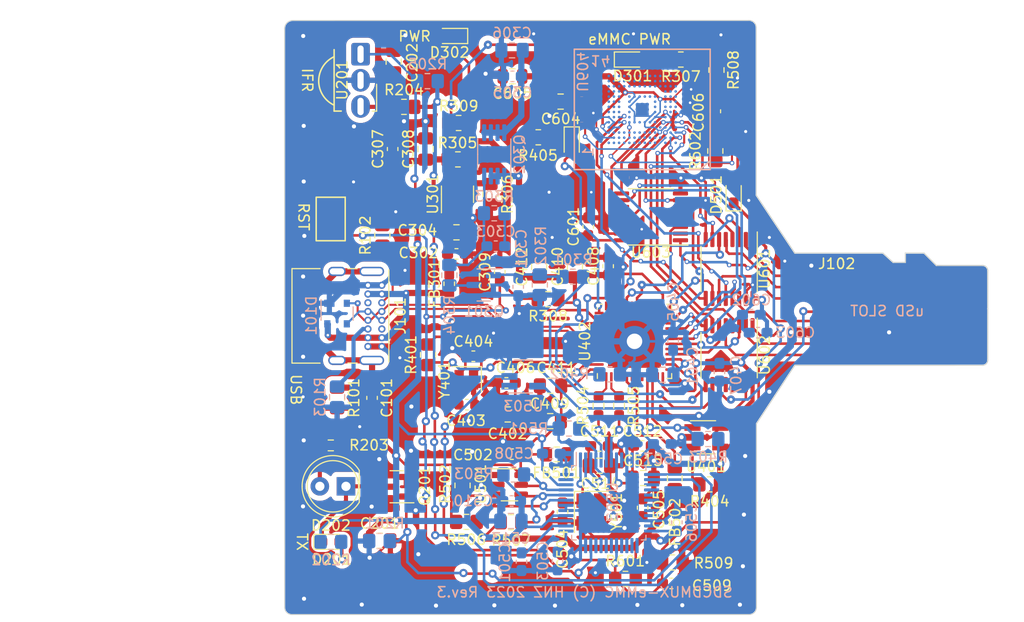
<source format=kicad_pcb>
(kicad_pcb (version 20221018) (generator pcbnew)
  (layers (0 "F.Cu" signal) (31 "B.Cu" signal) (34 "B.Paste" user) (35 "F.Paste" user) (36 "B.SilkS" user "B.Silkscreen") (37 "F.SilkS" user "F.Silkscreen") (38 "B.Mask" user) (39 "F.Mask" user) (44 "Edge.Cuts" user))
  (net 0 "")
  (net 1 "/SDCARD_READER/~{MMC_CD}")
  (net 2 "GND")
  (net 3 "Net-(Q301-G)")
  (net 4 "+3.3V")
  (net 5 "+5V")
  (net 6 "/SDCARD_READER/~{RESET}")
  (net 7 "Net-(U402-CRFILT)")
  (net 8 "Net-(U402-PLLFILT)")
  (net 9 "Net-(U402-XTAL1{slash}CLKIN)")
  (net 10 "Net-(U402-XTAL2)")
  (net 11 "Net-(U502-VCCCORE)")
  (net 12 "Net-(U502-VCCA)")
  (net 13 "Net-(U502-XCSI)")
  (net 14 "Net-(U502-XCSO)")
  (net 15 "/SELECTOR/VPHY")
  (net 16 "/SELECTOR/VPLL")
  (net 17 "/SDMUX/MMC_PWR")
  (net 18 "Net-(D201-K)")
  (net 19 "Net-(D201-A)")
  (net 20 "Net-(D202-A)")
  (net 21 "/SELECTOR/ACBUS8")
  (net 22 "Net-(D301-A)")
  (net 23 "/SELECTOR/ACBUS9")
  (net 24 "Net-(D302-A)")
  (net 25 "Net-(J101-SHIELD)")
  (net 26 "Net-(D401-K)")
  (net 27 "/SDCARD_READER/USB-")
  (net 28 "/SDCARD_READER/USB+")
  (net 29 "Net-(D401-A)")
  (net 30 "/SDMUX/SD1_1")
  (net 31 "/SDMUX/SD1_2")
  (net 32 "/SDMUX/SD1_3")
  (net 33 "Net-(U604-VDDI)")
  (net 34 "/SDMUX/SD1_5")
  (net 35 "/SDMUX/SD1_7")
  (net 36 "/SDMUX/SD1_8")
  (net 37 "Net-(U604-~{RST})")
  (net 38 "/SDCARD_READER/CRD_PWR")
  (net 39 "Net-(U201-Vcc)")
  (net 40 "/SDCARD_READER/MMCD1")
  (net 41 "/USB POWER/USBVDD_5V")
  (net 42 "/SDCARD_READER/MMCD0")
  (net 43 "/SDCARD_READER/MMCD7")
  (net 44 "/SDCARD_READER/MMCD6")
  (net 45 "Net-(J101-CC1)")
  (net 46 "/SDCARD_READER/MMC_CLK")
  (net 47 "/SDCARD_READER/MMCD5")
  (net 48 "/SDCARD_READER/MMC_CMD")
  (net 49 "/SDCARD_READER/USBDP1-")
  (net 50 "/SDCARD_READER/MMCD4")
  (net 51 "/SDCARD_READER/USBDP1+")
  (net 52 "/SDCARD_READER/MMCD3")
  (net 53 "Net-(U402-RBIAS)")
  (net 54 "Net-(U401-SCL)")
  (net 55 "/SDCARD_READER/USBDP2-")
  (net 56 "/SDCARD_READER/USBDP2+")
  (net 57 "Net-(U401-SDA)")
  (net 58 "Net-(U502-REF)")
  (net 59 "Net-(U501-DO)")
  (net 60 "Net-(U501-CS)")
  (net 61 "/SDCARD_READER/MMCD2")
  (net 63 "Net-(U502-DM)")
  (net 64 "Net-(U502-DP)")
  (net 65 "/SDMUX/D2")
  (net 66 "Net-(U501-DI)")
  (net 67 "Net-(U501-CLK)")
  (net 68 "/SDMUX/D3")
  (net 73 "/SDMUX/CMD")
  (net 74 "/SDMUX/CLK")
  (net 75 "/SDMUX/D0")
  (net 76 "/SDMUX/D1")
  (net 78 "/SELECTOR/ADBUS2")
  (net 79 "/SELECTOR/ADBUS3")
  (net 80 "/SELECTOR/ADBUS4")
  (net 81 "/SELECTOR/ADBUS5")
  (net 82 "/SELECTOR/ADBUS6")
  (net 83 "/SELECTOR/ADBUS7")
  (net 84 "/SELECTOR/ACBUS0")
  (net 85 "/SELECTOR/ACBUS1")
  (net 86 "/SELECTOR/ACBUS2")
  (net 87 "/SELECTOR/ACBUS3")
  (net 88 "/SELECTOR/ACBUS4")
  (net 89 "/SDMUX/D4")
  (net 90 "/SELECTOR/ACBUS7")
  (net 95 "/SDMUX/D5")
  (net 102 "/SDMUX/D6")
  (net 104 "/SDMUX/D7")
  (net 120 "Net-(Q302-G)")
  (net 121 "/SELECTOR/~{SEL1}")
  (net 122 "Net-(D501-A)")
  (net 123 "/SDMUX/SD1_4")
  (net 124 "Net-(Q301-D)")
  (net 125 "/SDMUX/MMC_PWR_EN")
  (net 126 "Net-(U301-ADJ)")
  (net 130 "Net-(J101-CC2)")
  (net 132 "/INFRARED CONT/INFRAD_TX")
  (net 133 "/INFRARED CONT/INFRAD_RX")
  (footprint "Package_TO_SOT_SMD:SOT-23-5" (layer "F.Cu") (at 176.3 85.7 90)
    (fp_text reference "U301")
    (fp_text value "SPX3819M5-L")
  )
  (footprint "Capacitor_SMD:C_0603_1608Metric_Pad1.08x0.95mm_HandSolder" (layer "F.Cu") (at 190.9375 92.6925 90)
    (fp_text reference "C408")
    (fp_text value "0.1uF")
  )
  (footprint "tbctl:R_0805_2012Metric_Pad1.20x1.40mm_HandSolder" (layer "F.Cu") (at 176.41 78.77)
    (fp_text reference "R309")
    (fp_text value "1K")
  )
  (footprint "Capacitor_SMD:C_0603_1608Metric_Pad1.08x0.95mm_HandSolder" (layer "F.Cu") (at 197.08 123.54)
    (fp_text reference "C509")
    (fp_text value "0.1uF")
  )
  (footprint "tbctl:uSD Card Pad" (layer "F.Cu") (at 227.12 93.225 -90)
    (fp_text reference "J102")
    (fp_text value "uSD-CARD-PAD")
    (fp_line (start -1.8 5.5) (end -1.8 7.3) (stroke (width 0.12)) (layer "Edge.Cuts"))
    (fp_line (start -1.8 5.5) (end -0.6 4.3) (stroke (width 0.12)) (layer "Edge.Cuts"))
    (fp_line (start -1.8 7.3) (end -0.9 7.3) (stroke (width 0.12)) (layer "Edge.Cuts"))
    (fp_line (start -1.8 9.5) (end -1.8 18.05) (stroke (width 0.12)) (layer "Edge.Cuts"))
    (fp_line (start -1.8 18.05) (end -7.425 21.8) (stroke (width 0.12)) (layer "Edge.Cuts"))
    (fp_line (start -0.9 7.3) (end -0.9 8.5) (stroke (width 0.12)) (layer "Edge.Cuts"))
    (fp_line (start -0.9 8.5) (end -1.8 9.5) (stroke (width 0.12)) (layer "Edge.Cuts"))
    (fp_line (start -0.6 4.3) (end -0.596447 -0.196447) (stroke (width 0.12)) (layer "Edge.Cuts"))
    (fp_line (start 3.6 -0.7) (end -0.096447 -0.696447) (stroke (width 0.12)) (layer "Edge.Cuts"))
    (fp_line (start 3.6 -0.7) (end 8.596447 -0.696447) (stroke (width 0.12)) (layer "Edge.Cuts"))
    (fp_line (start 9.1 18.05) (end 9.096447 -0.196447) (stroke (width 0.12)) (layer "Edge.Cuts"))
    (fp_line (start 9.1 18.05) (end 14.775 21.775) (stroke (width 0.12)) (layer "Edge.Cuts"))
    (fp_arc (start -0.596447 -0.196447) (mid -0.45 -0.55) (end -0.096447 -0.696447) (stroke (width 0.12)) (layer "Edge.Cuts"))
    (fp_arc (start 8.596447 -0.696447) (mid 8.949987 -0.549987) (end 9.096447 -0.196447) (stroke (width 0.12)) (layer "Edge.Cuts"))
  )
  (footprint "Capacitor_SMD:C_0603_1608Metric_Pad1.08x0.95mm_HandSolder" (layer "F.Cu") (at 168 105.5 -90)
    (fp_text reference "C101")
    (fp_text value "0.1uF")
  )
  (footprint "Capacitor_SMD:C_0603_1608Metric_Pad1.08x0.95mm_HandSolder" (layer "F.Cu") (at 190.1 110.18)
    (fp_text reference "C511")
    (fp_text value "0.1uF")
  )
  (footprint "tbctl:C_0805_2012Metric_Pad1.18x1.45mm_HandSolder" (layer "F.Cu") (at 185.34 104.32 180)
    (fp_text reference "C411")
    (fp_text value "4.7uF")
  )
  (footprint "tbctl:R_0805_2012Metric_Pad1.20x1.40mm_HandSolder" (layer "F.Cu") (at 197.18 121.5)
    (fp_text reference "R509")
    (fp_text value "10K")
  )
  (footprint "Package_SO:TSSOP-16_4.4x5mm_P0.65mm" (layer "F.Cu") (at 202.692 101.346 -90)
    (fp_text reference "U602")
    (fp_text value "TMUX1574PWR")
  )
  (footprint "Capacitor_SMD:C_0603_1608Metric_Pad1.08x0.95mm_HandSolder" (layer "F.Cu") (at 201.35 77.63 90)
    (fp_text reference "C606")
    (fp_text value "0.1uF")
  )
  (footprint "tbctl:QFN-48-1EP_7x7mm_P0.5mm_EP5.15x5.15mm" (layer "F.Cu") (at 193.5 100 90)
    (fp_text reference "U402")
    (fp_text value "USB2640-HZH-02")
  )
  (footprint "tbctl:R_0805_2012Metric_Pad1.20x1.40mm_HandSolder" (layer "F.Cu") (at 169 89.7 90)
    (fp_text reference "R102")
    (fp_text value "5.1K")
  )
  (footprint "tbctl:R_0805_2012Metric_Pad1.20x1.40mm_HandSolder" (layer "F.Cu") (at 184.15 80.16 180)
    (fp_text reference "R405")
    (fp_text value "330R")
  )
  (footprint "tbctl:Crystal_SMD_2016-4Pin_2.0x1.6mm" (layer "F.Cu") (at 177.16 103.74 180)
    (fp_text reference "Y401")
    (fp_text value "24MHz")
  )
  (footprint "Package_TO_SOT_SMD:SOT-23-6" (layer "F.Cu") (at 181.35 113.95)
    (fp_text reference "U501")
    (fp_text value "93LCxxBxxOT")
  )
  (footprint "tbctl:R_0805_2012Metric_Pad1.20x1.40mm_HandSolder" (layer "F.Cu") (at 179.5 85.7 -90)
    (fp_text reference "R306")
    (fp_text value "12K 1%")
  )
  (footprint "tbctl:R_0805_2012Metric_Pad1.20x1.40mm_HandSolder" (layer "F.Cu") (at 198 72.6 180)
    (fp_text reference "R307")
    (fp_text value "1K")
  )
  (footprint "tbctl:R_0805_2012Metric_Pad1.20x1.40mm_HandSolder" (layer "F.Cu") (at 201.35 81.49 -90)
    (fp_text reference "R602")
    (fp_text value "10K")
  )
  (footprint "tbctl:L_0603_1608Metric_Pad1.05x0.95mm_HandSolder" (layer "F.Cu") (at 175.5 94.4 90)
    (fp_text reference "FB301")
    (fp_text value "BK2125HS601-T")
  )
  (footprint "tbctl:LED_0603_1608Metric_Pad1.05x0.95mm_HandSolder" (layer "F.Cu") (at 164 119.5)
    (fp_text reference "D201")
    (fp_text value "LED RED")
  )
  (footprint "Crystal:Crystal_SMD_3225-4Pin_3.2x2.5mm" (layer "F.Cu") (at 189.31 116.59 -90)
    (fp_text reference "Y501")
    (fp_text value "12MHz")
  )
  (footprint "tbctl:R_0805_2012Metric_Pad1.20x1.40mm_HandSolder" (layer "F.Cu") (at 176.34 82.31)
    (fp_text reference "R305")
    (fp_text value "20K 1%")
  )
  (footprint "tbctl:LED_0603_1608Metric_Pad1.05x0.95mm_HandSolder" (layer "F.Cu") (at 203.13 85.66 90)
    (fp_text reference "D501")
    (fp_text value "TGT SEL LED BLUE")
  )
  (footprint "tbctl:LED_0603_1608Metric_Pad1.05x0.95mm_HandSolder" (layer "F.Cu") (at 193.2 72.6)
    (fp_text reference "D301")
    (fp_text value "eMMC PWR LED RED")
  )
  (footprint "Capacitor_SMD:C_0603_1608Metric" (layer "F.Cu") (at 177.21 106.16 180)
    (fp_text reference "C403")
    (fp_text value "27pF")
  )
  (footprint "tbctl:TSSP4038" (layer "F.Cu") (at 166.8825 74.62 -90)
    (fp_text reference "U201")
    (fp_text value "TSSP4038")
  )
  (footprint "Inductor_SMD:L_0805_2012Metric_Pad1.15x1.40mm_HandSolder" (layer "F.Cu") (at 185.94 110.99)
    (fp_text reference "FB501")
    (fp_text value "BK2125HS601-T")
  )
  (footprint "tbctl:R_0805_2012Metric_Pad1.20x1.40mm_HandSolder" (layer "F.Cu") (at 192.62 123.1 180)
    (fp_text reference "R601")
    (fp_text value "10K")
  )
  (footprint "Capacitor_SMD:C_0805_2012Metric_Pad1.18x1.45mm_HandSolder" (layer "F.Cu") (at 168.74 119.39)
    (fp_text reference "C201")
    (fp_text value "10uF")
  )
  (footprint "Inductor_SMD:L_0805_2012Metric_Pad1.15x1.40mm_HandSolder" (layer "F.Cu") (at 197.41 113.32 90)
    (fp_text reference "FB502")
    (fp_text value "BK2125HS601-T")
  )
  (footprint "tbctl:LED_0603_1608Metric_Pad1.05x0.95mm_HandSolder" (layer "F.Cu") (at 175.63 70.31 180)
    (fp_text reference "D302")
    (fp_text value "LED RED")
  )
  (footprint "tbctl:R_0805_2012Metric_Pad1.20x1.40mm_HandSolder" (layer "F.Cu") (at 200.8 113.91 180)
    (fp_text reference "R404")
    (fp_text value "10K")
  )
  (footprint "Capacitor_SMD:C_0805_2012Metric_Pad1.18x1.45mm_HandSolder" (layer "F.Cu") (at 176.2 89.4)
    (fp_text reference "C304")
    (fp_text value "10uF")
  )
  (footprint "Capacitor_SMD:C_0603_1608Metric_Pad1.08x0.95mm_HandSolder" (layer "F.Cu") (at 186.51 116.58 -90)
    (fp_text reference "C504")
    (fp_text value "27pF")
  )
  (footprint "tbctl:R_0805_2012Metric_Pad1.20x1.40mm_HandSolder" (layer "F.Cu") (at 181.5 117.59)
    (fp_text reference "R507")
    (fp_text value "10K")
  )
  (footprint "Package_SO:TSSOP-16_4.4x5mm_P0.65mm" (layer "F.Cu") (at 195.1 87.9 180)
    (fp_text reference "U603")
    (fp_text value "TMUX1574PWR")
  )
  (footprint "Capacitor_SMD:C_0805_2012Metric" (layer "F.Cu") (at 181.64 74.23 180)
    (fp_text reference "C605")
    (fp_text value "1uF")
  )
  (footprint "tbctl:R_0805_2012Metric_Pad1.20x1.40mm_HandSolder" (layer "F.Cu") (at 201.46 73.62 -90)
    (fp_text reference "R508")
    (fp_text value "1K")
  )
  (footprint "Connector_USB:USB_C_Receptacle_GCT_USB4085" (layer "F.Cu") (at 168.95 94.55 -90)
    (fp_text reference "J101")
    (fp_text value "USB_C_Receptacle_USB2.0_GCT4085")
  )
  (footprint "Package_SO:TSSOP-16_4.4x5mm_P0.65mm" (layer "F.Cu") (at 202.692 92.964 -90)
    (fp_text reference "U601")
    (fp_text value "TMUX1574PWR")
  )
  (footprint "Capacitor_SMD:C_0805_2012Metric_Pad1.18x1.45mm_HandSolder" (layer "F.Cu") (at 170.1 72.8 90)
    (fp_text reference "C202")
    (fp_text value "22uF")
  )
  (footprint "Capacitor_SMD:C_0805_2012Metric_Pad1.18x1.45mm_HandSolder" (layer "F.Cu") (at 173.2 81.3 90)
    (fp_text reference "C308")
    (fp_text value "10uF")
  )
  (footprint "Capacitor_SMD:C_0603_1608Metric_Pad1.08x0.95mm_HandSolder" (layer "F.Cu") (at 181.05 104.04 180)
    (fp_text reference "C406")
    (fp_text value "0.1uF")
  )
  (footprint "tbctl:R_0805_2012Metric_Pad1.20x1.40mm_HandSolder" (layer "F.Cu") (at 177.17 117.56 180)
    (fp_text reference "R506")
    (fp_text value "2K")
  )
  (footprint "LED_THT:LED_D5.0mm" (layer "F.Cu") (at 165.465 114.1 180)
    (fp_text reference "D202")
    (fp_text value "OED-EL-1L2")
  )
  (footprint "Capacitor_SMD:C_0805_2012Metric_Pad1.18x1.45mm_HandSolder" (layer "F.Cu") (at 194.34 113.29)
    (fp_text reference "C515")
    (fp_text value "4.7uF")
  )
  (footprint "tbctl:R_0805_2012Metric_Pad1.20x1.40mm_HandSolder" (layer "F.Cu") (at 164.6 105.5 -90)
    (fp_text reference "R101")
    (fp_text value "10K")
  )
  (footprint "Capacitor_SMD:C_0603_1608Metric_Pad1.08x0.95mm_HandSolder" (layer "F.Cu") (at 180.41 93.25 90)
    (fp_text reference "C309")
    (fp_text value "0.1uF")
  )
  (footprint "Resistor_SMD:R_0603_1608Metric_Pad0.98x0.95mm_HandSolder" (layer "F.Cu") (at 190 106.25 -90)
    (fp_text reference "R504")
    (fp_text value "27R")
  )
  (footprint "tbctl:R_0805_2012Metric_Pad1.20x1.40mm_HandSolder" (layer "F.Cu") (at 176.79 114.01 90)
    (fp_text reference "R502")
    (fp_text value "10K")
  )
  (footprint "tbctl:LED_0603_1608Metric_Pad1.05x0.95mm_HandSolder" (layer "F.Cu") (at 187.4 80.81 -90)
    (fp_text reference "D401" hide)
    (fp_text value "LED RED")
  )
  (footprint "Capacitor_SMD:C_0603_1608Metric_Pad1.08x0.95mm_HandSolder" (layer "F.Cu") (at 170 81.3 90)
    (fp_text reference "C307")
    (fp_text value "0.1uF")
  )
  (footprint "tbctl:C_0805_2012Metric_Pad1.18x1.45mm_HandSolder" (layer "F.Cu") (at 187.7075 92.7325 90)
    (fp_text reference "C410")
    (fp_text value "1uF")
  )
  (footprint "Capacitor_SMD:C_0603_1608Metric_Pad1.08x0.95mm_HandSolder" (layer "F.Cu") (at 194.29 116.18 90)
    (fp_text reference "C505")
    (fp_text value "27pF")
  )
  (footprint "tbctl:C_0805_2012Metric_Pad1.18x1.45mm_HandSolder" (layer "F.Cu") (at 184.2375 92.7525 90)
    (fp_text reference "C412")
    (fp_text value "4.7uF")
  )
  (footprint "Resistor_SMD:R_0603_1608Metric_Pad0.98x0.95mm_HandSolder" (layer "F.Cu") (at 163.99 110.12 180)
    (fp_text reference "R203")
    (fp_text value "33R")
  )
  (footprint "Package_TO_SOT_SMD:SOT-23" (layer "F.Cu") (at 170.39 114.14 180)
    (fp_text reference "Q201")
    (fp_text value "2N7002K")
  )
  (footprint "tbctl:R_0805_2012Metric_Pad1.20x1.40mm_HandSolder" (layer "F.Cu") (at 173.44 101.31 90)
    (fp_text reference "R401")
    (fp_text value "1M")
  )
  (footprint "Capacitor_SMD:C_0603_1608Metric_Pad1.08x0.95mm_HandSolder" (layer "F.Cu") (at 189 88.85 90)
    (fp_text reference "C601")
    (fp_text value "0.1uF")
  )
  (footprint "Capacitor_SMD:C_0603_1608Metric" (layer "F.Cu") (at 177.84 101.45)
    (fp_text reference "C404")
    (fp_text value "27pF")
  )
  (footprint "tbctl:WS-TASV SMT Tact Switch" (layer "F.Cu") (at 164 88.1 -90)
    (fp_text reference "SW301" hide)
    (fp_text value "RESET SW")
  )
  (footprint "Resistor_SMD:R_0603_1608Metric_Pad0.98x0.95mm_HandSolder" (layer "F.Cu") (at 192 106.25 -90)
    (fp_text reference "R505")
    (fp_text value "27R")
  )
  (footprint "Capacitor_SMD:C_0805_2012Metric_Pad1.18x1.45mm_HandSolder" (layer "F.Cu") (at 190.09 112.1)
    (fp_text reference "C514")
    (fp_text value "4.7uF")
  )
  (footprint "Capacitor_SMD:C_0603_1608Metric_Pad1.08x0.95mm_HandSolder" (layer "F.Cu") (at 194.27 110.17)
    (fp_text reference "C512")
    (fp_text value "0.1uF")
  )
  (footprint "Capacitor_SMD:C_0603_1608Metric_Pad1.08x0.95mm_HandSolder" (layer "F.Cu") (at 176.2 91.5)
    (fp_text reference "C302")
    (fp_text value "0.1uF")
  )
  (footprint "tbctl:C_0805_2012Metric_Pad1.18x1.45mm_HandSolder" (layer "F.Cu") (at 181.18 107.11 180)
    (fp_text reference "C402")
    (fp_text value "1uF")
  )
  (footprint "tbctl:R_0805_2012Metric_Pad1.20x1.40mm_HandSolder" (layer "F.Cu") (at 185.1 95.9 180)
    (fp_text reference "R308")
    (fp_text value "10K")
  )
  (footprint "tbctl:C_0805_2012Metric_Pad1.18x1.45mm_HandSolder" (layer "F.Cu") (at 185.31 107.76 180)
    (fp_text reference "C409")
    (fp_text value "1uF")
  )
  (footprint "Capacitor_SMD:C_0603_1608Metric_Pad1.08x0.95mm_HandSolder" (layer "F.Cu") (at 181.58 110.97 180)
    (fp_text reference "C502")
    (fp_text value "0.1uF")
  )
  (footprint "tbctl:R_0805_2012Metric_Pad1.20x1.40mm_HandSolder" (layer "F.Cu") (at 171.1 77.2)
    (fp_text reference "R204")
    (fp_text value "100")
  )
  (footprint "Capacitor_SMD:C_0805_2012Metric" (layer "F.Cu") (at 186.32 76.69 180)
    (fp_text reference "C604")
    (fp_text value "1uF")
  )
  (footprint "Package_TO_SOT_SMD:SOT-23-5_HandSoldering" (layer "F.Cu") (at 200.48 109.33)
    (fp_text reference "U401")
    (fp_text value "AT24MAC402-STUM")
  )
  (footprint "tbctl:C_0805_2012Metric_Pad1.18x1.45mm_HandSolder" (layer "B.Cu") (at 196.25 103.25 180)
    (fp_text reference "C401")
    (fp_text value "1uF")
  )
  (footprint "tbctl:R_0805_2012Metric_Pad1.20x1.40mm_HandSolder" (layer "B.Cu") (at 181.76 112.95)
    (fp_text reference "R503")
    (fp_text value "10K")
  )
  (footprint "tbctl:R_0805_2012Metric_Pad1.20x1.40mm_HandSolder" (layer "B.Cu") (at 200.64 109.5 180)
    (fp_text reference "R403")
    (fp_text value "10K")
  )
  (footprint "Capacitor_SMD:C_0603_1608Metric_Pad1.08x0.95mm_HandSolder" (layer "B.Cu") (at 197.61 117.6 90)
    (fp_text reference "C506")
    (fp_text value "0.1uF")
  )
  (footprint "Package_TO_SOT_SMD:SOT-23" (layer "B.Cu") (at 178.85 94.52 180)
    (fp_text reference "Q301")
    (fp_text value "2N7002K")
  )
  (footprint "Capacitor_SMD:C_0603_1608Metric_Pad1.08x0.95mm_HandSolder" (layer "B.Cu") (at 182.2 94.7 -90)
    (fp_text reference "C301")
    (fp_text value "0.1uF")
  )
  (footprint "tbctl:R_0805_2012Metric_Pad1.20x1.40mm_HandSolder" (layer "B.Cu") (at 191.09 103.21)
    (fp_text reference "R402")
    (fp_text value "12K 1%")
  )
  (footprint "Capacitor_SMD:C_0603_1608Metric_Pad1.08x0.95mm_HandSolder" (layer "B.Cu") (at 185.42 110.92)
    (fp_text reference "C508")
    (fp_text value "0.1uF")
  )
  (footprint "tbctl:R_0805_2012Metric_Pad1.20x1.40mm_HandSolder" (layer "B.Cu") (at 184.3 94.5 -90)
    (fp_text reference "R302")
    (fp_text value "10K")
  )
  (footprint "Capacitor_SMD:C_0603_1608Metric_Pad1.08x0.95mm_HandSolder" (layer "B.Cu") (at 196.2 109.98)
    (fp_text reference "C507")
    (fp_text value "0.1uF")
  )
  (footprint "tbctl:R_0805_2012Metric_Pad1.20x1.40mm_HandSolder" (layer "B.Cu") (at 187.51 93.72 180)
    (fp_text reference "R301")
    (fp_text value "2K")
  )
  (footprint "tbctl:R_0805_2012Metric_Pad1.20x1.40mm_HandSolder" (layer "B.Cu") (at 179.87 87.55 180)
    (fp_text reference "R303")
    (fp_text value "10K")
  )
  (footprint "Capacitor_SMD:C_0603_1608Metric_Pad1.08x0.95mm_HandSolder" (layer "B.Cu") (at 197.25 100 90)
    (fp_text reference "C405")
    (fp_text value "0.1uF")
  )
  (footprint "Package_TO_SOT_SMD:SOT-23-5_HandSoldering" (layer "B.Cu") (at 182.7 103.41)
    (fp_text reference "U503")
    (fp_text value "74AHC1G14")
  )
  (footprint "Capacitor_SMD:C_0603_1608Metric_Pad1.08x0.95mm_HandSolder" (layer "B.Cu") (at 181.56 115.52 180)
    (fp_text reference "C510")
    (fp_text value "0.1uF")
  )
  (footprint "Capacitor_SMD:C_0603_1608Metric_Pad1.08x0.95mm_HandSolder" (layer "B.Cu") (at 182.52 121.43 -90)
    (fp_text reference "C501")
    (fp_text value "0.1uF")
  )
  (footprint "Capacitor_SMD:C_0805_2012Metric_Pad1.18x1.45mm_HandSolder" (layer "B.Cu") (at 181.6 71.7 180)
    (fp_text reference "C306")
    (fp_text value "10uF")
  )
  (footprint "Capacitor_SMD:C_0603_1608Metric_Pad1.08x0.95mm_HandSolder" (layer "B.Cu") (at 205.51 99.16 180)
    (fp_text reference "C603")
    (fp_text value "0.1uF")
  )
  (footprint "Capacitor_SMD:C_0603_1608Metric_Pad1.08x0.95mm_HandSolder" (layer "B.Cu") (at 180.02 90.75 180)
    (fp_text reference "C303")
    (fp_text value "2.2uF")
  )
  (footprint "Package_TO_SOT_SMD:SOT-143" (layer "B.Cu") (at 164.6 97.3 -90)
    (fp_text reference "D101")
    (fp_text value "PRTR5V0U2X")
  )
  (footprint "Package_QFP:LQFP-48_7x7mm_P0.5mm" (layer "B.Cu") (at 191 115.7 -90)
    (fp_text reference "U502")
    (fp_text value "FT232HL")
  )
  (footprint "tbctl:R_0805_2012Metric_Pad1.20x1.40mm_HandSolder" (layer "B.Cu") (at 187.13 108.48 180)
    (fp_text reference "R501")
    (fp_text value "12K 1%")
  )
  (footprint "tbctl:R_0805_2012Metric_Pad1.20x1.40mm_HandSolder" (layer "B.Cu") (at 164 119.5)
    (fp_text reference "R202")
    (fp_text value "1K")
  )
  (footprint "Capacitor_SMD:C_0603_1608Metric_Pad1.08x0.95mm_HandSolder" (layer "B.Cu") (at 201.75 103 -90)
    (fp_text reference "C407")
    (fp_text value "0.1uF")
  )
  (footprint "tbctl:R_0805_2012Metric_Pad1.20x1.40mm_HandSolder" (layer "B.Cu") (at 173.38 74.7 180)
    (fp_text reference "R205")
    (fp_text value "10K")
  )
  (footprint "tbctl:R_0805_2012Metric_Pad1.20x1.40mm_HandSolder" (layer "B.Cu") (at 168.72 119.42 180)
    (fp_text reference "R201")
    (fp_text value "10K")
  )
  (footprint "tbctl:EM32VSUKN FPGA153" (layer "B.Cu") (at 194.25 77.45 90)
    (fp_text reference "U604")
    (fp_text value "EM32VSUKN")
  )
  (footprint "tbctl:R_0805_2012Metric_Pad1.20x1.40mm_HandSolder" (layer "B.Cu") (at 175.51 93.57 90)
    (fp_text reference "R304")
    (fp_text value "1K")
  )
  (footprint "Capacitor_SMD:C_0603_1608Metric_Pad1.08x0.95mm_HandSolder" (layer "B.Cu") (at 186.02 121.35 -90)
    (fp_text reference "C503")
    (fp_text value "0.1uF")
  )
  (footprint "Capacitor_SMD:C_0805_2012Metric_Pad1.18x1.45mm_HandSolder" (layer "B.Cu") (at 181.49 117.47 180)
    (fp_text reference "C513")
    (fp_text value "4.7uF")
  )
  (footprint "tbctl:R_0805_2012Metric_Pad1.20x1.40mm_HandSolder" (layer "B.Cu") (at 164.6 105.4 -90)
    (fp_text reference "R103")
    (fp_text value "5.1K")
  )
  (footprint "Capacitor_SMD:C_0603_1608Metric_Pad1.08x0.95mm_HandSolder" (layer "B.Cu") (at 204.851 97.409 180)
    (fp_text reference "C602")
    (fp_text value "0.1uF")
  )
  (footprint "Package_SO:MSOP-8_3x3mm_P0.65mm" (layer "B.Cu") (at 179.87 81.82 90)
    (fp_text reference "Q302")
    (fp_text value "IRF7606TRPBF")
  )
  (footprint "Capacitor_SMD:C_0603_1608Metric_Pad1.08x0.95mm_HandSolder" (layer "B.Cu") (at 181.64 74.23 180)
    (fp_text reference "C305")
    (fp_text value "0.1uF")
  )
  (gr_arc (start 160.165 126.565025) (mid 159.699541 126.347527) (end 159.51 125.87) (stroke (width 0.1)) (layer "Edge.Cuts"))
  (gr_line (start 205.32 85.8) (end 205.32 69.5) (stroke (width 0.1)) (layer "Edge.Cuts"))
  (gr_arc (start 159.50525 69.604973) (mid 159.73626 69.039777) (end 160.3 68.805234) (stroke (width 0.1)) (layer "Edge.Cuts"))
  (gr_line (start 160.3 68.805234) (end 204.6 68.8) (stroke (width 0.1)) (layer "Edge.Cuts"))
  (gr_arc (start 204.599869 68.795444) (mid 205.109546 68.994803) (end 205.319999 69.5) (stroke (width 0.1)) (layer "Edge.Cuts"))
  (gr_line (start 205.345 108) (end 205.345 125.865025) (stroke (width 0.1)) (layer "Edge.Cuts"))
  (gr_line (start 204.645025 126.565025) (end 160.165 126.565025) (stroke (width 0.1)) (layer "Edge.Cuts"))
  (gr_line (start 159.51 125.87) (end 159.504975 69.604975) (stroke (width 0.1)) (layer "Edge.Cuts"))
  (gr_arc (start 205.345025 125.865025) (mid 205.14 126.36) (end 204.645025 126.565025) (stroke (width 0.1)) (layer "Edge.Cuts"))
  (gr_text "uSD SLOT" (at 218.06 97.05) (layer "B.SilkS") (effects (font (size 1 1)) (justify mirror)))
  (gr_text "SDCDMUX-eMMC (C) HNZ 2023 Rev.3" (at 188.65 124.4) (layer "B.SilkS") (effects (font (size 1 1)) (justify mirror)))
  (gr_text "1" (at 189 81.6 90) (layer "B.SilkS") (effects (font (size 1 1)) (justify mirror)))
  (gr_text "eMMC PWR" (at 188.9 71.21) (layer "F.SilkS") (effects (font (size 1 1)) (justify left bottom)))
  (gr_text "PWR" (at 172.13 70.34) (layer "F.SilkS") (effects (font (size 1 1))))
  (gr_text "TX" (at 161.2 119.5 -90) (layer "F.SilkS") (effects (font (size 1 1))))
  (gr_text "RST" (at 161.35 87.89 -90) (layer "F.SilkS") (effects (font (size 1 1))))
  (gr_text "IFR" (at 161.7 74.6 -90) (layer "F.SilkS") (effects (font (size 1 1))))
  (gr_text "USB" (at 160.6 104.7 -90) (layer "F.SilkS") (effects (font (size 1 1))))
  (segment (start 197.423008 102.25) (end 196.9375 102.25) (width 0.25) (layer "F.Cu") (net 1))
  (segment (start 198.307197 103.134189) (end 197.423008 102.25) (width 0.25) (layer "F.Cu") (net 1))
  (segment (start 198.6755 103.134189) (end 198.307197 103.134189) (width 0.25) (layer "F.Cu") (net 1))
  (via (at 198.6755 103.134189) (size 0.8) (drill 0.4) (layers "F.Cu" "B.Cu") (net 1))
  (segment (start 199.875 106.525) (end 188.115 106.525) (width 0.25) (layer "B.Cu") (net 1))
  (segment (start 198.6755 103.134189) (end 200 104.458689) (width 0.25) (layer "B.Cu") (net 1))
  (segment (start 200 106.4) (end 199.875 106.525) (width 0.25) (layer "B.Cu") (net 1))
  (segment (start 200 104.458689) (end 200 106.4) (width 0.25) (layer "B.Cu") (net 1))
  (segment (start 188.115 106.525) (end 184.05 102.46) (width 0.25) (layer "B.Cu") (net 1))
  (segment (start 163.28 86.375) (end 163.13 86.525) (width 0.25) (layer "F.Cu") (net 2))
  (segment (start 200.417 86.283) (end 200.4 86.3) (width 0.25) (layer "F.Cu") (net 2))
  (segment (start 177.79 107.32) (end 177.79 106.355) (width 0.25) (layer "F.Cu") (net 2))
  (segment (start 179.03 73.98) (end 180.44 73.98) (width 0.6) (layer "F.Cu") (net 2))
  (segment (start 198.390802 104.092694) (end 198.280194 104.092694) (width 0.25) (layer "F.Cu") (net 2))
  (segment (start 189.5 118.98) (end 191.7 118.98) (width 0.25) (layer "F.Cu") (net 2))
  (segment (start 185.24 78.08) (end 184.91 78.08) (width 0.25) (layer "F.Cu") (net 2))
  (segment (start 180.2125 113.95) (end 178.62 113.95) (width 0.25) (layer "F.Cu") (net 2))
  (segment (start 183.79 107.76) (end 184.2725 107.76) (width 0.25) (layer "F.Cu") (net 2))
  (segment (start 195.3775 114.23) (end 194.29 115.3175) (width 0.25) (layer "F.Cu") (net 2))
  (segment (start 170.43 113.19) (end 168.7 111.46) (width 0.4) (layer "F.Cu") (net 2))
  (segment (start 163.98 89.825) (end 163.28 89.825) (width 0.25) (layer "F.Cu") (net 2))
  (segment (start 204.946403 94.508556) (end 204.981444 94.508556) (width 0.25) (layer "F.Cu") (net 2))
  (segment (start 179.03 72.835) (end 179.03 73.98) (width 0.25) (layer "F.Cu") (net 2))
  (segment (start 195.3775 110.415) (end 195.1325 110.17) (width 0.25) (layer "F.Cu") (net 2))
  (segment (start 179.39 109.74) (end 177.38 107.73) (width 0.25) (layer "F.Cu") (net 2))
  (segment (start 180.1875 104.04) (end 180.1875 107.065) (width 0.25) (layer "F.Cu") (net 2))
  (segment (start 200.417 84.533822) (end 200.417 86.283) (width 0.25) (layer "F.Cu") (net 2))
  (segment (start 185.24 78.08) (end 185.24 76.82) (width 0.25) (layer "F.Cu") (net 2))
  (segment (start 198.9325 76.7675) (end 198.9 76.8) (width 0.25) (layer "F.Cu") (net 2))
  (segment (start 188.46 117.94) (end 189.5 118.98) (width 0.25) (layer "F.Cu") (net 2))
  (segment (start 200.417 99.417) (end 200.417 98.4835) (width 0.3) (layer "F.Cu") (net 2))
  (segment (start 187.7075 91.695) (end 184.2575 91.695) (width 0.25) (layer "F.Cu") (net 2))
  (segment (start 188.2125 117.4425) (end 188.46 117.69) (width 0.25) (layer "F.Cu") (net 2))
  (segment (start 198 84.1205) (end 198 85.5875) (width 0.25) (layer "F.Cu") (net 2))
  (segment (start 199.13 109.33) (end 200.88 109.33) (width 0.25) (layer "F.Cu") (net 2))
  (segment (start 194.2 89.1) (end 193.775 89.525) (width 0.25) (layer "F.Cu") (net 2))
  (segment (start 189.5 77.8) (end 189.8 78.1) (width 0.15) (layer "F.Cu") (net 2))
  (segment (start 191.7 118.98) (end 192.53 118.15) (width 0.25) (layer "F.Cu") (net 2))
  (segment (start 176.505 70.31) (end 179.03 72.835) (width 0.25) (layer "F.Cu") (net 2))
  (segment (start 185.24 76.82) (end 185.37 76.69) (width 0.25) (layer "F.Cu") (net 2))
  (segment (start 204.317 95.8265) (end 204.317 95.137959) (width 0.25) (layer "F.Cu") (net 2))
  (segment (start 177.3 91.4525) (end 177.3 89.4625) (width 0.6) (layer "F.Cu") (net 2))
  (segment (start 192.25 98.75) (end 193.5 100) (width 0.25) (layer "F.Cu") (net 2))
  (segment (start 192.255 72.53) (end 179.335 72.53) (width 0.25) (layer "F.Cu") (net 2))
  (segment (start 177.7705 87.99948) (end 178.88052 87.99948) (width 0.6) (layer "F.Cu") (net 2))
  (segment (start 184.3025 104.32) (end 184.3025 107.73) (width 0.25) (layer "F.Cu") (net 2))
  (segment (start 208.72 99.11) (end 208.736 99.126) (width 0.6) (layer "F.Cu") (net 2))
  (segment (start 175.8 98.1) (end 178.7 98.1) (width 0.6) (layer "F.Cu") (net 2))
  (segment (start 178.7 98.1) (end 179.8 99.2) (width 0.6) (layer "F.Cu") (net 2))
  (segment (start 195.952863 79.649059) (end 197.601922 78) (width 0.15) (layer "F.Cu") (net 2))
  (segment (start 197.601922 78) (end 198 78) (width 0.15) (layer "F.Cu") (net 2))
  (segment (start 191.1275 110.345) (end 190.9625 110.18) (width 0.25) (layer "F.Cu") (net 2))
  (segment (start 167.76 121.04) (end 168.1275 121.04) (width 0.25) (layer "F.Cu") (net 2))
  (segment (start 192.6625 115.3175) (end 192.49 115.49) (width 0.25) (layer "F.Cu") (net 2))
  (segment (start 168.95 100.5) (end 169.6 100.5) (width 0.6) (layer "F.Cu") (net 2))
  (segment (start 168.1275 121.04) (end 169.7775 119.39) (width 0.25) (layer "F.Cu") (net 2))
  (segment (start 194.29 115.3175) (end 192.6625 115.3175) (width 0.25) (layer "F.Cu") (net 2))
  (segment (start 200.417 86.317) (end 200.417 90.1015) (width 0.25) (layer "F.Cu") (net 2))
  (segment (start 177.2375 89.4) (end 176.96 89.4) (width 0.6) (layer "F.Cu") (net 2))
  (segment (start 180.7175 109.7425) (end 180.7175 110.97) (width 0.25) (layer "F.Cu") (net 2))
  (segment (start 197.9425 120.4025) (end 197.9425 123.54) (width 0.25) (layer "F.Cu") (net 2))
  (segment (start 192.325 72.6) (end 192.255 72.53) (width 0.25) (layer "F.Cu") (net 2))
  (segment (start 199.75 107.25) (end 200.7 107.25) (width 0.25) (layer "F.Cu") (net 2))
  (segment (start 180.1875 107.065) (end 180.1425 107.11) (width 0.25) (layer "F.Cu") (net 2))
  (segment (start 180.6 100) (end 179.8 99.2) (width 0.6) (layer "F.Cu") (net 2))
  (segment (start 197.51 119.97) (end 197.9425 120.4025) (width 0.25) (layer "F.Cu") (net 2))
  (segment (start 172.4255 120.77) (end 170.08 120.77) (width 0.25) (layer "F.Cu") (net 2))
  (segment (start 204.317 95.137959) (end 204.946403 94.508556) (width 0.25) (layer "F.Cu") (net 2))
  (segment (start 184.91 78.08) (end 183.15 79.84) (width 0.25) (layer "F.Cu") (net 2))
  (segment (start 177.86 104.29) (end 179.9375 104.29) (width 0.25) (layer "F.Cu") (net 2))
  (segment (start 190.9375 91.83) (end 191.459951 91.83) (width 0.25) (layer "F.Cu") (net 2))
  (segment (start 170.08 120.77) (end 169.7775 120.4675) (width 0.25) (layer "F.Cu") (net 2))
  (segment (start 198 85.5875) (end 197.9625 85.625) (width 0.25) (layer "F.Cu") (net 2))
  (segment (start 195.3775 113.29) (end 195.3775 111.6125) (width 0.25) (layer "F.Cu") (net 2))
  (segment (start 186.8 100) (end 180.6 100) (width 0.6) (layer "F.Cu") (net 2))
  (segment (start 186.51 117.4425) (end 188.2125 117.4425) (width 0.25) (layer "F.Cu") (net 2))
  (segment (start 169.7775 120.4675) (end 169.7775 119.39) (width 0.25) (layer "F.Cu") (net 2))
  (segment (start 172.9425 80.4) (end 173.085 80.5425) (width 0.6) (layer "F.Cu") (net 2))
  (segment (start 163.98 86.375) (end 163.28 86.375) (width 0.25) (layer "F.Cu") (net 2))
  (segment (start 199.75 107.25) (end 199.76 107.24) (width 0.25) (layer "F.Cu") (net 2))
  (segment (start 177.86 104.29) (end 177.985 104.415) (width 0.25) (layer "F.Cu") (net 2))
  (segment (start 178.62 113.95) (end 178.6 113.97) (width 0.25) (layer "F.Cu") (net 2))
  (segment (start 180.41 92.3875) (end 178.235 92.3875) (width 0.25) (layer "F.Cu") (net 2))
  (segment (start 204.317 103.519959) (end 204.317 104.2085) (width 0.25) (layer "F.Cu") (net 2))
  (segment (start 192.2375 89.525) (end 190.5375 89.525) (width 0.25) (layer "F.Cu") (net 2))
  (segment (start 225.47 99.125) (end 225.469 99.126) (width 0.6) (layer "F.Cu") (net 2))
  (segment (start 179.32 87.56) (end 179.32 86.7) (width 0.6) (layer "F.Cu") (net 2))
  (segment (start 180.72 109.74) (end 179.39 109.74) (width 0.25) (layer "F.Cu") (net 2))
  (segment (start 200.0635 98.4835) (end 200.417 98.4835) (width 0.3) (layer "F.Cu") (net 2))
  (segment (start 177.065 102.585) (end 177.065 101.45) (width 0.25) (layer "F.Cu") (net 2))
  (segment (start 180.44 73.98) (end 180.69 74.23) (width 0.6) (layer "F.Cu") (net 2))
  (segment (start 177.7705 87.99948) (end 176.971663 87.99948) (width 0.6) (layer "F.Cu") (net 2))
  (segment (start 177.79 106.355) (end 177.985 106.16) (width 0.25) (layer "F.Cu") (net 2))
  (segment (start 163.13 89.675) (end 163.13 86.525) (width 0.25) (layer "F.Cu") (net 2))
  (segment (start 179.9375 104.29) (end 180.1875 104.04) (width 0.25) (layer "F.Cu") (net 2))
  (segment (start 180.1425 108.0425) (end 180.1425 107.11) (width 0.25) (layer "F.Cu") (net 2))
  (segment (start 199 97.42) (end 200.0635 98.4835) (width 0.3) (layer "F.Cu") (net 2))
  (segment (start 180.72 108.62) (end 180.1425 108.0425) (width 0.25) (layer "F.Cu") (net 2))
  (segment (start 175.8 98.1) (end 175.7 98.2) (width 0.6) (layer "F.Cu") (net 2))
  (segment (start 193.775 89.525) (end 192.2375 89.525) (width 0.25) (layer "F.Cu") (net 2))
  (segment (start 189.8 78.1) (end 189.8 79.4) (width 0.15) (layer "F.Cu") (net 2))
  (segment (start 193.7 84.1) (end 193.7 81.901922) (width 0.25) (layer "F.Cu") (net 2))
  (segment (start 172.4955 120.7) (end 172.4255 120.77) (width 0.25) (layer "F.Cu") (net 2))
  (segment (start 176.46 103.19) (end 177.065 102.585) (width 0.25) (layer "F.Cu") (net 2))
  (segment (start 203.943041 103.146) (end 204.317 103.519959) (width 0.25) (layer "F.Cu") (net 2))
  (segment (start 178.88052 87.99948) (end 179.32 87.56) (width 0.6) (layer "F.Cu") (net 2))
  (segment (start 200.001839 84.118661) (end 200.417 84.533822) (width 0.25) (layer "F.Cu") (net 2))
  (segment (start 190.0625 98.75) (end 192.25 98.75) (width 0.25) (layer "F.Cu") (net 2))
  (segment (start 195.3775 111.6125) (end 195.3775 110.415) (width 0.25) (layer "F.Cu") (net 2))
  (segment (start 181.81 109.74) (end 183.79 107.76) (width 0.25) (layer "F.Cu") (net 2))
  (segment (start 191.1275 112.1) (end 191.1275 110.345) (width 0.25) (layer "F.Cu") (net 2))
  (segment (start 204.317 105.583) (end 204.317 104.2085) (width 0.25) (layer "F.Cu") (net 2))
  (segment (start 180.72 109.74) (end 181.81 109.74) (width 0.25) (layer "F.Cu") (net 2))
  (segment (start 177.38 107.73) (end 177.79 107.32) (width 0.25) (layer "F.Cu") (net 2))
  (segment (start 163.28 89.825) (end 163.13 89.675) (width 0.25) (layer "F.Cu") (net 2))
  (segment (start 190.16 115.49) (end 192.49 115.49) (width 0.25) (layer "F.Cu") (net 2))
  (segment (start 178.235 92.3875) (end 177.3675 91.52) (width 0.25) (layer "F.Cu") (net 2))
  (segment (start 201.35 76.7675) (end 198.9325 76.7675) (width 0.25) (layer "F.Cu") (net 2))
  (segment (start 191.1275 112.1) (end 191.1275 114.1275) (width 0.25) (layer "F.Cu") (net 2))
  (segment (start 183.15 79.84) (end 183.15 80.16) (width 0.25) (layer "F.Cu") (net 2))
  (segment (start 189 87.9875) (end 187.5725 87.9875) (width 0.25) (layer "F.Cu") (net 2))
  (segment (start 190.9375 91.83) (end 187.8425 91.83) (width 0.25) (layer "F.Cu") (net 2))
  (segment (start 208.736 99.126) (end 218.234 99.126) (width 0.6) (layer "F.Cu") (net 2))
  (segment (start 193.7 81.901922) (end 195.952863 79.649059) (width 0.25) (layer "F.Cu") (net 2))
  (segment (start 191.459951 91.83) (end 192.4 92.770049) (width 0.25) (layer "F.Cu") (net 2))
  (segment (start 184.3025 107.73) (end 184.2725 107.76) (width 0.25) (layer "F.Cu") (net 2))
  (segment (start 188.46 117.69) (end 188.46 117.94) (width 0.25) (layer "F.Cu") (net 2))
  (segment (start 177.065 101.45) (end 176.58 101.45) (width 0.25) (layer "F.Cu") (net 2))
  (segment (start 190.5375 89.525) (end 189 87.9875) (width 0.25) (layer "F.Cu") (net 2))
  (segment (start 171.3275 113.19) (end 170.43 113.19) (width 0.4) (layer "F.Cu") (net 2))
  (segment (start 167.6 100.5) (end 168.95 100.5) (width 0.6) (layer "F.Cu") (net 2))
  (segment (start 177.7705 87.99948) (end 177.7705 88.867) (width 0.6) (layer "F.Cu") (net 2))
  (segment (start 195.3775 113.29) (end 195.3775 114.23) (width 0.25) (layer "F.Cu") (net 2))
  (segment (start 199.76 107.24) (end 202.66 107.24) (width 0.25) (layer "F.Cu") (net 2))
  (segment (start 169.6 100.5) (end 170.7 101.6) (width 0.6) (layer "F.Cu") (net 2))
  (segment (start 177.985 104.415) (end 177.985 106.16) (width 0.25) (layer "F.Cu") (net 2))
  (segment (start 180.72 109.74) (end 180.7175 109.7425) (width 0.25) (layer "F.Cu") (net 2))
  (segment (start 198.280194 104.092694) (end 196.9375 102.75) (width 0.25) (layer "F.Cu") (net 2))
  (segment (start 177.7705 88.867) (end 177.2375 89.4) (width 0.6) (layer "F.Cu") (net 2))
  (segment (start 191.1275 114.1275) (end 192.49 115.49) (width 0.25) (layer "F.Cu") (net 2))
  (segment (start 200.4 86.3) (end 200.417 86.317) (width 0.25) (layer "F.Cu") (net 2))
  (segment (start 203.579309 103.146) (end 203.943041 103.146) (width 0.25) (layer "F.Cu") (net 2))
  (segment (start 203.341974 102.908665) (end 203.579309 103.146) (width 0.25) (layer "F.Cu") (net 2))
  (segment (start 176.31 87.337817) (end 176.31 86.9075) (width 0.6) (layer "F.Cu") (net 2))
  (segment (start 225.469 99.126) (end 218.234 99.126) (width 0.6) (layer "F.Cu") (net 2))
  (segment (start 200.88 109.33) (end 201.83 108.38) (width 0.25) (layer "F.Cu") (net 2))
  (segment (start 176.58 101.45) (end 175.79 100.66) (width 0.25) (layer "F.Cu") (net 2))
  (segment (start 169.65 80.4) (end 172.9425 80.4) (width 0.6) (layer "F.Cu") (net 2))
  (segment (start 179.335 72.53) (end 179.03 72.835) (width 0.25) (layer "F.Cu") (net 2))
  (segment (start 200.862701 99.862701) (end 200.417 99.417) (width 0.3) (layer "F.Cu") (net 2))
  (segment (start 187.5725 87.9875) (end 187.53 88.03) (width 0.25) (layer "F.Cu") (net 2))
  (segment (start 200.7 107.25) (end 201.83 108.38) (width 0.25) (layer "F.Cu") (net 2))
  (segment (start 180.72 109.74) (end 180.72 108.62) (width 0.25) (layer "F.Cu") (net 2))
  (segment (start 176.971663 87.99948) (end 176.31 87.337817) (width 0.6) (layer "F.Cu") (net 2))
  (segment (start 202.66 107.24) (end 204.317 105.583) (width 0.25) (layer "F.Cu") (net 2))
  (via (at 166.24 79.1) (size 0.8) (drill 0.4) (layers "F.Cu" "B.Cu") (net 2))
  (via (at 161.3 101.5) (size 0.8) (drill 0.4) (layers "F.Cu" "B.Cu") (net 2))
  (via (at 171.1 78.6) (size 0.8) (drill 0.4) (layers "F.Cu" "B.Cu") (net 2))
  (via (at 167.96 116.07) (size 0.8) (drill 0.4) (layers "F.Cu" "B.Cu") (net 2))
  (via (at 218.234 99.126) (size 0.8) (drill 0.4) (layers "F.Cu" "B.Cu") (net 2))
  (via (at 208.1 92.2) (size 0.8) (drill 0.3) (layers "F.Cu" "B.Cu") (net 2))
  (via (at 189.8 79.4) (size 0.45) (drill 0.25) (layers "F.Cu" "B.Cu") (net 2))
  (via (at 199.75 107.25) (size 0.8) (drill 0.4) (layers "F.Cu" "B.Cu") (net 2))
  (via (at 198.07 109.32) (size 0.8) (drill 0.4) (layers "F.Cu" "B.Cu") (net 2))
  (via (at 200.4 86.3) (size 0.45) (drill 0.25) (layers "F.Cu" "B.Cu") (net 2))
  (via (at 189.3 85.5) (size 0.45) (drill 0.25) (layers "F.Cu" "B.Cu") (net 2))
  (via (at 161.36 79.05) (size 0.8) (drill 0.4) (layers "F.Cu" "B.Cu") (net 2))
  (via (at 178.6 113.97) (size 0.8) (drill 0.4) (layers "F.Cu" "B.Cu") (net 2))
  (via (at 189.5 77.8) (size 0.45) (drill 0.25) (layers "F.Cu" "B.Cu") (net 2))
  (via (at 175.8 98.1) (size 0.8) (drill 0.3) (layers "F.Cu" "B.Cu") (net 2))
  (via (at 204.03 121.87) (size 0.8) (drill 0.4) (layers "F.Cu" "B.Cu") (net 2))
  (via (at 161.36 84.46) (size 0.8) (drill 0.4) (layers "F.Cu" "B.Cu") (net 2))
  (via (at 179.03 73.98) (size 0.8) (drill 0.4) (layers "F.Cu" "B.Cu") (net 2))
  (via (at 182.3 97.3) (size 0.8) (drill 0.3) (layers "F.Cu" "B.Cu") (net 2))
  (via (at 195.3775 111.6125) (size 0.8) (drill 0.4) (layers "F.Cu" "B.Cu") (net 2))
  (via (at 198 84.1205) (size 0.8) (drill 0.3) (layers "F.Cu" "B.Cu") (net 2))
  (via (at 200.862701 99.862701) (size 0.8) (drill 0.4) (layers "F.Cu" "B.Cu") (net 2))
  (via (at 185.5 89.9) (size 0.8) (drill 0.3) (layers "F.Cu" "B.Cu") (net 2))
  (via (at 161.3 97.5) (size 0.8) (drill 0.4) (layers "F.Cu" "B.Cu") (net 2))
  (via (at 192.49 115.49) (size 0.8) (drill 0.4) (layers "F.Cu" "B.Cu") (net 2))
  (via (at 161.3 93.7) (size 0.8) (drill 0.4) (layers "F.Cu" "B.Cu") (net 2))
  (via (at 170.7 101.6) (size 0.8) (drill 0.3) (layers "F.Cu" "B.Cu") (net 2))
  (via (at 185.2 85.5) (size 0.8) (drill 0.3) (layers "F.Cu" "B.Cu") (net 2))
  (via (at 193.78 125.63) (size 0.8) (drill 0.4) (layers "F.Cu" "B.Cu") (net 2))
  (via (at 171.2 93.1) (size 0.8) (drill 0.3) (layers "F.Cu" "B.Cu") (net 2))
  (via (at 203.5 74.4) (size 0.8) (drill 0.3) (layers "F.Cu" "B.Cu") (net 2))
  (via (at 193.7 84.1) (size 0.45) (drill 0.25) (layers "F.Cu" "B.Cu") (net 2))
  (via (at 198.9 76.8) (size 0.45) (drill 0.25) (layers "F.Cu" "B.Cu") (net 2))
  (via (at 200.001839 84.118661) (size 0.8) (drill 0.3) (layers "F.Cu" "B.Cu") (net 2))
  (via (at 195.952863 79.649059) (size 0.45) (drill 0.25) (layers "F.Cu" "B.Cu") (net 2))
  (via (at 192.2 109.96) (size 0.8) (drill 0.4) (layers "F.Cu" "B.Cu") (net 2))
  (via (at 208.72 99.11) (size 0.8) (drill 0.4) (layers "F.Cu" "B.Cu") (net 2))
  (via (at 199 97.42) (size 0.45) (drill 0.25) (layers "F.Cu" "B.Cu") (net 2))
  (via (at 204.6 86.3) (size 0.8) (drill 0.3) (layers "F.Cu" "B.Cu") (net 2))
  (via (at 170.3 87.4) (size 0.8) (drill 0.3) (layers "F.Cu" "B.Cu") (net 2))
  (via (at 171.24 70.24) (size 0.8) (drill 0.4) (layers "F.Cu" "B.Cu") (net 2))
  (via (at 206.6 89.9) (size 0.8) (drill 0.3) (layers "F.Cu" "B.Cu") (net 2))
  (via (at 161.42 89.75) (size 0.8) (drill 0.4) (layers "F.Cu" "B.Cu") (net 2))
  (via (at 172.24 116.43) (size 0.8) (drill 0.4) (layers "F.Cu" "B.Cu") (net 2))
  (via (at 194.2 89.1) (size 0.45) (drill 0.25) (layers "F.Cu" "B.Cu") (net 2))
  (via (at 171.78 110.64) (size 0.8) (drill 0.4) (layers "F.Cu" "B.Cu") (net 2))
  (via (at 197.51 119.97) (size 0.8) (drill 0.4) (layers "F.Cu" "B.Cu") (net 2))
  (via (at 167.76 121.04) (size 0.8) (drill 0.4) (layers "F.Cu" "B.Cu") (net 2))
  (via (at 175.79 100.66) (size 0.8) (drill 0.4) (layers "F.Cu" "B.Cu") (net 2))
  (via (at 199 75.5) (size 0.45) (drill 0.25) (layers "F.Cu" "B.Cu") (net 2))
  (via (at 204.3 79.6) (size 0.8) (drill 0.3) (layers "F.Cu" "B.Cu") (net 2))
  (via (at 203.74 125.61) (size 0.8) (drill 0.4) (layers "F.Cu" "B.Cu") (net 2))
  (via (at 185.24 78.08) (size 0.8) (drill 0.4) (layers "F.Cu" "B.Cu") (net 2))
  (via (at 187.53 88.03) (size 0.8) (drill 0.3) (layers "F.Cu" "B.Cu") (net 2))
  (via (at 185.77 125.7) (size 0.8) (drill 0.4) (layers "F.Cu" "B.Cu") (net 2))
  (via (at 171.82 106.34) (size 0.8) (drill 0.4) (layers "F.Cu" "B.Cu") (net 2))
  (via (at 177.38 107.73) (size 0.8) (drill 0.4) (layers "F.Cu" "B.Cu") (net 2))
  (via (at 161.36 109.63) (size 0.8) (drill 0.4) (layers "F.Cu" "B.Cu") (net 2))
  (via (at 203.341974 102.908665) (size 0.8) (drill 0.4) (layers "F.Cu" "B.Cu") (net 2))
  (via (at 198.390802 104.092694) (size 0.8) (drill 0.4) (layers "F.Cu" "B.Cu") (net 2))
  (via (at 192.53 118.15) (size 0.8) (drill 0.4) (layers "F.Cu" "B.Cu") (net 2))
  (via (at 161.3 105.4) (size 0.8) (drill 0.3) (layers "F.Cu" "B.Cu") (net 2))
  (via (at 177.72 110.72) (size 0.8) (drill 0.4) (layers "F.Cu" "B.Cu") (net 2))
  (via (at 161.29 116.05) (size 0.8) (drill 0.4) (layers "F.Cu" "B.Cu") (net 2))
  (via (at 166.8 108.3) (size 0.8) (drill 0.3) (layers "F.Cu" "B.Cu") (net 2))
  (via (at 201.9 70.2) (size 0.8) (drill 0.3) (layers "F.Cu" "B.Cu") (net 2))
  (via (at 193.4 70.1) (size 0.8) (drill 0.3) (layers "F.Cu" "B.Cu") (net 2))
  (via (at 179.8 99.2) (size 0.8) (drill 0.3) (layers "F.Cu" "B.Cu") (net 2))
  (via (at 198 78) (size 0.45) (drill 0.25) (layers "F.Cu" "B.Cu") (net 2))
  (via (at 187.356825 120.912925) (size 0.8) (drill 0.4) (layers "F.Cu" "B.Cu") (net 2))
  (via (at 192.4 92.770049) (size 0.8) (drill 0.3) (layers "F.Cu" "B.Cu") (net 2))
  (via (at 179.88 125.67) (size 0.8) (drill 0.4) (layers "F.Cu" "B.Cu") (net 2))
  (via (at 161.31 70.31) (size 0.8) (drill 0.4) (layers "F.Cu" "B.Cu") (net 2))
  (via (at 166.2 84.5) (size 0.8) (drill 0.3) (layers "F.Cu" "B.Cu") (net 2))
  (via (at 206.6 104.9) (size 0.8) (drill 0.4) (layers "F.Cu" "B.Cu") (net 2))
  (via (at 183.7 70.1) (size 0.8) (drill 0.3) (layers "F.Cu" "B.Cu") (net 2))
  (via (at 204.981444 94.508556) (size 0.45) (drill 0.25) (layers "F.Cu" "B.Cu") (net 2))
  (via (at 210.68 92.64) (size 0.8) (drill 0.4) (layers "F.Cu" "B.Cu") (net 2))
  (via (at 198.14 125.66) (size 0.8) (drill 0.4) (layers "F.Cu" "B.Cu") (net 2))
  (via (at 189.7 122.5) (size 0.8) (drill 0.3) (layers "F.Cu" "B.Cu") (net 2))
  (via (at 172.4955 120.7) (size 0.8) (drill 0.4) (layers "F.Cu" "B.Cu") (net 2))
  (via (at 204.25 111.15) (size 0.8) (drill 0.4) (layers "F.Cu" "B.Cu") (net 2))
  (via (at 161.39 125.03) (size 0.8) (drill 0.4) (layers "F.Cu" "B.Cu") (net 2))
  (via (at 194.7 121.5) (size 0.8) (drill 0.3) (layers "F.Cu" "B.Cu") (net 2))
  (via (at 180.72 109.74) (size 0.8) (drill 0.4) (layers "F.Cu" "B.Cu") (net 2))
  (via (at 186.8 100) (size 0.8) (drill 0.3) (layers "F.Cu" "B.Cu") (net 2))
  (via (at 168.7 111.46) (size 0.8) (drill 0.4) (layers "F.Cu" "B.Cu") (net 2))
  (via (at 174.21 125.7) (size 0.8) (drill 0.4) (layers "F.Cu" "B.Cu") (net 2))
  (via (at 177.7705 87.99948) (size 0.8) (drill 0.3) (layers "F.Cu" "B.Cu") (net 2))
  (via (at 173.2 78.6) (size 0.8) (drill 0.4) (layers "F.Cu" "B.Cu") (net 2))
  (via (at 167 125.6) (size 0.8) (drill 0.4) (layers "F.Cu" "B.Cu") (net 2))
  (via (at 204.13 116.85) (size 0.8) (drill 0.4) (layers "F.Cu" "B.Cu") (net 2))
  (segment (start 196.5 79.2) (end 196.434314 79.2) (width 0.15) (layer "B.Cu") (net 2))
  (segment (start 193.7205 84.1205) (end 193.7 84.1) (width 0.25) (layer "B.Cu") (net 2))
  (segment (start 188.9 109.83) (end 186.38 109.83) (width 0.25) (layer "B.Cu") (net 2))
  (segment (start 198.9675 97.42) (end 197.25 99.1375) (width 0.3) (layer "B.Cu") (net 2))
  (segment (start 203.831 97.409) (end 203.9885 97.409) (width 0.3) (layer "B.Cu") (net 2))
  (segment (start 197.61 116.7375) (end 197.1425 116.7375) (width 0.25) (layer "B.Cu") (net 2))
  (segment (start 193.23 117.45) (end 195.1625 117.45) (width 0.25) (layer "B.Cu") (net 2))
  (segment (start 190.6 80.2) (end 189.8 79.4) (width 0.15) (layer "B.Cu") (net 2))
  (segment (start 195.2125 103.25) (end 195.2125 101.7125) (width 0.25) (layer "B.Cu") (net 2))
  (segment (start 186.8375 116.45) (end 186.8375 115.95) (width 0.25) (layer "B.Cu") (net 2))
  (segment (start 204.981444 94.508556) (end 204.981444 96.416056) (width 0.25) (layer "B.Cu") (net 2))
  (segment (start 198.73 119.13) (end 197.89 119.97) (width 0.25) (layer "B.Cu") (net 2))
  (segment (start 197.1425 116.7375) (end 196.43 117.45) (width 0.25) (layer "B.Cu") (net 2))
  (segment (start 198.73 117.05) (end 198.73 119.13) (width 0.25) (layer "B.Cu") (net 2))
  (segment (start 192.53 118.15) (end 193.23 117.45) (width 0.25) (layer "B.Cu") (net 2))
  (segment (start 179.03 73.98) (end 180.2325 73.98) (width 0.6) (layer "B.Cu") (net 2))
  (segment (start 190.595049 112.895049) (end 191.01 113.31) (width 0.25) (layer "B.Cu") (net 2))
  (segment (start 193.5 101.8) (end 193.5 100) (width 0.25) (layer "B.Cu") (net 2))
  (segment (start 184.49 95.2725) (end 184.2425 95.52) (width 0.25) (layer "B.Cu") (net 2))
  (segment (start 203.9885 98.7885) (end 203.9885 97.409) (width 0.3) (layer "B.Cu") (net 2))
  (segment (start 186.8375 112.95) (end 186.8375 113.45) (width 0.25) (layer "B.Cu") (net 2))
  (segment (start 188.25 119.9825) (end 186.02 122.2125) (width 0.25) (layer "B.Cu") (net 2))
  (segment (start 167.72 119.42) (end 167.72 121) (width 0.25) (layer "B.Cu") (net 2))
  (segment (start 188.25 119.8625) (end 188.25 119.9825) (width 0.25) (layer "B.Cu") (net 2))
  (segment (start 177.34 76.43) (end 177.34 87.56898) (width 0.6) (layer "B.Cu") (net 2))
  (segment (start 192.75 115.23) (end 192.49 115.49) (width 0.25) (layer "B.Cu") (net 2))
  (segment (start 192.4 92.770049) (end 192.4 98.9) (width 0.25) (layer "B.Cu") (net 2))
  (segment (start 192.4 92.770049) (end 192.4 91.7) (width 0.25) (layer "B.Cu") (net 2))
  (segment (start 185.36 78.2) (end 185.24 78.08) (width 0.2) (layer "B.Cu") (net 2))
  (segment (start 191.5 80.2) (end 190.6 80.2) (width 0.15) (layer "B.Cu") (net 2))
  (segment (start 185.97 108.32) (end 186.13 108.48) (width 0.25) (layer "B.Cu") (net 2))
  (segment (start 198 77.7) (end 198 78) (width 0.25) (layer "B.Cu") (net 2))
  (segment (start 192.09 103.21) (end 193.5 101.8) (width 0.25) (layer "B.Cu") (net 2))
  (segment (start 196.43 117.45) (end 195.1625 117.45) (width 0.25) (layer "B.Cu") (net 2))
  (segment (start 192.4 98.9) (end 193.5 100) (width 0.25) (layer "B.Cu") (net 2))
  (segment (start 193.5 78.1) (end 195.1 78.1) (width 0.15) (layer "B.Cu") (net 2))
  (segment (start 198.390802 104.092694) (end 197.999768 104.092694) (width 0.25) (layer "B.Cu") (net 2))
  (segment (start 195.503804 79.2) (end 194.6 79.2) (width 0.15) (layer "B.Cu") (net 2))
  (segment (start 189.5 77.8) (end 189.9 78.2) (width 0.15) (layer "B.Cu") (net 2))
  (segment (start 195.985255 79.649059) (end 195.952863 79.649059) (width 0.15) (layer "B.Cu") (net 2))
  (segment (start 180.2325 73.98) (end 180.4725 74.22) (width 0.6) (layer "B.Cu") (net 2))
  (segment (start 189.9 78.2) (end 191 78.2) (width 0.15) (layer "B.Cu") (net 2))
  (segment (start 191.01 113.31) (end 191.01 114.34) (width 0.25) (layer "B.Cu") (net 2))
  (segment (start 200 84.1205) (end 198 84.1205) (width 0.25) (layer "B.Cu") (net 2))
  (segment (start 180.72 109.74) (end 180.72 109.91) (width 0.25) (layer "B.Cu") (net 2))
  (segment (start 163.85 96.3) (end 165.6 94.55) (width 0.6) (layer "B.Cu") (net 2))
  (segment (start 195.2125 101.7125) (end 193.5 100) (width 0.25) (layer "B.Cu") (net 2))
  (segment (start 193.5 78.7) (end 193.5 78.1) (width 0.15) (layer "B.Cu") (net 2))
  (segment (start 200.862701 99.862701) (end 201.377299 99.862701) (width 0.3) (layer "B.Cu") (net 2))
  (segment (start 193 77.2) (end 193.5 77.7) (width 0.15) (layer "B.Cu") (net 2))
  (segment (start 179.55 100.66) (end 175.79 100.66) (width 0.25) (layer "B.Cu") (net 2))
  (segment (start 188.14 116.45) (end 188.25 116.56) (width 0.25) (layer "B.Cu") (net 2))
  (segment (start 203.48 103.86) (end 201.7525 103.86) (width 0.6) (layer "B.Cu") (net 2))
  (segment (start 188.25 116.56) (end 188.25 119.8625) (width 0.25) (layer "B.Cu") (net 2))
  (segment (start 186.8375 116.45) (end 188.14 116.45) (width 0.25) (layer "B.Cu") (net 2))
  (segment (start 181.35 102.46) (end 179.55 100.66) (width 0.25) (layer "B.Cu") (net 2))
  (segment (start 199.75 107.25) (end 193.89 107.25) (width 0.3) (layer "B.Cu") (net 2))
  (segment (start 180.6975 115.52) (end 179.1475 113.97) (width 0.25) (layer "B.Cu") (net 2))
  (segment (start 194.6 79.2) (end 194.5 79.1) (width 0.15) (layer "B.Cu") (net 2))
  (segment (start 208.69 100.456116) (end 205.286116 103.86) (width 0.6) (layer "B.Cu") (net 2))
  (segment (start 204.36 99.16) (end 203.9885 98.7885) (width 0.3) (layer "B.Cu") (net 2))
  (segment (start 197.999768 104.092694) (end 197.842462 104.25) (width 0.25) (layer "B.Cu") (net 2))
  (segment (start 193.89 107.25) (end 192.99 108.15) (width 0.3) (layer "B.Cu") (net 2))
  (segment (start 189.75 110.68) (end 188.9 109.83) (width 0.25) (layer "B.Cu") (net 2))
  (segment (start 197.89 119.97) (end 197.51 119.97) (width 0.25) (layer "B.Cu") (net 2))
  (segment (start 192.75 111.5375) (end 192.75 115.23) (width 0.25) (layer "B.Cu") (net 2))
  (segment (start 177.325 76.415) (end 177.34 76.43) (width 0.6) (layer "B.Cu") (net 2))
  (segment (start 193.5 77.7) (end 193.5 78.1) (width 0.15) (layer "B.Cu") (net 2))
  (segment (start 196.2125 104.25) (end 195.2125 103.25) (width 0.25) (layer "B.Cu") (net 2))
  (segment (start 189.75 111.5375) (end 189.75 112.34) (width 0.25) (layer "B.Cu") (net 2))
  (segment (start 177.38 107.73) (end 177.97 108.32) (width 0.25) (layer "B.Cu") (net 2))
  (segment (start 192.4 91.7) (end 194.2 89.9) (width 0.25) (layer "B.Cu") (net 2))
  (segment (start 177.97 108.32) (end 185.97 108.32) (width 0.25) (layer "B.Cu") (net 2))
  (segment (start 193 77.2) (end 194 76.2) (width 0.15) (layer "B.Cu") (net 2))
  (segment (start 192.16 115.49) (end 192.49 115.49) (width 0.25) (layer "B.Cu") (net 2))
  (segment (start 197.7 78) (end 197.5 78.2) (width 0.15) (layer "B.Cu") (net 2))
  (segment (start 197.25 99.1375) (end 196.3875 100) (width 0.25) (layer "B.Cu") (net 2))
  (segment (start 184.2425 95.52) (end 179.8375 95.52) (width 0.25) (layer "B.Cu") (net 2))
  (segment (start 199 97.42) (end 198.9675 97.42) (width 0.3) (layer "B.Cu") (net 2))
  (segment (start 200.001839 84.118661) (end 200 84.1205) (width 0.25) (layer "B.Cu") (net 2))
  (segment (start 194.5 78.7) (end 195.4 77.8) (width 0.15) (layer "B.Cu") (net 2))
  (segment (start 191 78.2) (end 191.5 78.7) (width 0.15) (layer "B.Cu") (net 2))
  (segment (start 179.03 74.71) (end 177.325 76.415) (width 0.6) (layer "B.Cu") (net 2))
  (segment (start 189.75 111.5375) (end 189.75 110.68) (width 0.25) (layer "B.Cu") (net 2))
  (segment (start 186.8 100) (end 193.5 100) (width 0.6) (layer "B.Cu") (net 2))
  (segment (start 188.25 119.8625) (end 188.75 119.8625) (width 0.25) (layer "B.Cu") (net 2))
  (segment (start 180.4525 117.47) (end 180.4525 115.765) (width 0.6) (layer "B.Cu") (net 2))
  (segment (start 192.99 108.8) (end 192.2 109.59) (width 0.3) (layer "B.Cu") (net 2))
  (segment (start 177.34 87.56898) (end 177.7705 87.99948) (width 0.6) (layer "B.Cu") (net 2))
  (segment (start 197.41 109.98) (end 198.07 109.32) (width 0.25) (layer "B.Cu") (net 2))
  (segment (start 186 122.1925) (end 186.02 122.2125) (width 0.25) (layer "B.Cu") (net 2))
  (segment (start 194.2 89.9) (end 194.2 89.1) (width 0.25) (layer "B.Cu") (net 2))
  (segment (start 192.49 115.59) (end 194.35 117.45) (width 0.25) (layer "B.Cu") (net 2))
  (segment (start 186.8375 111.475) (end 186.2825 110.92) (width 0.25) (layer "B.Cu") (net 2))
  (segment (start 179.03 73.98) (end 179.03 74.71) (width 0.6) (layer "B.Cu") (net 2))
  (segment (start 179.03 73.98) (end 179.02 73.99) (width 0.6) (layer "B.Cu") (net 2))
  (segment (start 186.38 109.83) (end 186.13 109.58) (width 0.25) (layer "B.Cu") (net 2))
  (segment (start 197.0625 109.98) (end 197.41 109.98) (width 0.25) (layer "B.Cu") (net 2))
  (segment (start 191.01 114.34) (end 192.16 115.49) (width 0.25) (layer "B.Cu") (net 2))
  (segment (start 203.341974 102.908665) (end 203.48 103.046691) (width 0.25) (layer "B.Cu") (net 2))
  (segment (start 205.286116 103.86) (end 203.48 103.86) (width 0.6) (layer "B.Cu") (net 2))
  (segment (start 182.51 122.1925) (end 186 122.1925) (width 0.25) (layer "B.Cu") (net 2))
  (segment (start 195.952863 79.649059) (end 195.503804 79.2) (width 0.15) (layer "B.Cu") (net 2))
  (segment (start 194.5 79.1) (end 194.5 78.7) (width 0.15) (layer "B.Cu") (net 2))
  (segment (start 186.13 109.58) (end 186.13 108.48) (width 0.25) (layer "B.Cu") (net 2))
  (segment (start 197.61 116.7375) (end 198.4175 116.7375) (width 0.25) (layer "B.Cu") (net 2))
  (segment (start 190.305049 112.895049) (end 190.595049 112.895049) (width 0.25) (layer "B.Cu") (net 2))
  (segment (start 203.48 103.046691) (end 203.48 103.86) (width 0.25) (layer "B.Cu") (net 2))
  (segment (start 198 84.1205) (end 193.7205 84.1205) (width 0.25) (layer "B.Cu") (net 2))
  (segment (start 198 78) (end 197.7 78) (width 0.15) (layer "B.Cu") (net 2))
  (segment (start 208.69 99.14) (end 208.69 100.456116) (width 0.6) (layer "B.Cu") (net 2))
  (segment (start 201.377299 99.862701) (end 203.831 97.409) (width 0.3) (layer "B.Cu") (net 2))
  (segment (start 201.7525 103.86) (end 201.75 103.8625) (width 0.6) (layer "B.Cu") (net 2))
  (segment (start 193.5 78.1) (end 193.5 78.7) (width 0.15) (layer "B.Cu") (net 2))
  (segment (start 194.35 117.45) (end 195.1625 117.45) (width 0.25) (layer "B.Cu") (net 2))
  (segment (start 195.1 78.1) (end 195.4 77.8) (width 0.15) (layer "B.Cu") (net 2))
  (segment (start 179.1475 113.97) (end 178.6 113.97) (width 0.25) (layer "B.Cu") (net 2))
  (segment (start 180.72 109.91) (end 178.6 112.03) (width 0.25) (layer "B.Cu") (net 2))
  (segment (start 208.72 99.11) (end 208.69 99.14) (width 0.6) (layer "B.Cu") (net 2))
  (segment (start 192.2 109.59) (end 192.2 109.96) (width 0.3) (layer "B.Cu") (net 2))
  (segment (start 204.981444 96.416056) (end 203.9885 97.409) (width 0.25) (layer "B.Cu") (net 2))
  (segment (start 186.8375 112.95) (end 186.8375 111.475) (width 0.25) (layer "B.Cu") (net 2))
  (segment (start 180.4525 115.765) (end 180.6975 115.52) (width 0.6) (layer "B.Cu") (net 2))
  (segment (start 195.4 77.8) (end 195.5 77.7) (width 0.15) (layer "B.Cu") (net 2))
  (segment (start 198.9 76.8) (end 198 77.7) (width 0.25) (layer "B.Cu") (net 2))
  (segment (start 189.75 112.34) (end 190.305049 112.895049) (width 0.25) (layer "B.Cu") (net 2))
  (segment (start 167.72 121) (end 167.76 121.04) (width 0.25) (layer "B.Cu") (net 2))
  (segment (start 198.4175 116.7375) (end 198.73 117.05) (width 0.25) (layer "B.Cu") (net 2))
  (segment (start 178.6 112.03) (end 178.6 113.97) (width 0.25) (layer "B.Cu") (net 2))
  (segment (start 165.6 94.55) (end 168.95 94.55) (width 0.6) (layer "B.Cu") (net 2))
  (segment (start 192.49 115.49) (end 192.49 115.59) (width 0.25) (layer "B.Cu") (net 2))
  (segment (start 192.99 108.15) (end 192.99 108.8) (width 0.3) (layer "B.Cu") (net 2))
  (segment (start 204.6475 99.16) (end 204.36 99.16) (width 0.3) (layer "B.Cu") (net 2))
  (segment (start 196.434314 79.2) (end 195.985255 79.649059) (width 0.15) (layer "B.Cu") (net 2))
  (segment (start 192.75 111.5375) (end 192.25 111.5375) (width 0.25) (layer "B.Cu") (net 2))
  (segment (start 197.842462 104.25) (end 196.2125 104.25) (width 0.25) (layer "B.Cu") (net 2))
  (segment (start 191.5 78.7) (end 191 79.2) (width 0.15) (layer "B.Cu") (net 2))
  (segment (start 195.1625 117.45) (end 195.1625 117.95) (width 0.25) (layer "B.Cu") (net 2))
  (segment (start 196.3875 100) (end 193.5 100) (width 0.25) (layer "B.Cu") (net 2))
  (segment (start 193.25 111.5375) (end 192.75 111.5375) (width 0.25) (layer "B.Cu") (net 2))
  (segment (start 179.8375 95.52) (end 179.7875 95.47) (width 0.25) (layer "B.Cu") (net 2))
  (segment (start 179.8375 93.52) (end 179.7875 93.57) (width 0.25) (layer "B.Cu") (net 3))
  (segment (start 184.3 93.5) (end 182.36 93.5) (width 0.25) (layer "B.Cu") (net 3))
  (segment (start 182.36 93.5) (end 182.34 93.52) (width 0.25) (layer "B.Cu") (net 3))
  (segment (start 182.34 93.52) (end 179.8375 93.52) (width 0.25) (layer "B.Cu") (net 3))
  (segment (start 186.51 93.72) (end 184.52 93.72) (width 0.25) (layer "B.Cu") (net 3))
  (segment (start 184.52 93.72) (end 184.3 93.5) (width 0.25) (layer "B.Cu") (net 3))
  (segment (start 193.51 119.88) (end 194.415 118.975) (width 0.6) (layer "F.Cu") (net 4))
  (segment (start 183.9625 109.45) (end 182.4425 110.97) (width 0.25) (layer "F.Cu") (net 4))
  (segment (start 202.68 110.28) (end 203.01 109.95) (width 0.4) (layer "F.Cu") (net 4))
  (segment (start 201.83 111.91) (end 201.83 110.28) (width 0.6) (layer "F.Cu") (net 4))
  (segment (start 168.91 117.41) (end 167.7025 118.6175) (width 0.6) (layer "F.Cu") (net 4))
  (segment (start 201.83 113.88) (end 201.83 111.91) (width 0.6) (layer "F.Cu") (net 4))
  (segment (start 187.7075 93.77) (end 187.7075 96.053) (width 0.4) (layer "F.Cu") (net 4))
  (segment (start 178.96 119.18) (end 183.06 119.18) (width 0.6) (layer "F.Cu") (net 4))
  (segment (start 197.48 115.91) (end 197.48 114.415) (width 0.6) (layer "F.Cu") (net 4))
  (segment (start 183.06 119.18) (end 186.81 119.18) (width 0.6) (layer "F.Cu") (net 4))
  (segment (start 181.4975 112.01) (end 182.4875 113) (width 0.25) (layer "F.Cu") (net 4))
  (segment (start 173.4325 82.31) (end 173.28 82.4625) (width 0.6) (layer "F.Cu") (net 4))
  (segment (start 186.63 88.36) (end 186.63 88.402793) (width 0.6) (layer "F.Cu") (net 4))
  (segment (start 201.8 113.91) (end 199.8 115.91) (width 0.6) (layer "F.Cu") (net 4))
  (segment (start 203.01 107.73) (end 204.967 105.773) (width 0.4) (layer "F.Cu") (net 4))
  (segment (start 180.33 117.59) (end 180.5 117.59) (width 0.25) (layer "F.Cu") (net 4))
  (segment (start 189.4625 90.175) (end 192.2375 90.175) (width 0.25) (layer "F.Cu") (net 4))
  (segment (start 193.74 104.92) (end 192.75 103.93) (width 0.25) (layer "F.Cu") (net 4))
  (segment (start 178.28 115.01) (end 178.49 115.22) (width 0.25) (layer "F.Cu") (net 4))
  (segment (start 203.01 109.95) (end 203.01 107.73) (width 0.4) (layer "F.Cu") (net 4))
  (segment (start 199.49 101.876396) (end 198.863604 101.25) (width 0.25) (layer "F.Cu") (net 4))
  (segment (start 173.28 82.4625) (end 170.3 82.4625) (width 0.6) (layer "F.Cu") (net 4))
  (segment (start 175.34 82.31) (end 173.4325 82.31) (width 0.6) (layer "F.Cu") (net 4))
  (segment (start 171.24 112.01) (end 181.4975 112.01) (width 0.25) (layer "F.Cu") (net 4))
  (segment (start 199.8 115.91) (end 197.48 115.91) (width 0.6) (layer "F.Cu") (net 4))
  (segment (start 196.25 104.39) (end 196.25 103.4375) (width 0.25) (layer "F.Cu") (net 4))
  (segment (start 168.88 110.12) (end 169.35 110.12) (width 0.4) (layer "F.Cu") (net 4))
  (segment (start 199.49 102.13) (end 199.49 101.876396) (width 0.25) (layer "F.Cu") (net 4))
  (segment (start 186.63 88.402793) (end 187.939707 89.7125) (width 0.6) (layer "F.Cu") (net 4))
  (segment (start 189.19 102.75) (end 187.62 104.32) (width 0.25) (layer "F.Cu") (net 4))
  (segment (start 190.9375 93.555) (end 187.9225 93.555) (width 0.6) (layer "F.Cu") (net 4))
  (segment (start 167.7025 118.6175) (end 167.7025 119.39) (width 0.6) (layer "F.Cu") (net 4))
  (segment (start 194.244549 93.444549) (end 191.047951 93.444549) (width 0.25) (layer "F.Cu") (net 4))
  (segment (start 187.9 96.065) (end 187.9 96.2455) (width 0.25) (layer "F.Cu") (net 4))
  (segment (start 172.42 88.02) (end 172.42 90.58) (width 0.6) (layer "F.Cu") (net 4))
  (segment (start 205.742463 95.8265) (end 205.881249 95.965286) (width 0.4) (layer "F.Cu") (net 4))
  (segment (start 170 85.6) (end 172.42 88.02) (width 0.6) (layer "F.Cu") (net 4))
  (segment (start 164.9025 110.12) (end 168.88 110.12) (width 0.4) (layer "F.Cu") (net 4))
  (segment (start 187.7075 96.053) (end 187.9 96.2455) (width 0.4) (layer "F.Cu") (net 4))
  (segment (start 193.3 120.09) (end 193.51 119.88) (width 0.6) (layer "F.Cu") (net 4))
  (segment (start 182.9 93.79) (end 184.2375 93.79) (width 0.6) (layer "F.Cu") (net 4))
  (segment (start 193.74 108.14) (end 193.74 106.28) (width 0.25) (layer "F.Cu") (net 4))
  (segment (start 204.967 103.160027) (end 204.967 104.2085) (width 0.4) (layer "F.Cu") (net 4))
  (segment (start 191.75 94.3675) (end 190.9375 93.555) (width 0.25) (layer "F.Cu") (net 4))
  (segment (start 175.68 76.96) (end 175.68 78.5) (width 0.25) (layer "F.Cu") (net 4))
  (segment (start 182.28 83.28) (end 182.28 83.86) (width 0.6) (layer "F.Cu") (net 4))
  (segment (start 197.48 114.415) (end 197.41 114.345) (width 0.6) (layer "F.Cu") (net 4))
  (segment (start 175.36 82.33) (end 175.34 82.31) (width 0.6) (layer "F.Cu") (net 4))
  (segment (start 186.3775 104.32) (end 186.3775 106.12) (width 0.25) (layer "F.Cu") (net 4))
  (segment (start 199.4 104.69) (end 199.272306 104.817694) (width 0.25) (layer "F.Cu") (net 4))
  (segment (start 199.49 102.13) (end 199.4 102.22) (width 0.25) (layer "F.Cu") (net 4))
  (segment (start 189.576992 99.25) (end 190.0625 99.25) (width 0.25) (layer "F.Cu") (net 4))
  (segment (start 186.4455 96.2455) (end 187.9 96.2455) (width 0.25) (layer "F.Cu") (net 4))
  (segment (start 182.4425 110.97) (end 182.4425 112.955) (width 0.25) (layer "F.Cu") (net 4))
  (segment (start 182.23 83.91) (end 182.28 83.96) (width 0.6) (layer "F.Cu") (net 4))
  (segment (start 182.4425 112.955) (end 182.4875 113) (width 0.25) (layer "F.Cu") (net 4))
  (segment (start 169.35 110.12) (end 170.34 111.11) (width 0.4) (layer "F.Cu") (net 4))
  (segment (start 204.967 95.8265) (end 205.742463 95.8265) (width 0.4) (layer "F.Cu") (net 4))
  (segment (start 179.55 80.55) (end 182.28 83.28) (width 0.6) (layer "F.Cu") (net 4))
  (segment (start 194.01 108.41) (end 193.74 108.14) (width 0.25) (layer "F.Cu") (net 4))
  (segment (start 193.62 119.99) (end 193.51 119.88) (width 0.25) (layer "F.Cu") (net 4))
  (segment (start 182.28 93.17) (end 182.9 93.79) (width 0.6) (layer "F.Cu") (net 4))
  (segment (start 184.51 109.45) (end 183.9625 109.45) (width 0.25) (layer "F.Cu") (net 4))
  (segment (start 186.3775 106.12) (end 186.3775 107.73) (width 0.25) (layer "F.Cu") (net 4))
  (segment (start 200 71.16) (end 179.26 71.16) (width 0.25) (layer "F.Cu") (net 4))
  (segment (start 188.6655 98.25) (end 190.0625 98.25) (width 0.25) (layer "F.Cu") (net 4))
  (segment (start 175.68 78.5) (end 175.41 78.77) (width 0.25) (layer "F.Cu") (net 4))
  (segment (start 193.62 123.1) (end 193.62 119.99) (width 0.25) (layer "F.Cu") (net 4))
  (segment (start 184.51 109.45) (end 184.6575 109.45) (width 0.25) (layer "F.Cu") (net 4))
  (segment (start 198.863604 101.25) (end 196.9375 101.25) (width 0.25) (layer "F.Cu") (net 4))
  (segment (start 192.75 103.93) (end 192.75 103.4375) (width 0.25) (layer "F.Cu") (net 4))
  (segment (start 175.34 81.47) (end 176.26 80.55) (width 0.6) (layer "F.Cu") (net 4))
  (segment (start 187.72 120.09) (end 193.3 120.09) (width 0.6) (layer "F.Cu") (net 4))
  (segment (start 196.67 104.81) (end 196.25 104.39) (width 0.25) (layer "F.Cu") (net 4))
  (segment (start 182.4625 110.99) (end 182.4425 110.97) (width 0.25) (layer "F.Cu") (net 4))
  (segment (start 178.85 119.07) (end 178.96 119.18) (width 0.6) (layer "F.Cu") (net 4))
  (segment (start 175.36 84.6325) (end 175.36 82.33) (width 0.6) (layer "F.Cu") (net 4))
  (segment (start 182.28 88.36) (end 186.63 88.36) (width 0.6) (layer "F.Cu") (net 4))
  (segment (start 189 89.7125) (end 189.4625 90.175) (width 0.25) (layer "F.Cu") (net 4))
  (segment (start 190.0625 102.75) (end 189.19 102.75) (width 0.25) (layer "F.Cu") (net 4))
  (segment (start 191.047951 93.444549) (end 190.9375 93.555) (width 0.25) (layer "F.Cu") (net 4))
  (segment (start 196.25 96.5625) (end 196.25 95.45) (width 0.25) (layer "F.Cu") (net 4))
  (segment (start 182.28 83.96) (end 182.28 88.36) (width 0.6) (layer "F.Cu") (net 4))
  (segment (start 175.34 78.84) (end 175.41 78.77) (width 0.6) (layer "F.Cu") (net 4))
  (segment (start 175.34 82.31) (end 175.34 78.84) (width 0.6) (layer "F.Cu") (net 4))
  (segment (start 194.415 118.975) (end 197.48 115.91) (width 0.6) (layer "F.Cu") (net 4))
  (segment (start 191.75 96.5625) (end 191.75 94.3675) (width 0.25) (layer "F.Cu") (net 4))
  (segment (start 188.11 97.6945) (end 188.11 97.783008) (width 0.25) (layer "F.Cu") (net 4))
  (segment (start 198.090497 104.817694) (end 198.082803 104.81) (width 0.25) (layer "F.Cu") (net 4))
  (segment (start 182.28 89.65) (end 182.28 93.17) (width 0.6) (layer "F.Cu") (net 4))
  (segment (start 199.272306 104.817694) (end 198.090497 104.817694) (width 0.25) (layer "F.Cu") (net 4))
  (segment (start 193.74 106.28) (end 193.74 104.92) (width 0.25) (layer "F.Cu") (net 4))
  (segment (start 196.25 95.45) (end 194.244549 93.444549) (width 0.25) (layer "F.Cu") (net 4))
  (segment (start 188.11 97.6945) (end 188.6655 98.25) (width 0.25) (layer "F.Cu") (net 4))
  (segment (start 204.967 105.773) (end 204.967 104.2085) (width 0.4) (layer "F.Cu") (net 4))
  (segment (start 175.34 82.31) (end 175.34 81.47) (width 0.6) (layer "F.Cu") (net 4))
  (segment (start 187.62 104.32) (end 186.3775 104.32) (width 0.25) (layer "F.Cu") (net 4))
  (segment (start 188.11 97.783008) (end 189.576992 99.25) (width 0.25) (layer "F.Cu") (net 4))
  (segment (start 203.862179 102.055206) (end 204.967 103.160027) (width 0.4) (layer "F.Cu") (net 4))
  (segment (start 201.83 110.28) (end 202.68 110.28) (width 0.4) (layer "F.Cu") (net 4))
  (segment (start 184.6575 109.45) (end 186.3475 107.76) (width 0.25) (layer "F.Cu") (net 4))
  (segment (start 186.81 119.18) (end 187.72 120.09) (width 0.6) (layer "F.Cu") (net 4))
  (segment (start 170.34 117.41) (end 168.91 117.41) (width 0.6) (layer "F.Cu") (net 4))
  (segment (start 178.85 119.07) (end 180.33 117.59) (width 0.25) (layer "F.Cu") (net 4))
  (segment (start 201.46 72.62) (end 200 71.16) (width 0.25) (layer "F.Cu") (net 4))
  (segment (start 176.26 80.55) (end 179.55 80.55) (width 0.6) (layer "F.Cu") (net 4))
  (segment (start 201.8 113.91) (end 201.83 113.88) (width 0.25) (layer "F.Cu") (net 4))
  (segment (start 187.939707 89.7125) (end 189 89.7125) (width 0.6) (layer "F.Cu") (net 4))
  (segment (start 196.02 119.38) (end 195.615 118.975) (width 0.6) (layer "F.Cu") (net 4))
  (segment (start 187.7075 93.77) (end 184.2575 93.77) (width 0.6) (layer "F.Cu") (net 4))
  (segment (start 170 82.1625) (end 170 85.6) (width 0.6) (layer "F.Cu") (net 4))
  (segment (start 182.28 83.86) (end 182.23 83.91) (width 0.6) (layer "F.Cu") (net 4))
  (segment (start 184.915 110.99) (end 182.4625 110.99) (width 0.25) (layer "F.Cu") (net 4))
  (segment (start 199.4 102.22) (end 199.4 104.69) (width 0.25) (layer "F.Cu") (net 4))
  (segment (start 198.082803 104.81) (end 196.67 104.81) (width 0.25) (layer "F.Cu") (net 4))
  (segment (start 170.3 82.4625) (end 170 82.1625) (width 0.6) (layer "F.Cu") (net 4))
  (segment (start 170.34 111.11) (end 171.24 112.01) (width 0.25) (layer "F.Cu") (net 4))
  (segment (start 186.3775 107.73) (end 186.3475 107.76) (width 0.25) (layer "F.Cu") (net 4))
  (segment (start 195.615 118.975) (end 194.415 118.975) (width 0.6) (layer "F.Cu") (net 4))
  (segment (start 182.28 88.36) (end 182.28 89.65) (width 0.6) (layer "F.Cu") (net 4))
  (segment (start 176.79 115.01) (end 178.28 115.01) (width 0.25) (layer "F.Cu") (net 4))
  (via (at 184.51 109.45) (size 0.8) (drill 0.4) (layers "F.Cu" "B.Cu") (net 4))
  (via (at 175.68 76.96) (size 0.8) (drill 0.3) (layers "F.Cu" "B.Cu") (net 4))
  (via (at 194.01 108.41) (size 0.8) (drill 0.4) (layers "F.Cu" "B.Cu") (net 4))
  (via (at 170.34 117.41) (size 0.8) (drill 0.4) (layers "F.Cu" "B.Cu") (net 4))
  (via (at 179.26 71.16) (size 0.8) (drill 0.3) (layers "F.Cu" "B.Cu") (net 4))
  (via (at 188.11 97.6945) (size 0.8) (drill 0.4) (layers "F.Cu" "B.Cu") (net 4))
  (via (at 170.34 111.11) (size 0.8) (drill 0.4) (layers "F.Cu" "B.Cu") (net 4))
  (via (at 196.02 119.38) (size 0.8) (drill 0.4) (layers "F.Cu" "B.Cu") (net 4))
  (via (at 172.42 90.58) (size 0.8) (drill 0.4) (layers "F.Cu" "B.Cu") (net 4))
  (via (at 182.23 83.91) (size 0.8) (drill 0.3) (layers "F.Cu" "B.Cu") (net 4))
  (via (at 187.9 96.2455) (size 0.8) (drill 0.4) (layers "F.Cu" "B.Cu") (net 4))
  (via (at 199.49 102.13) (size 0.8) (drill 0.4) (layers "F.Cu" "B.Cu") (net 4))
  (via (at 178.85 119.07) (size 0.8) (drill 0.4) (layers "F.Cu" "B.Cu") (net 4))
  (via (at 178.49 115.22) (size 0.8) (drill 0.4) (layers "F.Cu" "B.Cu") (net 4))
  (via (at 203.862179 102.055206) (size 0.8) (drill 0.4) (layers "F.Cu" "B.Cu") (net 4))
  (via (at 201.83 111.91) (size 0.8) (drill 0.4) (layers "F.Cu" "B.Cu") (net 4))
  (via (at 205.881249 95.965286) (size 0.8) (drill 0.4) (layers "F.Cu" "B.Cu") (net 4))
  (via (at 186.3775 106.12) (size 0.8) (drill 0.3) (layers "F.Cu" "B.Cu") (net 4))
  (segment (start 185.11 117.45) (end 185.085 117.475) (width 0.25) (layer "B.Cu") (net 4))
  (segment (start 180.8825 87.5625) (end 180.87 87.55) (width 0.25) (layer "B.Cu") (net 4))
  (segment (start 201.7425 102.13) (end 201.75 102.1375) (width 0.25) (layer "B.Cu") (net 4))
  (segment (start 184.515 118.045) (end 183.1025 118.045) (width 0.25) (layer "B.Cu") (net 4))
  (segment (start 170.34 107.8) (end 170.34 111.11) (width 0.6) (layer "B.Cu") (net 4))
  (segment (start 184.51 110.8725) (end 184.5575 110.92) (width 0.25) (layer "B.Cu") (net 4))
  (segment (start 182.19 83.91) (end 182.2125 83.9325) (width 0.6) (layer "B.Cu") (net 4))
  (segment (start 197.61 118.4625) (end 197.3775 118.4625) (width 0.6) (layer "B.Cu") (net 4))
  (segment (start 184.075 109.015) (end 184.51 109.45) (width 0.25) (layer "B.Cu") (net 4))
  (segment (start 194.01 108.6525) (end 195.3375 109.98) (width 0.25) (layer "B.Cu") (net 4))
  (segment (start 182.4225 115.52) (end 182.4225 114.9625) (width 0.25) (layer "B.Cu") (net 4))
  (segment (start 187.9 96.2455) (end 188.11 96.4555) (width 0.4) (layer "B.Cu") (net 4))
  (segment (start 178.49 115.22) (end 177.25 116.46) (width 0.6) (layer "B.Cu") (net 4))
  (segment (start 193.75 111.5375) (end 193.78 111.5375) (width 0.25) (layer "B.Cu") (net 4))
  (segment (start 170.4 117.47) (end 170.34 117.41) (width 0.6) (layer "B.Cu") (net 4))
  (segment (start 185.61 116.95) (end 185.085 117.475) (width 0.25) (layer "B.Cu") (net 4))
  (segment (start 184.6175 104.36) (end 186.3775 106.12) (width 0.25) (layer "B.Cu") (net 4))
  (segment (start 206.3725 99.3675) (end 206.3725 99.16) (width 0.4) (layer "B.Cu") (net 4))
  (segment (start 184.5575 112.4775) (end 184.5575 110.92) (width 0.25) (layer "B.Cu") (net 4))
  (segment (start 182.4225 114.9625) (end 180.76 113.3) (width 0.25) (layer "B.Cu") (net 4))
  (segment (start 170.34 105.85) (end 172.49 103.7) (width 0.6) (layer "B.Cu") (net 4))
  (segment (start 182.23 83.95) (end 182.23 83.91) (width 0.6) (layer "B.Cu") (net 4))
  (segment (start 186.03 113.95) (end 184.5575 112.4775) (width 0.25) (layer "B.Cu") (net 4))
  (segment (start 182.23 83.91) (end 182.19 83.91) (width 0.6) (layer "B.Cu") (net 4))
  (segment (start 184.05 104.36) (end 184.6175 104.36) (width 0.25) (layer "B.Cu") (net 4))
  (segment (start 170.34 117.41) (end 170.34 111.11) (width 0.6) (layer "B.Cu") (net 4))
  (segment (start 182.2125 83.9325) (end 179.595 83.9325) (width 0.6) (layer "B.Cu") (net 4))
  (segment (start 186.8375 116.95) (end 185.61 116.95) (width 0.25) (layer "B.Cu") (net 4))
  (segment (start 193.78 111.5375) (end 195.3375 109.98) (width 0.25) (layer "B.Cu") (net 4))
  (segment (start 183.1025 118.045) (end 182.5275 117.47) (width 0.25) (layer "B.Cu") (net 4))
  (segment (start 178.85 119.07) (end 177.25 117.47) (width 0.6) (layer "B.Cu") (net 4))
  (segment (start 180.87 83.9575) (end 180.845 83.9325) (width 0.25) (layer "B.Cu") (net 4))
  (segment (start 180.87 87.55) (end 180.87 83.9575) (width 0.25) (layer "B.Cu") (net 4))
  (segment (start 199.49 102.13) (end 201.7425 102.13) (width 0.4) (layer "B.Cu") (net 4))
  (segment (start 195.1625 118.45) (end 197.5975 118.45) (width 0.25) (layer "B.Cu") (net 4))
  (segment (start 203.809385 102.108) (end 201.7795 102.108) (width 0.4) (layer "B.Cu") (net 4))
  (segment (start 188.11 96.4555) (end 188.11 97.6945) (width 0.4) (layer "B.Cu") (net 4))
  (segment (start 197.3775 118.4625) (end 196.46 119.38) (width 0.6) (layer "B.Cu") (net 4))
  (segment (start 163 118.3) (end 163.89 117.41) (width 0.25) (layer "B.Cu") (net 4))
  (segment (start 201.64 111.72) (end 201.83 111.91) (width 0.25) (layer "B.Cu") (net 4))
  (segment (start 184.51 109.45) (end 184.51 110.8725) (width 0.25) (layer "B.Cu") (net 4))
  (segment (start 170.34 107.8) (end 170.34 105.85) (width 0.6) (layer "B.Cu") (net 4))
  (segment (start 182.5275 115.625) (end 182.4225 115.52) (width 0.25) (layer "B.Cu") (net 4))
  (segment (start 197.2675 111.91) (end 195.3375 109.98) (width 0.6) (layer "B.Cu") (net 4))
  (segment (start 177.25 116.46) (end 177.25 117.47) (width 0.6) (layer "B.Cu") (net 4))
  (segment (start 175.68 74.74) (end 175.68 76.96) (width 0.25) (layer "B.Cu") (net 4))
  (segment (start 203.862179 102.055206) (end 203.809385 102.108) (width 0.4) (layer "B.Cu") (net 4))
  (segment (start 180.76 113.3) (end 180.76 112.95) (width 0.25) (layer "B.Cu") (net 4))
  (segment (start 205.881249 97.241251) (end 205.7135 97.409) (width 0.3) (layer "B.Cu") (net 4))
  (segment (start 203.862179 101.877821) (end 206.3725 99.3675) (width 0.4) (layer "B.Cu") (net 4))
  (segment (start 182.5275 117.47) (end 182.5275 115.625) (width 0.6) (layer "B.Cu") (net 4))
  (segment (start 177.25 117.47) (end 176.82 117.47) (width 0.6) (layer "B.Cu") (net 4))
  (segment (start 186.8375 117.45) (end 185.11 117.45) (width 0.25) (layer "B.Cu") (net 4))
  (segment (start 186.8375 113.95) (end 186.03 113.95) (width 0.25) (layer "B.Cu") (net 4))
  (segment (start 178.85 119.07) (end 181.56 119.07) (width 0.6) (layer "B.Cu") (net 4))
  (segment (start 201.7795 102.108) (end 201.75 102.1375) (width 0.3) (layer "B.Cu") (net 4))
  (segment (start 201.83 111.91) (end 197.2675 111.91) (width 0.6) (layer "B.Cu") (net 4))
  (segment (start 179.26 71.16) (end 175.68 74.74) (width 0.25) (layer "B.Cu") (net 4))
  (segment (start 163 119.5) (end 163 118.3) (width 0.25) (layer "B.Cu") (net 4))
  (segment (start 201.64 109.5) (end 201.64 111.72) (width 0.25) (layer "B.Cu") (net 4))
  (segment (start 205.881249 95.965286) (end 205.881249 97.241251) (width 0.4) (layer "B.Cu") (net 4))
  (segment (start 181.56 119.07) (end 182.5275 118.1025) (width 0.6) (layer "B.Cu") (net 4))
  (segment (start 170.34 107.8) (end 171.555 109.015) (width 0.25) (layer "B.Cu") (net 4))
  (segment (start 163.89 117.41) (end 170.34 117.41) (width 0.25) (layer "B.Cu") (net 4))
  (segment (start 176.82 117.47) (end 170.4 117.47) (width 0.6) (layer "B.Cu") (net 4))
  (segment (start 206.3725 98.068) (end 205.7135 97.409) (width 0.4) (layer "B.Cu") (net 4))
  (segment (start 185.085 117.475) (end 184.515 118.045) (width 0.25) (layer "B.Cu") (net 4))
  (segment (start 182.22 83.94) (end 182.23 83.95) (width 0.6) (layer "B.Cu") (net 4))
  (segment (start 206.3725 99.16) (end 206.3725 98.068) (width 0.4) (layer "B.Cu") (net 4))
  (segment (start 172.49 90.65) (end 172.42 90.58) (width 0.6) (layer "B.Cu") (net 4))
  (segment (start 196.46 119.38) (end 196.02 119.38) (width 0.6) (layer "B.Cu") (net 4))
  (segment (start 172.49 103.7) (end 172.49 90.65) (width 0.6) (layer "B.Cu") (net 4))
  (segment (start 203.862179 102.055206) (end 203.862179 101.877821) (width 0.4) (layer "B.Cu") (net 4))
  (segment (start 182.5275 118.1025) (end 182.5275 117.47) (width 0.6) (layer "B.Cu") (net 4))
  (segment (start 180.8825 90.75) (end 180.8825 87.5625) (width 0.25) (layer "B.Cu") (net 4))
  (segment (start 194.01 108.41) (end 194.01 108.6525) (width 0.25) (layer "B.Cu") (net 4))
  (segment (start 171.555 109.015) (end 184.075 109.015) (width 0.25) (layer "B.Cu") (net 4))
  (segment (start 174.34 76.7) (end 173.84 77.2) (width 0.4) (layer "F.Cu") (net 5))
  (segment (start 175.3375 91.5) (end 175.3375 93.3625) (width 0.6) (layer "F.Cu") (net 5))
  (segment (start 175.3 86.8875) (end 175.35 86.8375) (width 0.6) (layer "F.Cu") (net 5))
  (segment (start 175.3375 93.3625) (end 175.5 93.525) (width 0.6) (layer "F.Cu") (net 5))
  (segment (start 176.93 85.75) (end 177.25 86.07) (width 0.25) (layer "F.Cu") (net 5))
  (segment (start 175.3375 91.5) (end 175.3 91.4625) (width 0.6) (layer "F.Cu") (net 5))
  (segment (start 175.85 85.75) (end 176.93 85.75) (width 0.25) (layer "F.Cu") (net 5))
  (segment (start 173.84 77.2) (end 172.1 77.2) (width 0.4) (layer "F.Cu") (net 5))
  (segment (start 175.35 86.8375) (end 175.35 86.25) (width 0.25) (layer "F.Cu") (net 5))
  (segment (start 175.3 91.4625) (end 175.3 86.8875) (width 0.6) (layer "F.Cu") (net 5))
  (segment (start 175.35 86.25) (end 175.85 85.75) (width 0.25) (layer "F.Cu") (net 5))
  (segment (start 173.98 83.88) (end 173.98 85.4675) (width 0.4) (layer "F.Cu") (net 5))
  (segment (start 177.25 86.07) (end 177.25 86.8375) (width 0.25) (layer "F.Cu") (net 5))
  (segment (start 173.98 85.4675) (end 175.35 86.8375) (width 0.4) (layer "F.Cu") (net 5))
  (via (at 173.98 83.88) (size 0.8) (drill 0.4) (layers "F.Cu" "B.Cu") (net 5))
  (via (at 174.34 76.7) (size 0.8) (drill 0.4) (layers "F.Cu" "B.Cu") (net 5))
  (segment (start 174.1 76.94) (end 174.34 76.7) (width 0.4) (layer "B.Cu") (net 5))
  (segment (start 174.34 76.7) (end 174.34 74.74) (width 0.4) (layer "B.Cu") (net 5))
  (segment (start 174.34 74.74) (end 174.38 74.7) (width 0.4) (layer "B.Cu") (net 5))
  (segment (start 174.1 83.76) (end 174.1 76.94) (width 0.4) (layer "B.Cu") (net 5))
  (segment (start 173.98 83.88) (end 174.1 83.76) (width 0.4) (layer "B.Cu") (net 5))
  (segment (start 184.163604 120.8) (end 175 120.8) (width 0.25) (layer "F.Cu") (net 6))
  (segment (start 172.9 109.7395) (end 173.08 109.5595) (width 0.25) (layer "F.Cu") (net 6))
  (segment (start 184.67 96.97) (end 184.09 96.39) (width 0.25) (layer "F.Cu") (net 6))
  (segment (start 167.1 89.7) (end 164.855 89.7) (width 0.25) (layer "F.Cu") (net 6))
  (segment (start 190.0625 97.75) (end 189.576992 97.75) (width 0.25) (layer "F.Cu") (net 6))
  (segment (start 173.08 107.92) (end 173.23 107.77) (width 0.25) (layer "F.Cu") (net 6))
  (segment (start 184.09 95.85) (end 182.1475 95.85) (width 0.25) (layer "F.Cu") (net 6))
  (segment (start 180.41 94.1125) (end 180.41 96.41) (width 0.25) (layer "F.Cu") (net 6))
  (segment (start 174.9 97.6) (end 173.28 97.6) (width 0.25) (layer "F.Cu") (net 6))
  (segment (start 185.713604 122.35) (end 184.163604 120.8) (width 0.25) (layer "F.Cu") (net 6))
  (segment (start 173.22 115.08) (end 173.25 115.05) (width 0.25) (layer "F.Cu") (net 6))
  (segment (start 173.22 119.02) (end 173.22 115.08) (width 0.25) (layer "F.Cu") (net 6))
  (segment (start 188.065764 123.059614) (end 187.35615 122.35) (width 0.25) (layer "F.Cu") (net 6))
  (segment (start 188.796992 96.97) (end 184.67 96.97) (width 0.25) (layer "F.Cu") (net 6))
  (segment (start 164.83 86.525) (end 164.83 89.675) (width 0.25) (layer "F.Cu") (net 6))
  (segment (start 180.41 96.41) (end 181 97) (width 0.25) (layer "F.Cu") (net 6))
  (segment (start 189.576992 97.75) (end 188.796992 96.97) (width 0.25) (layer "F.Cu") (net 6))
  (segment (start 164.855 89.7) (end 164.83 89.675) (width 0.25) (layer "F.Cu") (net 6))
  (segment (start 184.09 96.39) (end 184.09 95.85) (width 0.25) (layer "F.Cu") (net 6))
  (segment (start 175 120.8) (end 173.22 119.02) (width 0.25) (layer "F.Cu") (net 6))
  (segment (start 173.08 109.5595) (end 173.08 107.92) (width 0.25) (layer "F.Cu") (net 6))
  (segment (start 182.1475 95.85) (end 180.41 94.1125) (width 0.25) (layer "F.Cu") (net 6))
  (segment (start 187.35615 122.35) (end 185.713604 122.35) (width 0.25) (layer "F.Cu") (net 6))
  (segment (start 188.065764 122.503766) (end 188.065764 123.059614) (width 0.25) (layer "F.Cu") (net 6))
  (via (at 173.28 97.6) (size 0.6) (drill 0.25) (layers "F.Cu" "B.Cu") (net 6))
  (via (at 172.9 109.7395) (size 0.8) (drill 0.4) (layers "F.Cu" "B.Cu") (net 6))
  (via (at 188.065764 122.503766) (size 0.8) (drill 0.4) (layers "F.Cu" "B.Cu") (net 6))
  (via (at 174.9 97.6) (size 0.6) (drill 0.25) (layers "F.Cu" "B.Cu") (net 6))
  (via (at 181 97) (size 0.6) (drill 0.25) (layers "F.Cu" "B.Cu") (net 6))
  (via (at 167.1 89.7) (size 0.8) (drill 0.4) (layers "F.Cu" "B.Cu") (net 6))
  (via (at 173.25 115.05) (size 0.8) (drill 0.4) (layers "F.Cu" "B.Cu") (net 6))
  (via (at 173.23 107.77) (size 0.8) (drill 0.4) (layers "F.Cu" "B.Cu") (net 6))
  (segment (start 167.1 89.7) (end 167.125 89.675) (width 0.25) (layer "B.Cu") (net 6))
  (segment (start 189.275 121.29453) (end 189.275 120.62) (width 0.25) (layer "B.Cu") (net 6))
  (segment (start 173.28 107.72) (end 173.28 97.6) (width 0.25) (layer "B.Cu") (net 6))
  (segment (start 173.23 107.77) (end 173.28 107.72) (width 0.25) (layer "B.Cu") (net 6))
  (segment (start 181 97) (end 175.5 97) (width 0.25) (layer "B.Cu") (net 6))
  (segment (start 173.21 110.0495) (end 173.21 115.01) (width 0.25) (layer "B.Cu") (net 6))
  (segment (start 173.28 97.6) (end 173.28 90.08) (width 0.25) (layer "B.Cu") (net 6))
  (segment (start 172.9 109.7395) (end 173.21 110.0495) (width 0.25) (layer "B.Cu") (net 6))
  (segment (start 167.125 89.675) (end 172.875 89.675) (width 0.25) (layer "B.Cu") (net 6))
  (segment (start 175.5 97) (end 174.9 97.6) (width 0.25) (layer "B.Cu") (net 6))
  (segment (start 173.21 115.01) (end 173.25 115.05) (width 0.25) (layer "B.Cu") (net 6))
  (segment (start 172.875 89.675) (end 173.28 90.08) (width 0.25) (layer "B.Cu") (net 6))
  (segment (start 188.065764 122.503766) (end 189.275 121.29453) (width 0.25) (layer "B.Cu") (net 6))
  (segment (start 198.401423 102.173) (end 197.978423 101.75) (width 0.25) (layer "F.Cu") (net 7))
  (segment (start 197.978423 101.75) (end 196.9375 101.75) (width 0.25) (layer "F.Cu") (net 7))
  (via (at 198.401423 102.173) (size 0.8) (drill 0.4) (layers "F.Cu" "B.Cu") (net 7))
  (segment (start 197.25 103.2125) (end 197.2875 103.25) (width 0.3) (layer "B.Cu") (net 7))
  (segment (start 197.25 100.8625) (end 197.25 103.2125) (width 0.3) (layer "B.Cu") (net 7))
  (segment (start 197.324423 103.25) (end 197.2875 103.25) (width 0.3) (layer "B.Cu") (net 7))
  (segment (start 198.401423 102.173) (end 197.324423 103.25) (width 0.3) (layer "B.Cu") (net 7))
  (segment (start 182.64 102.46) (end 181.9125 103.1875) (width 0.25) (layer "F.Cu") (net 8))
  (segment (start 188.140097 101.75) (end 187.430097 102.46) (width 0.25) (layer "F.Cu") (net 8))
  (segment (start 181.9125 104.04) (end 181.9125 106.805) (width 0.25) (layer "F.Cu") (net 8))
  (segment (start 181.9125 103.1875) (end 181.9125 104.04) (width 0.25) (layer "F.Cu") (net 8))
  (segment (start 190.0625 101.75) (end 188.140097 101.75) (width 0.25) (layer "F.Cu") (net 8))
  (segment (start 187.430097 102.46) (end 182.64 102.46) (width 0.25) (layer "F.Cu") (net 8))
  (segment (start 176.46 104.29) (end 176.46 106.135) (width 0.25) (layer "F.Cu") (net 9))
  (segment (start 180.04 102.01) (end 187.2 102.01) (width 0.25) (layer "F.Cu") (net 9))
  (segment (start 176.13 104.36) (end 176.435 104.36) (width 0.25) (layer "F.Cu") (net 9))
  (segment (start 176.46 106.135) (end 176.435 106.16) (width 0.25) (layer "F.Cu") (net 9))
  (segment (start 175.01 103.24) (end 176.13 104.36) (width 0.25) (layer "F.Cu") (net 9))
  (segment (start 175.83 102.05) (end 173.7 102.05) (width 0.25) (layer "F.Cu") (net 9))
  (segment (start 187.2 102.01) (end 187.96 101.25) (width 0.25) (layer "F.Cu") (net 9))
  (segment (start 175.83 102.05) (end 175.01 102.87) (width 0.25) (layer "F.Cu") (net 9))
  (segment (start 187.96 101.25) (end 190.0625 101.25) (width 0.25) (layer "F.Cu") (net 9))
  (segment (start 173.7 102.05) (end 173.44 102.31) (width 0.25) (layer "F.Cu") (net 9))
  (segment (start 175.01 102.87) (end 175.01 103.24) (width 0.25) (layer "F.Cu") (net 9))
  (segment (start 179.5 102.55) (end 180.04 102.01) (width 0.25) (layer "F.Cu") (net 9))
  (via (at 179.5 102.55) (size 0.8) (drill 0.4) (layers "F.Cu" "B.Cu") (net 9))
  (via (at 175.83 102.05) (size 0.8) (drill 0.4) (layers "F.Cu" "B.Cu") (net 9))
  (segment (start 179.5 102.55) (end 179.355332 102.694668) (width 0.25) (layer "B.Cu") (net 9))
  (segment (start 179.355332 102.694668) (end 176.474668 102.694668) (width 0.25) (layer "B.Cu") (net 9))
  (segment (start 176.474668 102.694668) (end 175.83 102.05) (width 0.25) (layer "B.Cu") (net 9))
  (segment (start 176.725 99.56) (end 174.19 99.56) (width 0.25) (layer "F.Cu") (net 10))
  (segment (start 178.615 101.45) (end 176.725 99.56) (width 0.25) (layer "F.Cu") (net 10))
  (segment (start 178.615 101.45) (end 178.615 102.435) (width 0.25) (layer "F.Cu") (net 10))
  (segment (start 187.894314 100.75) (end 187.244314 101.4) (width 0.25) (layer "F.Cu") (net 10))
  (segment (start 190.0625 100.75) (end 187.894314 100.75) (width 0.25) (layer "F.Cu") (net 10))
  (segment (start 174.19 99.56) (end 173.44 100.31) (width 0.25) (layer "F.Cu") (net 10))
  (segment (start 178.615 102.435) (end 177.86 103.19) (width 0.25) (layer "F.Cu") (net 10))
  (segment (start 187.244314 101.4) (end 178.665 101.4) (width 0.25) (layer "F.Cu") (net 10))
  (segment (start 178.665 101.4) (end 178.615 101.45) (width 0.25) (layer "F.Cu") (net 10))
  (segment (start 182.838896 120.6675) (end 182.51 120.6675) (width 0.25) (layer "B.Cu") (net 11))
  (segment (start 185.556396 117.95) (end 182.838896 120.6675) (width 0.25) (layer "B.Cu") (net 11))
  (segment (start 186.8375 117.95) (end 185.556396 117.95) (width 0.25) (layer "B.Cu") (net 11))
  (segment (start 186.8375 119.67) (end 186.02 120.4875) (width 0.25) (layer "B.Cu") (net 12))
  (segment (start 186.8375 118.45) (end 186.8375 119.67) (width 0.25) (layer "B.Cu") (net 12))
  (segment (start 188.25 113.86) (end 188.46 114.07) (width 0.25) (layer "F.Cu") (net 13))
  (segment (start 188.2325 115.7175) (end 188.46 115.49) (width 0.25) (layer "F.Cu") (net 13))
  (segment (start 188.46 114.07) (end 188.46 115.49) (width 0.25) (layer "F.Cu") (net 13))
  (segment (start 186.51 115.7175) (end 188.2325 115.7175) (width 0.25) (layer "F.Cu") (net 13))
  (via (at 188.25 113.86) (size 0.8) (drill 0.4) (layers "F.Cu" "B.Cu") (net 13))
  (segment (start 188.25 113.86) (end 188.25 111.5375) (width 0.25) (layer "B.Cu") (net 13))
  (segment (start 191.45 117.01) (end 191.48 117.04) (width 0.25) (layer "F.Cu") (net 14))
  (segment (start 191.45 117.01) (end 190.77 117.69) (width 0.25) (layer "F.Cu") (net 14))
  (segment (start 194.2875 117.04) (end 194.29 117.0425) (width 0.25) (layer "F.Cu") (net 14))
  (segment (start 191.48 117.04) (end 194.2875 117.04) (width 0.25) (layer "F.Cu") (net 14))
  (segment (start 190.77 117.69) (end 190.16 117.69) (width 0.25) (layer "F.Cu") (net 14))
  (via (at 191.45 117.01) (size 0.8) (drill 0.4) (layers "F.Cu" "B.Cu") (net 14))
  (segment (start 189.334952 113.9073) (end 188.75 113.322348) (width 0.25) (layer "B.Cu") (net 14))
  (segment (start 189.334952 113.920354) (end 189.334952 113.9073) (width 0.25) (layer "B.Cu") (net 14))
  (segment (start 189.759647 114.345049) (end 189.334952 113.920354) (width 0.25) (layer "B.Cu") (net 14))
  (segment (start 191.45 116.022348) (end 189.772701 114.345049) (width 0.25) (layer "B.Cu") (net 14))
  (segment (start 189.772701 114.345049) (end 189.759647 114.345049) (width 0.25) (layer "B.Cu") (net 14))
  (segment (start 191.45 117.01) (end 191.45 116.022348) (width 0.25) (layer "B.Cu") (net 14))
  (segment (start 188.75 113.322348) (end 188.75 111.5375) (width 0.25) (layer "B.Cu") (net 14))
  (segment (start 189.2175 110.16) (end 189.2375 110.18) (width 0.25) (layer "F.Cu") (net 15))
  (segment (start 189.0525 110.365) (end 189.2375 110.18) (width 0.25) (layer "F.Cu") (net 15))
  (segment (start 187.795 110.16) (end 189.2175 110.16) (width 0.25) (layer "F.Cu") (net 15))
  (segment (start 186.965 110.99) (end 187.795 110.16) (width 0.25) (layer "F.Cu") (net 15))
  (segment (start 190.059952 113.107452) (end 189.0525 112.1) (width 0.25) (layer "F.Cu") (net 15))
  (segment (start 190.059952 113.620049) (end 190.059952 113.107452) (width 0.25) (layer "F.Cu") (net 15))
  (segment (start 189.0525 112.1) (end 189.0525 110.365) (width 0.25) (layer "F.Cu") (net 15))
  (via (at 190.059952 113.620049) (size 0.8) (drill 0.4) (layers "F.Cu" "B.Cu") (net 15))
  (segment (start 189.25 111.5375) (end 189.25 112.810097) (width 0.25) (layer "B.Cu") (net 15))
  (segment (start 189.25 112.810097) (end 190.059952 113.620049) (width 0.25) (layer "B.Cu") (net 15))
  (segment (start 193.3025 113.29) (end 193.3025 110.275) (width 0.25) (layer "F.Cu") (net 16))
  (segment (start 193.73 109.16) (end 195.84 109.16) (width 0.25) (layer "F.Cu") (net 16))
  (segment (start 192.8025 113.79) (end 193.3025 113.29) (width 0.25) (layer "F.Cu") (net 16))
  (segment (start 193.3025 110.275) (end 193.4075 110.17) (width 0.25) (layer "F.Cu") (net 16))
  (segment (start 193.4075 110.17) (end 193.4075 109.4825) (width 0.25) (layer "F.Cu") (net 16))
  (segment (start 195.84 109.16) (end 197.41 110.73) (width 0.25) (layer "F.Cu") (net 16))
  (segment (start 197.41 110.73) (end 197.41 112.295) (width 0.25) (layer "F.Cu") (net 16))
  (segment (start 191.94 113.79) (end 192.8025 113.79) (width 0.25) (layer "F.Cu") (net 16))
  (segment (start 193.4075 109.4825) (end 193.73 109.16) (width 0.25) (layer "F.Cu") (net 16))
  (via (at 191.94 113.79) (size 0.8) (drill 0.4) (layers "F.Cu" "B.Cu") (net 16))
  (segment (start 191.75 111.5375) (end 191.75 113.6) (width 0.25) (layer "B.Cu") (net 16))
  (segment (start 191.75 113.6) (end 191.94 113.79) (width 0.25) (layer "B.Cu") (net 16))
  (segment (start 195.34664 75.8) (end 192.6 75.8) (width 0.25) (layer "F.Cu") (net 17))
  (segment (start 195.993279 76.446639) (end 195.34664 75.8) (width 0.25) (layer "F.Cu") (net 17))
  (segment (start 195.993279 76.446639) (end 197.153361 76.446639) (width 0.15) (layer "F.Cu") (net 17))
  (segment (start 195.993279 76.446639) (end 197.276639 76.446639) (width 0.25) (layer "F.Cu") (net 17))
  (segment (start 192.6 75.8) (end 190.4 78) (width 0.25) (layer "F.Cu") (net 17))
  (segment (start 182.5 75.8) (end 182.5 74.32) (width 0.6) (layer "F.Cu") (net 17))
  (segment (start 199 74.6) (end 199 72.6) (width 0.15) (layer "F.Cu") (net 17))
  (segment (start 201.32 80.49) (end 201.35 80.49) (width 0.25) (layer "F.Cu") (net 17))
  (segment (start 197.276639 76.446639) (end 201.32 80.49) (width 0.25) (layer "F.Cu") (net 17))
  (segment (start 182.59 74.23) (end 191.03 74.23) (width 0.6) (layer "F.Cu") (net 17))
  (segment (start 190.4 78) (end 190.4 79.1) (width 0.25) (layer "F.Cu") (net 17))
  (segment (start 197.153361 76.446639) (end 199 74.6) (width 0.15) (layer "F.Cu") (net 17))
  (segment (start 191.03 74.23) (end 192.6 75.8) (width 0.6) (layer "F.Cu") (net 17))
  (segment (start 182.5 74.32) (end 182.59 74.23) (width 0.6) (layer "F.Cu") (net 17))
  (via (at 182.5 75.8) (size 0.8) (drill 0.3) (layers "F.Cu" "B.Cu") (net 17))
  (via (at 192.6 75.8) (size 0.45) (drill 0.25) (layers "F.Cu" "B.Cu") (net 17))
  (via (at 195.993279 76.446639) (size 0.45) (drill 0.25) (layers "F.Cu" "B.Cu") (net 17))
  (via (at 190.4 79.1) (size 0.45) (drill 0.25) (layers "F.Cu" "B.Cu") (net 17))
  (segment (start 195.993279 77.706721) (end 195.993279 76.446639) (width 0.15) (layer "B.Cu") (net 17))
  (segment (start 190.8 78.7) (end 190.4 79.1) (width 0.15) (layer "B.Cu") (net 17))
  (segment (start 193.5 76.2) (end 193 76.7) (width 0.15) (layer "B.Cu") (net 17))
  (segment (start 195 78.7) (end 195.5 78.2) (width 0.15) (layer "B.Cu") (net 17))
  (segment (start 182.5 75.8) (end 182.5 78.0525) (width 0.6) (layer "B.Cu") (net 17))
  (segment (start 193.5 76) (end 193.3 75.8) (width 0.15) (layer "B.Cu") (net 17))
  (segment (start 193.3 75.8) (end 192.6 75.8) (width 0.15) (layer "B.Cu") (net 17))
  (segment (start 191.5 79.2) (end 192 79.2) (width 0.15) (layer "B.Cu") (net 17))
  (segment (start 178.895 79.7075) (end 180.845 79.7075) (width 0.6) (layer "B.Cu") (net 17))
  (segment (start 195.5 78.2) (end 196.5 78.2) (width 0.15) (layer "B.Cu") (net 17))
  (segment (start 182.5 78.0525) (end 180.845 79.7075) (width 0.6) (layer "B.Cu") (net 17))
  (segment (start 191 78.7) (end 190.8 78.7) (width 0.15) (layer "B.Cu") (net 17))
  (segment (start 182.5025 71.835) (end 182.6375 71.7) (width 0.6) (layer "B.Cu") (net 17))
  (segment (start 182.5025 74.23) (end 182.5025 71.835) (width 0.6) (layer "B.Cu") (net 17))
  (segment (start 191.5 79.2) (end 191 79.7) (width 0.15) (layer "B.Cu") (net 17))
  (segment (start 190.4 79.1) (end 190.3 79.2) (width 0.15) (layer "B.Cu") (net 17))
  (segment (start 182.5025 75.7975) (end 182.5025 74.23) (width 0.6) (layer "B.Cu") (net 17))
  (segment (start 190.8 79.7) (end 191 79.7) (width 0.15) (layer "B.Cu") (net 17))
  (segment (start 190.3 79.2) (end 190.8 79.7) (width 0.15) (layer "B.Cu") (net 17))
  (segment (start 193.5 76.2) (end 193.5 76) (width 0.15) (layer "B.Cu") (net 17))
  (segment (start 195.5 78.2) (end 195.993279 77.706721) (width 0.15) (layer "B.Cu") (net 17))
  (segment (start 182.5 75.8) (end 182.5025 75.7975) (width 0.6) (layer "B.Cu") (net 17))
  (segment (start 165.465 114.1) (end 165.465 115.535) (width 0.4) (layer "F.Cu") (net 18))
  (segment (start 163.125 117.875) (end 163.125 119.5) (width 0.4) (layer "F.Cu") (net 18))
  (segment (start 165.465 115.535) (end 163.125 117.875) (width 0.4) (layer "F.Cu") (net 18))
  (segment (start 169.4525 114.14) (end 169.4125 114.1) (width 0.25) (layer "F.Cu") (net 18))
  (segment (start 169.4125 114.1) (end 165.465 114.1) (width 0.4) (layer "F.Cu") (net 18))
  (segment (start 165.1 121.2) (end 165.1 119.725) (width 0.25) (layer "F.Cu") (net 19))
  (segment (start 165.1 119.725) (end 164.875 119.5) (width 0.25) (layer "F.Cu") (net 19))
  (via (at 165.1 121.2) (size 0.8) (drill 0.4) (layers "F.Cu" "B.Cu") (net 19))
  (segment (start 165 121.1) (end 165.1 121.2) (width 0.25) (layer "B.Cu") (net 19))
  (segment (start 165 119.5) (end 165 121.1) (width 0.25) (layer "B.Cu") (net 19))
  (segment (start 162.925 110.2725) (end 162.925 114.1) (width 0.4) (layer "F.Cu") (net 20))
  (segment (start 163.0775 110.12) (end 162.925 110.2725) (width 0.4) (layer "F.Cu") (net 20))
  (segment (start 196.9625 72.7) (end 196.8625 72.6) (width 0.25) (layer "F.Cu") (net 22))
  (segment (start 196.8625 72.6) (end 194.005 72.6) (width 0.25) (layer "F.Cu") (net 22))
  (segment (start 177.41 78.77) (end 177.41 72.965) (width 0.25) (layer "F.Cu") (net 24))
  (segment (start 177.41 72.965) (end 174.755 70.31) (width 0.25) (layer "F.Cu") (net 24))
  (segment (start 168 101.88) (end 167.97 101.85) (width 0.6) (layer "F.Cu") (net 25))
  (segment (start 168 104.6375) (end 168 101.88) (width 0.6) (layer "F.Cu") (net 25))
  (segment (start 164.59 101.85) (end 167.97 101.85) (width 0.6) (layer "F.Cu") (net 25))
  (segment (start 164.59 101.85) (end 162.4 99.66) (width 0.6) (layer "F.Cu") (net 25))
  (segment (start 164.59 93.2) (end 167.97 93.2) (width 0.6) (layer "F.Cu") (net 25))
  (segment (start 162.4 95.39) (end 164.59 93.2) (width 0.6) (layer "F.Cu") (net 25))
  (segment (start 167.8625 104.5) (end 168 104.6375) (width 0.6) (layer "F.Cu") (net 25))
  (segment (start 162.4 99.66) (end 162.4 95.39) (width 0.6) (layer "F.Cu") (net 25))
  (segment (start 164.6 104.5) (end 167.8625 104.5) (width 0.6) (layer "F.Cu") (net 25))
  (segment (start 185.15 80.16) (end 187.175 80.16) (width 0.25) (layer "F.Cu") (net 26))
  (segment (start 187.175 80.16) (end 187.4 79.935) (width 0.25) (layer "F.Cu") (net 26))
  (segment (start 179.04 96.85) (end 181.17 98.98) (width 0.2) (layer "F.Cu") (net 27))
  (segment (start 170.25 96.85) (end 179.04 96.85) (width 0.2) (layer "F.Cu") (net 27))
  (segment (start 169.15 97.95) (end 170.25 96.85) (width 0.2) (layer "F.Cu") (net 27))
  (segment (start 188.26104 100.25) (end 190.0625 100.25) (width 0.2) (layer "F.Cu") (net 27))
  (segment (start 168.95 97.95) (end 169.15 97.95) (width 0.2) (layer "F.Cu") (net 27))
  (segment (start 181.17 98.98) (end 186.99104 98.98) (width 0.2) (layer "F.Cu") (net 27))
  (segment (start 186.99104 98.98) (end 188.26104 100.25) (width 0.2) (layer "F.Cu") (net 27))
  (segment (start 167.9 97.1) (end 167.6 97.1) (width 0.2) (layer "B.Cu") (net 27))
  (segment (start 167.6 97.1) (end 166.75 97.1) (width 0.2) (layer "B.Cu") (net 27))
  (segment (start 166.75 97.1) (end 165.55 98.3) (width 0.2) (layer "B.Cu") (net 27))
  (segment (start 168.75 97.95) (end 167.9 97.1) (width 0.2) (layer "B.Cu") (net 27))
  (segment (start 168.95 97.95) (end 168.75 97.95) (width 0.2) (layer "B.Cu") (net 27))
  (segment (start 181.335685 98.58) (end 179.205685 96.45) (width 0.2) (layer "F.Cu") (net 28))
  (segment (start 188.326726 99.75) (end 187.156726 98.58) (width 0.2) (layer "F.Cu") (net 28))
  (segment (start 190.0625 99.75) (end 188.326726 99.75) (width 0.2) (layer "F.Cu") (net 28))
  (segment (start 167.6 97.95) (end 167.85 97.95) (width 0.2) (layer "F.Cu") (net 28))
  (segment (start 167.25 97.95) (end 166.6 97.3) (width 0.2) (layer "F.Cu") (net 28))
  (segment (start 167.85 97.95) (end 168.7 97.1) (width 0.2) (layer "F.Cu") (net 28))
  (segment (start 166.6 97.3) (end 166.6 96.3) (width 0.2) (layer "F.Cu") (net 28))
  (segment (start 179.205685 96.45) (end 169.6 96.45) (width 0.2) (layer "F.Cu") (net 28))
  (segment (start 187.156726 98.58) (end 181.335685 98.58) (width 0.2) (layer "F.Cu") (net 28))
  (segment (start 167.6 97.95) (end 167.25 97.95) (width 0.2) (layer "F.Cu") (net 28))
  (segment (start 168.7 97.1) (end 168.95 97.1) (width 0.2) (layer "F.Cu") (net 28))
  (segment (start 169.6 96.45) (end 168.95 97.1) (width 0.2) (layer "F.Cu") (net 28))
  (via (at 166.6 96.3) (size 0.6) (drill 0.25) (layers "F.Cu" "B.Cu") (net 28))
  (segment (start 166.6 96.3) (end 165.55 96.3) (width 0.2) (layer "B.Cu") (net 28))
  (segment (start 189.955 96.5245) (end 190.0625 96.632) (width 0.25) (layer "F.Cu") (net 29))
  (segment (start 190.0625 96.632) (end 190.0625 97.25) (width 0.25) (layer "F.Cu") (net 29))
  (segment (start 186.73 82.97) (end 186.73 82.355) (width 0.25) (layer "F.Cu") (net 29))
  (segment (start 186.73 82.355) (end 187.4 81.685) (width 0.25) (layer "F.Cu") (net 29))
  (via (at 186.73 82.97) (size 0.8) (drill 0.4) (layers "F.Cu" "B.Cu") (net 29))
  (via (at 189.955 96.5245) (size 0.8) (drill 0.4) (layers "F.Cu" "B.Cu") (net 29))
  (segment (start 187.16 82.97) (end 188.27 84.08) (width 0.25) (layer "B.Cu") (net 29))
  (segment (start 189.955 90.195) (end 189.955 96.5245) (width 0.25) (layer "B.Cu") (net 29))
  (segment (start 186.73 82.97) (end 187.16 82.97) (width 0.25) (layer "B.Cu") (net 29))
  (segment (start 188.27 84.08) (end 188.27 88.51) (width 0.25) (layer "B.Cu") (net 29))
  (segment (start 188.27 88.51) (end 189.955 90.195) (width 0.25) (layer "B.Cu") (net 29))
  (segment (start 214.976 93.626) (end 207.152959 93.626) (width 0.25) (layer "F.Cu") (net 30))
  (segment (start 216.476 93.039746) (end 216.476 93.894127) (width 0.25) (layer "F.Cu") (net 30))
  (segment (start 204.317 90.790041) (end 204.317 90.1015) (width 0.25) (layer "F.Cu") (net 30))
  (segment (start 217.076 93.326) (end 217.076 93.039746) (width 0.25) (layer "F.Cu") (net 30))
  (segment (start 207.152959 93.626) (end 204.317 90.790041) (width 0.25) (layer "F.Cu") (net 30))
  (segment (start 215.876 93.894127) (end 215.876 93.039746) (width 0.25) (layer "F.Cu") (net 30))
  (segment (start 225.32 93.625) (end 225.319 93.626) (width 0.25) (layer "F.Cu") (net 30))
  (segment (start 215.276 93.039746) (end 215.276 93.326) (width 0.25) (layer "F.Cu") (net 30))
  (segment (start 225.319 93.626) (end 217.376 93.626) (width 0.25) (layer "F.Cu") (net 30))
  (segment (start 216.207873 94.162254) (end 216.144127 94.162254) (width 0.25) (layer "F.Cu") (net 30))
  (arc (start 217.376 93.626) (mid 217.163868 93.538132) (end 217.076 93.326) (width 0.25) (layer "F.Cu") (net 30))
  (arc (start 217.076 93.039746) (mid 216.988132 92.827614) (end 216.776 92.739746) (width 0.25) (layer "F.Cu") (net 30))
  (arc (start 215.276 93.326) (mid 215.188132 93.538132) (end 214.976 93.626) (width 0.25) (layer "F.Cu") (net 30))
  (arc (start 216.476 93.894127) (mid 216.397467 94.083721) (end 216.207873 94.162254) (width 0.25) (layer "F.Cu") (net 30))
  (arc (start 216.144127 94.162254) (mid 215.954533 94.083721) (end 215.876 93.894127) (width 0.25) (layer "F.Cu") (net 30))
  (arc (start 216.776 92.739746) (mid 216.563868 92.827614) (end 216.476 93.039746) (width 0.25) (layer "F.Cu") (net 30))
  (arc (start 215.876 93.039746) (mid 215.788132 92.827614) (end 215.576 92.739746) (width 0.25) (layer "F.Cu") (net 30))
  (arc (start 215.576 92.739746) (mid 215.363868 92.827614) (end 215.276 93.039746) (width 0.25) (layer "F.Cu") (net 30))
  (segment (start 204 91.48) (end 202.68 91.48) (width 0.25) (layer "F.Cu") (net 31))
  (segment (start 202.68 91.48) (end 202.442 91.242) (width 0.25) (layer "F.Cu") (net 31))
  (segment (start 214.474 94.426) (end 214.474 94.415489) (width 0.25) (layer "F.Cu") (net 31))
  (segment (start 213.874 94.415489) (end 213.874 94.426) (width 0.25) (layer "F.Cu") (net 31))
  (segment (start 202.442 90.1765) (end 202.367 90.1015) (width 0.25) (layer "F.Cu") (net 31))
  (segment (start 207.246 94.726) (end 204 91.48) (width 0.25) (layer "F.Cu") (net 31))
  (segment (start 213.574 94.726) (end 207.246 94.726) (width 0.25) (layer "F.Cu") (net 31))
  (segment (start 202.442 91.242) (end 202.442 90.1765) (width 0.25) (layer "F.Cu") (net 31))
  (segment (start 225.32 94.725) (end 225.319 94.726) (width 0.25) (layer "F.Cu") (net 31))
  (segment (start 225.319 94.726) (end 214.774 94.726) (width 0.25) (layer "F.Cu") (net 31))
  (arc (start 214.474 94.415489) (mid 214.386132 94.203357) (end 214.174 94.115489) (width 0.25) (layer "F.Cu") (net 31))
  (arc (start 214.174 94.115489) (mid 213.961868 94.203357) (end 213.874 94.415489) (width 0.25) (layer "F.Cu") (net 31))
  (arc (start 214.774 94.726) (mid 214.561868 94.638132) (end 214.474 94.426) (width 0.25) (layer "F.Cu") (net 31))
  (arc (start 213.874 94.426) (mid 213.786132 94.638132) (end 213.574 94.726) (width 0.25) (layer "F.Cu") (net 31))
  (segment (start 202.074135 93.675865) (end 201.717 94.033) (width 0.25) (layer "F.Cu") (net 32))
  (segment (start 201.717 94.033) (end 201.717 95.8265) (width 0.25) (layer "F.Cu") (net 32))
  (segment (start 225.319 95.826) (end 207.076 95.826) (width 0.25) (layer "F.Cu") (net 32))
  (segment (start 204.925865 93.675865) (end 202.074135 93.675865) (width 0.25) (layer "F.Cu") (net 32))
  (segment (start 207.076 95.826) (end 204.925865 93.675865) (width 0.25) (layer "F.Cu") (net 32))
  (segment (start 225.32 95.825) (end 225.319 95.826) (width 0.25) (layer "F.Cu") (net 32))
  (segment (start 188.7 80.1) (end 188.7 77.7) (width 0.2) (layer "F.Cu") (net 33))
  (segment (start 188.7 77.7) (end 187.69 76.69) (width 0.2) (layer "F.Cu") (net 33))
  (segment (start 187.69 76.69) (end 187.27 76.69) (width 0.2) (layer "F.Cu") (net 33))
  (via (at 188.7 80.1) (size 0.45) (drill 0.25) (layers "F.Cu" "B.Cu") (net 33))
  (segment (start 188.7 80.1) (end 189.9 81.3) (width 0.15) (layer "B.Cu") (net 33))
  (segment (start 195.4 81.3) (end 196.5 80.2) (width 0.15) (layer "B.Cu") (net 33))
  (segment (start 189.9 81.3) (end 195.4 81.3) (width 0.15) (layer "B.Cu") (net 33))
  (segment (start 225.319 98.026) (end 214.974 98.026) (width 0.25) (layer "F.Cu") (net 34))
  (segment (start 212.349 97.801) (end 212.349 98.251) (width 0.25) (layer "F.Cu") (net 34))
  (segment (start 203.667 96.515041) (end 203.667 95.8265) (width 0.25) (layer "F.Cu") (net 34))
  (segment (start 213.549 97.801) (end 213.549 98.251) (width 0.25) (layer "F.Cu") (net 34))
  (segment (start 225.32 98.025) (end 225.319 98.026) (width 0.25) (layer "F.Cu") (net 34))
  (segment (start 213.324 98.476) (end 213.174 98.476) (width 0.25) (layer "F.Cu") (net 34))
  (segment (start 211.524 98.026) (end 206.992 98.026) (width 0.25) (layer "F.Cu") (net 34))
  (segment (start 206.121 97.155) (end 204.306959 97.155) (width 0.25) (layer "F.Cu") (net 34))
  (segment (start 212.124 98.476) (end 211.974 98.476) (width 0.25) (layer "F.Cu") (net 34))
  (segment (start 204.306959 97.155) (end 203.667 96.515041) (width 0.25) (layer "F.Cu") (net 34))
  (segment (start 212.949 98.251) (end 212.949 97.801) (width 0.25) (layer "F.Cu") (net 34))
  (segment (start 214.149 98.251) (end 214.149 97.801) (width 0.25) (layer "F.Cu") (net 34))
  (segment (start 213.924 97.576) (end 213.774 97.576) (width 0.25) (layer "F.Cu") (net 34))
  (segment (start 206.992 98.026) (end 206.121 97.155) (width 0.25) (layer "F.Cu") (net 34))
  (segment (start 214.524 98.476) (end 214.374 98.476) (width 0.25) (layer "F.Cu") (net 34))
  (segment (start 212.724 97.576) (end 212.574 97.576) (width 0.25) (layer "F.Cu") (net 34))
  (arc (start 214.974 98.026) (mid 214.814901 98.091901) (end 214.749 98.251) (width 0.25) (layer "F.Cu") (net 34))
  (arc (start 214.149 97.801) (mid 214.083099 97.641901) (end 213.924 97.576) (width 0.25) (layer "F.Cu") (net 34))
  (arc (start 212.574 97.576) (mid 212.414901 97.641901) (end 212.349 97.801) (width 0.25) (layer "F.Cu") (net 34))
  (arc (start 213.774 97.576) (mid 213.614901 97.641901) (end 213.549 97.801) (width 0.25) (layer "F.Cu") (net 34))
  (arc (start 212.949 97.801) (mid 212.883099 97.641901) (end 212.724 97.576) (width 0.25) (layer "F.Cu") (net 34))
  (arc (start 214.374 98.476) (mid 214.214901 98.410099) (end 214.149 98.251) (width 0.25) (layer "F.Cu") (net 34))
  (arc (start 211.974 98.476) (mid 211.814901 98.410099) (end 211.749 98.251) (width 0.25) (layer "F.Cu") (net 34))
  (arc (start 212.349 98.251) (mid 212.283099 98.410099) (end 212.124 98.476) (width 0.25) (layer "F.Cu") (net 34))
  (arc (start 211.749 98.251) (mid 211.683099 98.091901) (end 211.524 98.026) (width 0.25) (layer "F.Cu") (net 34))
  (arc (start 213.549 98.251) (mid 213.483099 98.410099) (end 213.324 98.476) (width 0.25) (layer "F.Cu") (net 34))
  (arc (start 213.174 98.476) (mid 213.014901 98.410099) (end 212.949 98.251) (width 0.25) (layer "F.Cu") (net 34))
  (arc (start 214.749 98.251) (mid 214.683099 98.410099) (end 214.524 98.476) (width 0.25) (layer "F.Cu") (net 34))
  (segment (start 217.074 100.564096) (end 217.074 100.526) (width 0.25) (layer "F.Cu") (net 35))
  (segment (start 214.074 100.526) (end 214.074 100.564096) (width 0.25) (layer "F.Cu") (net 35))
  (segment (start 216.474 100.006952) (end 216.474 100.564096) (width 0.25) (layer "F.Cu") (net 35))
  (segment (start 214.674 100.564096) (end 214.674 100.006952) (width 0.25) (layer "F.Cu") (net 35))
  (segment (start 215.274 100.006952) (end 215.274 100.564096) (width 0.25) (layer "F.Cu") (net 35))
  (segment (start 204.317 99.415) (end 205.128 100.226) (width 0.25) (layer "F.Cu") (net 35))
  (segment (start 214.893048 99.787904) (end 215.054952 99.787904) (width 0.25) (layer "F.Cu") (net 35))
  (segment (start 216.093048 99.787904) (end 216.254952 99.787904) (width 0.25) (layer "F.Cu") (net 35))
  (segment (start 204.317 98.4835) (end 204.317 99.415) (width 0.25) (layer "F.Cu") (net 35))
  (segment (start 205.128 100.226) (end 213.774 100.226) (width 0.25) (layer "F.Cu") (net 35))
  (segment (start 217.374 100.226) (end 225.319 100.226) (width 0.25) (layer "F.Cu") (net 35))
  (segment (start 215.874 100.564096) (end 215.874 100.006952) (width 0.25) (layer "F.Cu") (net 35))
  (segment (start 225.319 100.226) (end 225.32 100.225) (width 0.25) (layer "F.Cu") (net 35))
  (arc (start 216.774 100.864096) (mid 216.986132 100.776228) (end 217.074 100.564096) (width 0.25) (layer "F.Cu") (net 35))
  (arc (start 215.874 100.006952) (mid 215.938158 99.852062) (end 216.093048 99.787904) (width 0.25) (layer "F.Cu") (net 35))
  (arc (start 214.074 100.564096) (mid 214.161868 100.776228) (end 214.374 100.864096) (width 0.25) (layer "F.Cu") (net 35))
  (arc (start 215.574 100.864096) (mid 215.786132 100.776228) (end 215.874 100.564096) (width 0.25) (layer "F.Cu") (net 35))
  (arc (start 217.074 100.526) (mid 217.161868 100.313868) (end 217.374 100.226) (width 0.25) (layer "F.Cu") (net 35))
  (arc (start 216.254952 99.787904) (mid 216.409842 99.852062) (end 216.474 100.006952) (width 0.25) (layer "F.Cu") (net 35))
  (arc (start 213.774 100.226) (mid 213.986132 100.313868) (end 214.074 100.526) (width 0.25) (layer "F.Cu") (net 35))
  (arc (start 215.054952 99.787904) (mid 215.209842 99.852062) (end 215.274 100.006952) (width 0.25) (layer "F.Cu") (net 35))
  (arc (start 216.474 100.564096) (mid 216.561868 100.776228) (end 216.774 100.864096) (width 0.25) (layer "F.Cu") (net 35))
  (arc (start 214.674 100.006952) (mid 214.738158 99.852062) (end 214.893048 99.787904) (width 0.25) (layer "F.Cu") (net 35))
  (arc (start 214.374 100.864096) (mid 214.586132 100.776228) (end 214.674 100.564096) (width 0.25) (layer "F.Cu") (net 35))
  (arc (start 215.274 100.564096) (mid 215.361868 100.776228) (end 215.574 100.864096) (width 0.25) (layer "F.Cu") (net 35))
  (segment (start 202.367 98.4835) (end 202.367 100.367) (width 0.25) (layer "F.Cu") (net 36))
  (segment (start 225.319 101.326) (end 225.32 101.325) (width 0.25) (layer "F.Cu") (net 36))
  (segment (start 203.326 101.326) (end 214.424 101.326) (width 0.25) (layer "F.Cu") (net 36))
  (segment (start 216.781842 101.326) (end 225.319 101.326) (width 0.25) (layer "F.Cu") (net 36))
  (segment (start 202.367 100.367) (end 203.326 101.326) (width 0.25) (layer "F.Cu") (net 36))
  (segment (start 216.181842 101.883842) (end 216.224 101.883842) (width 0.25) (layer "F.Cu") (net 36))
  (segment (start 214.981842 101.883842) (end 215.024 101.883842) (width 0.25) (layer "F.Cu") (net 36))
  (segment (start 215.581842 101.326) (end 215.624 101.326) (width 0.25) (layer "F.Cu") (net 36))
  (arc (start 216.502921 101.604921) (mid 216.584615 101.407694) (end 216.781842 101.326) (width 0.25) (layer "F.Cu") (net 36))
  (arc (start 215.902921 101.604921) (mid 215.984615 101.802148) (end 216.181842 101.883842) (width 0.25) (layer "F.Cu") (net 36))
  (arc (start 215.624 101.326) (mid 215.821227 101.407694) (end 215.902921 101.604921) (width 0.25) (layer "F.Cu") (net 36))
  (arc (start 216.224 101.883842) (mid 216.421227 101.802148) (end 216.502921 101.604921) (width 0.25) (layer "F.Cu") (net 36))
  (arc (start 214.424 101.326) (mid 214.621227 101.407694) (end 214.702921 101.604921) (width 0.25) (layer "F.Cu") (net 36))
  (arc (start 215.302921 101.604921) (mid 215.384615 101.407694) (end 215.581842 101.326) (width 0.25) (layer "F.Cu") (net 36))
  (arc (start 215.024 101.883842) (mid 215.221227 101.802148) (end 215.302921 101.604921) (width 0.25) (layer "F.Cu") (net 36))
  (arc (start 214.702921 101.604921) (mid 214.784615 101.802148) (end 214.981842 101.883842) (width 0.25) (layer "F.Cu") (net 36))
  (segment (start 202.97 82.66) (end 202.97 79.26) (width 0.2) (layer "F.Cu") (net 37))
  (segment (start 201.52 82.66) (end 201.35 82.49) (width 0.2) (layer "F.Cu") (net 37))
  (segment (start 193 80.2) (end 193 79.2) (width 0.15) (layer "F.Cu") (net 37))
  (segment (start 202.97 79.26) (end 202.2025 78.4925) (width 0.2) (layer "F.Cu") (net 37))
  (segment (start 202.97 82.66) (end 201.52 82.66) (width 0.2) (layer "F.Cu") (net 37))
  (segment (start 202.2025 78.4925) (end 201.35 78.4925) (width 0.2) (layer "F.Cu") (net 37))
  (segment (start 191.2 82) (end 193 80.2) (width 0.15) (layer "F.Cu") (net 37))
  (via (at 191.2 82) (size 0.45) (drill 0.25) (layers "F.Cu" "B.Cu") (net 37))
  (via (at 202.97 82.66) (size 0.45) (drill 0.25) (layers "F.Cu" "B.Cu") (net 37))
  (via (at 193 79.2) (size 0.45) (drill 0.25) (layers "F.Cu" "B.Cu") (net 37))
  (segment (start 191.2 82) (end 191.8 82.6) (width 0.15) (layer "B.Cu") (net 37))
  (segment (start 191.8 82.6) (end 202.91 82.6) (width 0.15) (layer "B.Cu") (net 37))
  (segment (start 193 79.2) (end 193 78.7) (width 0.15) (layer "B.Cu") (net 37))
  (segment (start 202.91 82.6) (end 202.97 82.66) (width 0.15) (layer "B.Cu") (net 37))
  (segment (start 188.922988 95.8) (end 190.973008 95.8) (width 0.25) (layer "F.Cu") (net 38))
  (segment (start 190.973008 95.8) (end 191.25 96.076992) (width 0.25) (layer "F.Cu") (net 38))
  (segment (start 195.9745 105.139098) (end 197.275402 106.44) (width 0.25) (layer "F.Cu") (net 38))
  (segment (start 197.275402 106.44) (end 200.24 106.44) (width 0.25) (layer "F.Cu") (net 38))
  (segment (start 200.24 106.44) (end 201.067 105.613) (width 0.25) (layer "F.Cu") (net 38))
  (segment (start 201.067 105.613) (end 201.067 104.2085) (width 0.25) (layer "F.Cu") (net 38))
  (segment (start 191.25 96.076992) (end 191.25 96.5625) (width 0.25) (layer "F.Cu") (net 38))
  (via (at 188.922988 95.8) (size 0.8) (drill 0.4) (layers "F.Cu" "B.Cu") (net 38))
  (via (at 195.9745 105.139098) (size 0.8) (drill 0.3) (layers "F.Cu" "B.Cu") (net 38))
  (segment (start 188.974695 105.11) (end 185.9 102.035305) (width 0.25) (layer "B.Cu") (net 38))
  (segment (start 188.922988 97.836107) (end 188.922988 95.8) (width 0.25) (layer "B.Cu") (net 38))
  (segment (start 185.9 102.035305) (end 185.9 99.2) (width 0.25) (layer "B.Cu") (net 38))
  (segment (start 188.389595 98.3695) (end 188.922988 97.836107) (width 0.25) (layer "B.Cu") (net 38))
  (segment (start 185.9 99.2) (end 186.7305 98.3695) (width 0.25) (layer "B.Cu") (net 38))
  (segment (start 186.7305 98.3695) (end 188.389595 98.3695) (width 0.25) (layer "B.Cu") (net 38))
  (segment (start 195.945402 105.11) (end 188.974695 105.11) (width 0.25) (layer "B.Cu") (net 38))
  (segment (start 195.9745 105.139098) (end 195.945402 105.11) (width 0.25) (layer "B.Cu") (net 38))
  (segment (start 166.9225 77.2) (end 166.8825 77.16) (width 0.4) (layer "F.Cu") (net 39))
  (segment (start 170.1 77.2) (end 170.1 73.8375) (width 0.4) (layer "F.Cu") (net 39))
  (segment (start 170.1 77.2) (end 166.9225 77.2) (width 0.4) (layer "F.Cu") (net 39))
  (segment (start 199.32 101.07) (end 199 100.75) (width 0.25) (layer "F.Cu") (net 40))
  (segment (start 201.717 98.4835) (end 201.717 100.033) (width 0.25) (layer "F.Cu") (net 40))
  (segment (start 199 100.75) (end 196.9375 100.75) (width 0.25) (layer "F.Cu") (net 40))
  (segment (start 201.717 100.033) (end 200.68 101.07) (width 0.25) (layer "F.Cu") (net 40))
  (segment (start 200.68 101.07) (end 199.32 101.07) (width 0.25) (layer "F.Cu") (net 40))
  (segment (start 167.6 99.65) (end 163.95 99.65) (width 0.6) (layer "F.Cu") (net 41))
  (segment (start 168.95 99.65) (end 167.6 99.65) (width 0.6) (layer "F.Cu") (net 41))
  (segment (start 163.95 99.65) (end 163.7 99.4) (width 0.6) (layer "F.Cu") (net 41))
  (segment (start 175.475 95.3) (end 175.5 95.275) (width 0.6) (layer "F.Cu") (net 41))
  (segment (start 171.3 95.3) (end 175.475 95.3) (width 0.6) (layer "F.Cu") (net 41))
  (via (at 171.3 95.3) (size 0.6) (drill 0.25) (layers "F.Cu" "B.Cu") (net 41))
  (via (at 163.7 99.4) (size 0.6) (drill 0.25) (layers "F.Cu" "B.Cu") (net 41))
  (segment (start 169.444974 99.65) (end 171.3 97.794974) (width 0.6) (layer "B.Cu") (net 41))
  (segment (start 171.3 97.794974) (end 171.3 95.3) (width 0.6) (layer "B.Cu") (net 41))
  (segment (start 168.95 99.65) (end 169.444974 99.65) (width 0.6) (layer "B.Cu") (net 41))
  (segment (start 167.6 95.4) (end 168.95 95.4) (width 0.6) (layer "B.Cu") (net 41))
  (segment (start 168.95 95.4) (end 171.2 95.4) (width 0.6) (layer "B.Cu") (net 41))
  (segment (start 171.2 95.4) (end 171.3 95.3) (width 0.6) (layer "B.Cu") (net 41))
  (segment (start 163.7 98.35) (end 163.65 98.3) (width 0.6) (layer "B.Cu") (net 41))
  (segment (start 163.7 99.4) (end 163.7 98.35) (width 0.6) (layer "B.Cu") (net 41))
  (segment (start 203.667 98.4835) (end 203.667 99.583) (width 0.25) (layer "F.Cu") (net 42))
  (segment (start 203.667 99.583) (end 203.25 100) (width 0.25) (layer "F.Cu") (net 42))
  (segment (start 199.965 100.3455) (end 199.8695 100.25) (width 0.25) (layer "F.Cu") (net 42))
  (segment (start 199.8695 100.25) (end 196.9375 100.25) (width 0.25) (layer "F.Cu") (net 42))
  (via (at 203.25 100) (size 0.8) (drill 0.4) (layers "F.Cu" "B.Cu") (net 42))
  (via (at 199.965 100.3455) (size 0.8) (drill 0.4) (layers "F.Cu" "B.Cu") (net 42))
  (segment (start 202.662299 100.587701) (end 203.25 100) (width 0.25) (layer "B.Cu") (net 42))
  (segment (start 199.965 100.3455) (end 200.207201 100.587701) (width 0.25) (layer "B.Cu") (net 42))
  (segment (start 200.207201 100.587701) (end 202.662299 100.587701) (width 0.25) (layer "B.Cu") (net 42))
  (segment (start 194 87.151041) (end 192.926041 88.225) (width 0.25) (layer "F.Cu") (net 43))
  (segment (start 192.926041 88.225) (end 192.2375 88.225) (width 0.25) (layer "F.Cu") (net 43))
  (segment (start 196.9375 99.75) (end 199.24 99.75) (width 0.25) (layer "F.Cu") (net 43))
  (segment (start 199.24 99.75) (end 199.47 99.52) (width 0.25) (layer "F.Cu") (net 43))
  (segment (start 194 84.8605) (end 194 87.151041) (width 0.25) (layer "F.Cu") (net 43))
  (via (at 199.47 99.52) (size 0.45) (drill 0.25) (layers "F.Cu" "B.Cu") (net 43))
  (via (at 194 84.8605) (size 0.45) (drill 0.25) (layers "F.Cu" "B.Cu") (net 43))
  (segment (start 204.221026 95.380418) (end 200.463743 99.137701) (width 0.25) (layer "B.Cu") (net 43))
  (segment (start 204.221026 93.811151) (end 204.221026 95.380418) (width 0.25) (layer "B.Cu") (net 43))
  (segment (start 200.463743 99.137701) (end 199.852299 99.137701) (width 0.25) (layer "B.Cu") (net 43))
  (segment (start 201.259695 84.845) (end 203.91 87.495305) (width 0.25) (layer "B.Cu") (net 43))
  (segment (start 203.91 93.500125) (end 204.221026 93.811151) (width 0.25) (layer "B.Cu") (net 43))
  (segment (start 194 84.8605) (end 194.0155 84.845) (width 0.25) (layer "B.Cu") (net 43))
  (segment (start 203.91 87.495305) (end 203.91 93.500125) (width 0.25) (layer "B.Cu") (net 43))
  (segment (start 199.852299 99.137701) (end 199.47 99.52) (width 0.25) (layer "B.Cu") (net 43))
  (segment (start 194.0155 84.845) (end 201.259695 84.845) (width 0.25) (layer "B.Cu") (net 43))
  (segment (start 193.5 85.4) (end 193.5 85.8) (width 0.25) (layer "F.Cu") (net 44))
  (segment (start 199.440421 98.672887) (end 198.863308 99.25) (width 0.25) (layer "F.Cu") (net 44))
  (segment (start 198.863308 99.25) (end 196.9375 99.25) (width 0.25) (layer "F.Cu") (net 44))
  (segment (start 193.5 85.8) (end 193.025 86.275) (width 0.25) (layer "F.Cu") (net 44))
  (segment (start 193.025 86.275) (end 192.2375 86.275) (width 0.25) (layer "F.Cu") (net 44))
  (via (at 193.5 85.4) (size 0.45) (drill 0.25) (layers "F.Cu" "B.Cu") (net 44))
  (via (at 199.440421 98.672887) (size 0.45) (drill 0.25) (layers "F.Cu" "B.Cu") (net 44))
  (segment (start 202.39104 95.66896) (end 199.440421 98.619579) (width 0.25) (layer "B.Cu") (net 44))
  (segment (start 193.59 85.31) (end 201.024903 85.31) (width 0.25) (layer "B.Cu") (net 44))
  (segment (start 199.440421 98.619579) (end 199.440421 98.672887) (width 0.25) (layer "B.Cu") (net 44))
  (segment (start 203.46 93.686521) (end 203.771026 93.997547) (width 0.25) (layer "B.Cu") (net 44))
  (segment (start 203.46 87.745097) (end 203.46 93.686521) (width 0.25) (layer "B.Cu") (net 44))
  (segment (start 193.5 85.4) (end 193.59 85.31) (width 0.25) (layer "B.Cu") (net 44))
  (segment (start 202.928201 95.66896) (end 202.39104 95.66896) (width 0.25) (layer "B.Cu") (net 44))
  (segment (start 201.024903 85.31) (end 203.46 87.745097) (width 0.25) (layer "B.Cu") (net 44))
  (segment (start 203.771026 93.997547) (end 203.771026 94.826135) (width 0.25) (layer "B.Cu") (net 44))
  (segment (start 203.771026 94.826135) (end 202.928201 95.66896) (width 0.25) (layer "B.Cu") (net 44))
  (segment (start 170 91.7) (end 169 90.7) (width 0.2) (layer "F.Cu") (net 45))
  (segment (start 168.95 96.25) (end 170 95.2) (width 0.2) (layer "F.Cu") (net 45))
  (segment (start 170 95.2) (end 170 91.7) (width 0.2) (layer "F.Cu") (net 45))
  (segment (start 198.449966 98.75) (end 196.9375 98.75) (width 0.25) (layer "F.Cu") (net 46))
  (segment (start 203.221026 94.933933) (end 203.017 95.137959) (width 0.25) (layer "F.Cu") (net 46))
  (segment (start 203.221026 94.225365) (end 203.221026 94.933933) (width 0.25) (layer "F.Cu") (net 46))
  (segment (start 198.934983 98.264983) (end 198.449966 98.75) (width 0.25) (layer "F.Cu") (net 46))
  (segment (start 203.017 95.137959) (end 203.017 95.8265) (width 0.25) (layer "F.Cu") (net 46))
  (via (at 203.221026 94.225365) (size 0.45) (drill 0.25) (layers "F.Cu" "B.Cu") (net 46))
  (via (at 198.934983 98.264983) (size 0.45) (drill 0.25) (layers "F.Cu" "B.Cu") (net 46))
  (segment (start 198.934983 98.264983) (end 198.975017 98.264983) (width 0.25) (layer "B.Cu") (net 46))
  (segment (start 198.975017 98.264983) (end 202.02104 95.21896) (width 0.25) (layer "B.Cu") (net 46))
  (segment (start 203.221026 94.739739) (end 203.221026 94.225365) (width 0.25) (layer "B.Cu") (net 46))
  (segment (start 202.02104 95.21896) (end 202.741805 95.21896) (width 0.25) (layer "B.Cu") (net 46))
  (segment (start 202.741805 95.21896) (end 203.221026 94.739739) (width 0.25) (layer "B.Cu") (net 46))
  (segment (start 199.19 92.5625) (end 199.19 87.22) (width 0.25) (layer "F.Cu") (net 47))
  (segment (start 199.81 93.1825) (end 199.19 92.5625) (width 0.25) (layer "F.Cu") (net 47))
  (segment (start 198.895 86.925) (end 197.9625 86.925) (width 0.25) (layer "F.Cu") (net 47))
  (segment (start 196.9375 97.75) (end 197.423007 97.75) (width 0.25) (layer "F.Cu") (net 47))
  (segment (start 197.423007 97.75) (end 198.21 96.963007) (width 0.25) (layer "F.Cu") (net 47))
  (segment (start 199.19 87.22) (end 198.895 86.925) (width 0.25) (layer "F.Cu") (net 47))
  (segment (start 198.21 96.963007) (end 198.21 96.94) (width 0.25) (layer "F.Cu") (net 47))
  (via (at 198.21 96.94) (size 0.8) (drill 0.3) (layers "F.Cu" "B.Cu") (net 47))
  (via (at 199.81 93.1825) (size 0.8) (drill 0.3) (layers "F.Cu" "B.Cu") (net 47))
  (segment (start 198.21 96.94) (end 198.27 96.94) (width 0.25) (layer "B.Cu") (net 47))
  (segment (start 198.27 96.94) (end 200.125 95.085) (width 0.25) (layer "B.Cu") (net 47))
  (segment (start 200.125 93.4975) (end 199.81 93.1825) (width 0.25) (layer "B.Cu") (net 47))
  (segment (start 200.125 95.085) (end 200.125 93.4975) (width 0.25) (layer "B.Cu") (net 47))
  (segment (start 200.6 94.1) (end 201.067 94.567) (width 0.25) (layer "F.Cu") (net 48))
  (segment (start 201.067 94.567) (end 201.067 95.8265) (width 0.25) (layer "F.Cu") (net 48))
  (segment (start 199.4 94.1) (end 200.6 94.1) (width 0.25) (layer "F.Cu") (net 48))
  (segment (start 196.9375 96.5025) (end 196.9375 97.25) (width 0.25) (layer "F.Cu") (net 48))
  (segment (start 197.32 96.12) (end 196.9375 96.5025) (width 0.25) (layer "F.Cu") (net 48))
  (via (at 197.32 96.12) (size 0.8) (drill 0.4) (layers "F.Cu" "B.Cu") (net 48))
  (via (at 199.4 94.1) (size 0.8) (drill 0.4) (layers "F.Cu" "B.Cu") (net 48))
  (segment (start 199.34 94.1) (end 199.4 94.1) (width 0.25) (layer "B.Cu") (net 48))
  (segment (start 197.32 96.12) (end 199.34 94.1) (width 0.25) (layer "B.Cu") (net 48))
  (segment (start 190.75 103.4375) (end 190.75 104.5875) (width 0.2) (layer "F.Cu") (net 49))
  (segment (start 190.75 104.5875) (end 190 105.3375) (width 0.2) (layer "F.Cu") (net 49))
  (segment (start 194.21 95.315305) (end 194.21 94.51) (width 0.25) (layer "F.Cu") (net 50))
  (segment (start 193.75 96.5625) (end 193.75 95.775305) (width 0.25) (layer "F.Cu") (net 50))
  (segment (start 197.415381 88.875) (end 197.9625 88.875) (width 0.25) (layer "F.Cu") (net 50))
  (segment (start 197 91.5) (end 197 89.290381) (width 0.25) (layer "F.Cu") (net 50))
  (segment (start 193.75 95.775305) (end 194.21 95.315305) (width 0.25) (layer "F.Cu") (net 50))
  (segment (start 197 89.290381) (end 197.415381 88.875) (width 0.25) (layer "F.Cu") (net 50))
  (via (at 194.21 94.51) (size 0.8) (drill 0.3) (layers "F.Cu" "B.Cu") (net 50))
  (via (at 197 91.5) (size 0.45) (drill 0.25) (layers "F.Cu" "B.Cu") (net 50))
  (segment (start 196.39 94.51) (end 194.21 94.51) (width 0.25) (layer "B.Cu") (net 50))
  (segment (start 197 91.5) (end 197 93.9) (width 0.25) (layer "B.Cu") (net 50))
  (segment (start 197 93.9) (end 196.39 94.51) (width 0.25) (layer "B.Cu") (net 50))
  (segment (start 191.25 104.5875) (end 192 105.3375) (width 0.2) (layer "F.Cu") (net 51))
  (segment (start 191.25 103.4375) (end 191.25 104.5875) (width 0.2) (layer "F.Cu") (net 51))
  (segment (start 201.800203 91.578153) (end 201.717 91.49495) (width 0.25) (layer "F.Cu") (net 52))
  (segment (start 193.25 95.25) (end 192.75 95.75) (width 0.25) (layer "F.Cu") (net 52))
  (segment (start 201.717 91.49495) (end 201.717 90.1015) (width 0.25) (layer "F.Cu") (net 52))
  (segment (start 192.75 95.75) (end 192.75 96.5625) (width 0.25) (layer "F.Cu") (net 52))
  (via (at 201.800203 91.578153) (size 0.8) (drill 0.4) (layers "F.Cu" "B.Cu") (net 52))
  (via (at 193.25 95.25) (size 0.8) (drill 0.4) (layers "F.Cu" "B.Cu") (net 52))
  (segment (start 198.14 91.76) (end 198.14 94.06) (width 0.25) (layer "B.Cu") (net 52))
  (segment (start 198.14 94.06) (end 196.95 95.25) (width 0.25) (layer "B.Cu") (net 52))
  (segment (start 196.95 95.25) (end 193.25 95.25) (width 0.25) (layer "B.Cu") (net 52))
  (segment (start 201.61205 91.39) (end 198.51 91.39) (width 0.25) (layer "B.Cu") (net 52))
  (segment (start 201.800203 91.578153) (end 201.61205 91.39) (width 0.25) (layer "B.Cu") (net 52))
  (segment (start 198.51 91.39) (end 198.14 91.76) (width 0.25) (layer "B.Cu") (net 52))
  (segment (start 187.902701 103.012701) (end 188.665402 102.25) (width 0.25) (layer "F.Cu") (net 53))
  (segment (start 188.665402 102.25) (end 190.0625 102.25) (width 0.25) (layer "F.Cu") (net 53))
  (via (at 187.902701 103.012701) (size 0.8) (drill 0.4) (layers "F.Cu" "B.Cu") (net 53))
  (segment (start 187.902701 103.012701) (end 188.1 103.21) (width 0.25) (layer "B.Cu") (net 53))
  (segment (start 188.1 103.21) (end 190.09 103.21) (width 0.25) (layer "B.Cu") (net 53))
  (segment (start 197.67 108.4) (end 199.11 108.4) (width 0.25) (layer "F.Cu") (net 54))
  (segment (start 195.02 108.36) (end 194.75 108.09) (width 0.25) (layer "F.Cu") (net 54))
  (segment (start 199.11 108.4) (end 199.13 108.38) (width 0.25) (layer "F.Cu") (net 54))
  (segment (start 194.75 108.09) (end 194.75 103.4375) (width 0.25) (layer "F.Cu") (net 54))
  (via (at 195.02 108.36) (size 0.8) (drill 0.4) (layers "F.Cu" "B.Cu") (net 54))
  (via (at 197.67 108.4) (size 0.8) (drill 0.4) (layers "F.Cu" "B.Cu") (net 54))
  (segment (start 195.06 108.4) (end 195.02 108.36) (width 0.25) (layer "B.Cu") (net 54))
  (segment (start 198.54 108.4) (end 199.64 109.5) (width 0.25) (layer "B.Cu") (net 54))
  (segment (start 197.67 108.4) (end 195.06 108.4) (width 0.25) (layer "B.Cu") (net 54))
  (segment (start 197.67 108.4) (end 198.54 108.4) (width 0.25) (layer "B.Cu") (net 54))
  (segment (start 197.99 110.28) (end 199.13 110.28) (width 0.25) (layer "F.Cu") (net 57))
  (segment (start 199.13 113.24) (end 199.13 110.28) (width 0.25) (layer "F.Cu") (net 57))
  (segment (start 195.25 103.4375) (end 195.25 107.54) (width 0.25) (layer "F.Cu") (net 57))
  (segment (start 195.25 107.54) (end 197.99 110.28) (width 0.25) (layer "F.Cu") (net 57))
  (segment (start 199.8 113.91) (end 199.13 113.24) (width 0.25) (layer "F.Cu") (net 57))
  (segment (start 190.25 110.1) (end 190.25 111.5375) (width 0.25) (layer "B.Cu") (net 58))
  (segment (start 188.63 108.48) (end 190.25 110.1) (width 0.25) (layer "B.Cu") (net 58))
  (segment (start 188.13 108.48) (end 188.63 108.48) (width 0.25) (layer "B.Cu") (net 58))
  (segment (start 180.2125 113) (end 176.8 113) (width 0.25) (layer "F.Cu") (net 59))
  (segment (start 175.7 114.1) (end 175.7 117.09) (width 0.25) (layer "F.Cu") (net 59))
  (segment (start 175.7 117.09) (end 176.17 117.56) (width 0.25) (layer "F.Cu") (net 59))
  (segment (start 176.79 113.01) (end 175.7 114.1) (width 0.25) (layer "F.Cu") (net 59))
  (segment (start 176.8 113) (end 176.79 113.01) (width 0.25) (layer "F.Cu") (net 59))
  (segment (start 184.62 114.06) (end 182.5975 114.06) (width 0.25) (layer "F.Cu") (net 60))
  (segment (start 182.5975 114.06) (end 182.4875 113.95) (width 0.25) (layer "F.Cu") (net 60))
  (via (at 184.62 114.06) (size 0.8) (drill 0.4) (layers "F.Cu" "B.Cu") (net 60))
  (segment (start 186.8375 114.45) (end 185.01 114.45) (width 0.25) (layer "B.Cu") (net 60))
  (segment (start 185.01 114.45) (end 184.62 114.06) (width 0.25) (layer "B.Cu") (net 60))
  (segment (start 183.51 112.95) (end 184.62 114.06) (width 0.25) (layer "B.Cu") (net 60))
  (segment (start 182.76 112.95) (end 183.51 112.95) (width 0.25) (layer "B.Cu") (net 60))
  (segment (start 192.25 95.034598) (end 192.25 96.5625) (width 0.25) (layer "F.Cu") (net 61))
  (segment (start 193.115049 94.169549) (end 192.25 95.034598) (width 0.25) (layer "F.Cu") (net 61))
  (segment (start 202.719799 88.030201) (end 203.667 88.977402) (width 0.25) (layer "F.Cu") (net 61))
  (segment (start 203.667 88.977402) (end 203.667 90.1015) (width 0.25) (layer "F.Cu") (net 61))
  (via (at 193.115049 94.169549) (size 0.8) (drill 0.4) (layers "F.Cu" "B.Cu") (net 61))
  (via (at 202.719799 88.030201) (size 0.8) (drill 0.4) (layers "F.Cu" "B.Cu") (net 61))
  (segment (start 193.115049 94.169549) (end 193.115049 92.184951) (width 0.25) (layer "B.Cu") (net 61))
  (segment (start 194.6 90.7) (end 200.2 90.7) (width 0.25) (layer "B.Cu") (net 61))
  (segment (start 193.115049 92.184951) (end 194.6 90.7) (width 0.25) (layer "B.Cu") (net 61))
  (segment (start 202.719799 88.180201) (end 202.719799 88.030201) (width 0.25) (layer "B.Cu") (net 61))
  (segment (start 200.2 90.7) (end 202.719799 88.180201) (width 0.25) (layer "B.Cu") (net 61))
  (segment (start 190 107.1625) (end 190 108.6) (width 0.25) (layer "F.Cu") (net 63))
  (via (at 190 108.6) (size 0.8) (drill 0.4) (layers "F.Cu" "B.Cu") (net 63))
  (segment (start 190.75 109.35) (end 190.75 111.5375) (width 0.25) (layer "B.Cu") (net 63))
  (segment (start 190 108.6) (end 190.75 109.35) (width 0.25) (layer "B.Cu") (net 63))
  (segment (start 192 107.1625) (end 192 108.6) (width 0.25) (layer "F.Cu") (net 64))
  (via (at 192 108.6) (size 0.8) (drill 0.4) (layers "F.Cu" "B.Cu") (net 64))
  (segment (start 191.25 109.35) (end 191.25 111.5375) (width 0.25) (layer "B.Cu") (net 64))
  (segment (start 192 108.6) (end 191.25 109.35) (width 0.25) (layer "B.Cu") (net 64))
  (segment (start 200.1 83.332938) (end 200.1 80.1) (width 0.25) (layer "F.Cu") (net 65))
  (segment (start 203.017 90.1015) (end 203.017 89.412959) (width 0.25) (layer "F.Cu") (net 65))
  (segment (start 200.1 80.1) (end 198.7 78.7) (width 0.25) (layer "F.Cu") (net 65))
  (segment (start 198.7 78.7) (end 198.1 78.7) (width 0.25) (layer "F.Cu") (net 65))
  (segment (start 201.3 87.695959) (end 201.3 84.532938) (width 0.25) (layer "F.Cu") (net 65))
  (segment (start 203.017 89.412959) (end 201.3 87.695959) (width 0.25) (layer "F.Cu") (net 65))
  (segment (start 201.3 84.532938) (end 200.1 83.332938) (width 0.25) (layer "F.Cu") (net 65))
  (via (at 198.1 78.7) (size 0.45) (drill 0.25) (layers "F.Cu" "B.Cu") (net 65))
  (segment (start 197.5 78.7) (end 198.1 78.7) (width 0.15) (layer "B.Cu") (net 65))
  (segment (start 180.2125 115.5175) (end 179.7 116.03) (width 0.25) (layer "F.Cu") (net 66))
  (segment (start 179.7 116.03) (end 178.17 117.56) (width 0.25) (layer "F.Cu") (net 66))
  (segment (start 184.652888 116.03) (end 179.7 116.03) (width 0.25) (layer "F.Cu") (net 66))
  (segment (start 184.677389 116.054501) (end 184.652888 116.03) (width 0.25) (layer "F.Cu") (net 66))
  (segment (start 180.2125 114.9) (end 180.2125 115.5175) (width 0.25) (layer "F.Cu") (net 66))
  (via (at 184.677389 116.054501) (size 0.8) (drill 0.4) (layers "F.Cu" "B.Cu") (net 66))
  (segment (start 185.28189 115.45) (end 184.677389 116.054501) (width 0.25) (layer "B.Cu") (net 66))
  (segment (start 186.8375 115.45) (end 185.28189 115.45) (width 0.25) (layer "B.Cu") (net 66))
  (segment (start 182.5 117.59) (end 183.7 117.59) (width 0.25) (layer "F.Cu") (net 67))
  (segment (start 182.646494 115.058994) (end 182.4875 114.9) (width 0.25) (layer "F.Cu") (net 67))
  (segment (start 183.7 117.59) (end 183.97 117.32) (width 0.25) (layer "F.Cu") (net 67))
  (segment (start 184.588117 115.058994) (end 182.646494 115.058994) (width 0.25) (layer "F.Cu") (net 67))
  (via (at 184.588117 115.058994) (size 0.8) (drill 0.4) (layers "F.Cu" "B.Cu") (net 67))
  (via (at 183.97 117.32) (size 0.8) (drill 0.4) (layers "F.Cu" "B.Cu") (net 67))
  (segment (start 184.697111 114.95) (end 184.588117 115.058994) (width 0.25) (layer "B.Cu") (net 67))
  (segment (start 183.97 117.32) (end 183.97 116.67) (width 0.25) (layer "B.Cu") (net 67))
  (segment (start 183.55 116.25) (end 183.55 115.52) (width 0.25) (layer "B.Cu") (net 67))
  (segment (start 186.8375 114.95) (end 184.697111 114.95) (width 0.25) (layer "B.Cu") (net 67))
  (segment (start 184.011006 115.058994) (end 184.588117 115.058994) (width 0.25) (layer "B.Cu") (net 67))
  (segment (start 183.97 116.67) (end 183.55 116.25) (width 0.25) (layer "B.Cu") (net 67))
  (segment (start 183.55 115.52) (end 184.011006 115.058994) (width 0.25) (layer "B.Cu") (net 67))
  (segment (start 201.067 88.533) (end 201.1 88.5) (width 0.25) (layer "F.Cu") (net 68))
  (segment (start 199.9 84.9) (end 199.9 87.8) (width 0.25) (layer "F.Cu") (net 68))
  (segment (start 197 82) (end 199.9 84.9) (width 0.25) (layer "F.Cu") (net 68))
  (segment (start 201.067 90.1015) (end 201.067 88.533) (width 0.25) (layer "F.Cu") (net 68))
  (segment (start 197 81.2) (end 197 82) (width 0.25) (layer "F.Cu") (net 68))
  (via (at 199.9 87.8) (size 0.45) (drill 0.25) (layers "F.Cu" "B.Cu") (net 68))
  (via (at 197 81.2) (size 0.45) (drill 0.25) (layers "F.Cu" "B.Cu") (net 68))
  (via (at 201.1 88.5) (size 0.45) (drill 0.25) (layers "F.Cu" "B.Cu") (net 68))
  (segment (start 200.6 88.5) (end 199.9 87.8) (width 0.25) (layer "B.Cu") (net 68))
  (segment (start 201.1 88.5) (end 200.6 88.5) (width 0.25) (layer "B.Cu") (net 68))
  (segment (start 197 81.2) (end 197 80.2) (width 0.15) (layer "B.Cu") (net 68))
  (segment (start 190.3 82) (end 190.3 80.9) (width 0.25) (layer "F.Cu") (net 73))
  (segment (start 199.8265 95.8265) (end 196.3 92.3) (width 0.25) (layer "F.Cu") (net 73))
  (segment (start 200.417 95.8265) (end 199.8265 95.8265) (width 0.25) (layer "F.Cu") (net 73))
  (segment (start 190.3 80.9) (end 192.5 78.7) (width 0.25) (layer "F.Cu") (net 73))
  (segment (start 194.1 92.2) (end 193.4 92.2) (width 0.25) (layer "F.Cu") (net 73))
  (segment (start 193.4 92.2) (end 192.3 91.1) (width 0.25) (layer "F.Cu") (net 73))
  (via (at 192.3 91.1) (size 0.45) (drill 0.25) (layers "F.Cu" "B.Cu") (net 73))
  (via (at 196.3 92.3) (size 0.45) (drill 0.25) (layers "F.Cu" "B.Cu") (net 73))
  (via (at 194.1 92.2) (size 0.45) (drill 0.25) (layers "F.Cu" "B.Cu") (net 73))
  (via (at 190.3 82) (size 0.45) (drill 0.25) (layers "F.Cu" "B.Cu") (net 73))
  (via (at 192.5 78.7) (size 0.45) (drill 0.25) (layers "F.Cu" "B.Cu") (net 73))
  (segment (start 196.3 92.3) (end 194.2 92.3) (width 0.25) (layer "B.Cu") (net 73))
  (segment (start 194.2 92.3) (end 194.1 92.2) (width 0.25) (layer "B.Cu") (net 73))
  (segment (start 192.3 91.1) (end 190.3 89.1) (width 0.25) (layer "B.Cu") (net 73))
  (segment (start 192 78.7) (end 192.5 78.7) (width 0.15) (layer "B.Cu") (net 73))
  (segment (start 190.3 89.1) (end 190.3 82) (width 0.25) (layer "B.Cu") (net 73))
  (segment (start 190.8255 83.8) (end 190.8 83.8) (width 0.25) (layer "F.Cu") (net 74))
  (segment (start 190.8 83.8) (end 189.85 82.85) (width 0.25) (layer "F.Cu") (net 74))
  (segment (start 192.4 78.1) (end 192.5 78.1) (width 0.25) (layer "F.Cu") (net 74))
  (segment (start 189.85 80.65) (end 192.4 78.1) (width 0.25) (layer "F.Cu") (net 74))
  (segment (start 200.991843 93.1825) (end 199.7 91.890657) (width 0.25) (layer "F.Cu") (net 74))
  (segment (start 199.7 91.890657) (end 199.7 89.5) (width 0.25) (layer "F.Cu") (net 74))
  (segment (start 202.367 95.8265) (end 202.367 94.333) (width 0.25) (layer "F.Cu") (net 74))
  (segment (start 202.367 94.333) (end 202.4 94.3) (width 0.25) (layer "F.Cu") (net 74))
  (segment (start 189.85 82.85) (end 189.85 80.65) (width 0.25) (layer "F.Cu") (net 74))
  (via (at 200.991843 93.1825) (size 0.45) (drill 0.25) (layers "F.Cu" "B.Cu") (net 74))
  (via (at 190.8255 83.8) (size 0.45) (drill 0.25) (layers "F.Cu" "B.Cu") (net 74))
  (via (at 192.5 78.1) (size 0.45) (drill 0.25) (layers "F.Cu" "B.Cu") (net 74))
  (via (at 199.7 89.5) (size 0.45) (drill 0.25) (layers "F.Cu" "B.Cu") (net 74))
  (via (at 202.4 94.3) (size 0.45) (drill 0.25) (layers "F.Cu" "B.Cu") (net 74))
  (segment (start 202.4 94.3) (end 202.3 94.3) (width 0.25) (layer "B.Cu") (net 74))
  (segment (start 196.4 89.5) (end 199.7 89.5) (width 0.25) (layer "B.Cu") (net 74))
  (segment (start 190.8255 83.8) (end 190.8255 83.9255) (width 0.25) (layer "B.Cu") (net 74))
  (segment (start 190.8255 83.9255) (end 196.4 89.5) (width 0.25) (layer "B.Cu") (net 74))
  (segment (start 192 78.2) (end 192.4 78.2) (width 0.15) (layer "B.Cu") (net 74))
  (segment (start 192.4 78.2) (end 192.5 78.1) (width 0.15) (layer "B.Cu") (net 74))
  (segment (start 202.3 94.3) (end 201.1825 93.1825) (width 0.25) (layer "B.Cu") (net 74))
  (segment (start 201.1825 93.1825) (end 200.991843 93.1825) (width 0.25) (layer "B.Cu") (net 74))
  (segment (start 198.325 80.675) (end 198.325 79.725) (width 0.2) (layer "F.Cu") (net 75))
  (segment (start 195.7 92.62) (end 199.969 96.889) (width 0.25) (layer "F.Cu") (net 75))
  (segment (start 198.325 79.725) (end 198.3 79.7) (width 0.2) (layer "F.Cu") (net 75))
  (segment (start 195.7505 81.7) (end 195.7 81.7505) (width 0.25) (layer "F.Cu") (net 75))
  (segment (start 203.017 97.794959) (end 203.017 98.4835) (width 0.25) (layer "F.Cu") (net 75))
  (segment (start 195.7 81.7505) (end 195.7 92.62) (width 0.25) (layer "F.Cu") (net 75))
  (segment (start 198.1 80.9) (end 198.325 80.675) (width 0.2) (layer "F.Cu") (net 75))
  (segment (start 199.969 96.889) (end 202.111041 96.889) (width 0.25) (layer "F.Cu") (net 75))
  (segment (start 202.111041 96.889) (end 203.017 97.794959) (width 0.25) (layer "F.Cu") (net 75))
  (via (at 195.7505 81.7) (size 0.45) (drill 0.25) (layers "F.Cu" "B.Cu") (net 75))
  (via (at 198.3 79.7) (size 0.45) (drill 0.25) (layers "F.Cu" "B.Cu") (net 75))
  (via (at 198.1 80.9) (size 0.45) (drill 0.25) (layers "F.Cu" "B.Cu") (net 75))
  (segment (start 197.5 79.7) (end 198.3 79.7) (width 0.2) (layer "B.Cu") (net 75))
  (segment (start 195.7505 81.7) (end 197.3 81.7) (width 0.2) (layer "B.Cu") (net 75))
  (segment (start 197.3 81.7) (end 198.1 80.9) (width 0.2) (layer "B.Cu") (net 75))
  (segment (start 201.067 97.794959) (end 200.611041 97.339) (width 0.25) (layer "F.Cu") (net 76))
  (segment (start 201.067 98.4835) (end 201.067 97.794959) (width 0.25) (layer "F.Cu") (net 76))
  (segment (start 199.3 79.98572) (end 198.50408 79.1898) (width 0.25) (layer "F.Cu") (net 76))
  (segment (start 195.1 92.724695) (end 195.1 83) (width 0.25) (layer "F.Cu") (net 76))
  (segment (start 200.611041 97.339) (end 199.714305 97.339) (width 0.25) (layer "F.Cu") (net 76))
  (segment (start 199.3 83.0595) (end 199.3 79.98572) (width 0.25) (layer "F.Cu") (net 76))
  (segment (start 199.714305 97.339) (end 195.1 92.724695) (width 0.25) (layer "F.Cu") (net 76))
  (via (at 199.3 83.0595) (size 0.45) (drill 0.25) (layers "F.Cu" "B.Cu") (net 76))
  (via (at 195.1 83) (size 0.45) (drill 0.25) (layers "F.Cu" "B.Cu") (net 76))
  (via (at 198.50408 79.1898) (size 0.45) (drill 0.25) (layers "F.Cu" "B.Cu") (net 76))
  (segment (start 198.49388 79.2) (end 198.50408 79.1898) (width 0.15) (layer "B.Cu") (net 76))
  (segment (start 199.2405 83) (end 199.3 83.0595) (width 0.25) (layer "B.Cu") (net 76))
  (segment (start 197.5 79.2) (end 198.49388 79.2) (width 0.15) (layer "B.Cu") (net 76))
  (segment (start 195.1 83) (end 199.2405 83) (width 0.25) (layer "B.Cu") (net 76))
  (segment (start 197.3 80.2) (end 196.2 81.3) (width 0.25) (layer "F.Cu") (net 89))
  (segment (start 197.273959 88.225) (end 197.9625 88.225) (width 0.25) (layer "F.Cu") (net 89))
  (segment (start 196.2 87.151041) (end 197.273959 88.225) (width 0.25) (layer "F.Cu") (net 89))
  (segment (start 196.2 81.3) (end 196.2 87.151041) (width 0.25) (layer "F.Cu") (net 89))
  (segment (start 197.9 80.2) (end 197.3 80.2) (width 0.25) (layer "F.Cu") (net 89))
  (via (at 197.9 80.2) (size 0.45) (drill 0.25) (layers "F.Cu" "B.Cu") (net 89))
  (segment (start 197.9 80.2) (end 197.5 80.2) (width 0.15) (layer "B.Cu") (net 89))
  (segment (start 197.5 80.2) (end 197 79.7) (width 0.15) (layer "B.Cu") (net 89))
  (segment (start 196.5 79.85) (end 194.6 81.75) (width 0.25) (layer "F.Cu") (net 95))
  (segment (start 196.725 86.275) (end 196.7 86.3) (width 0.25) (layer "F.Cu") (net 95))
  (segment (start 194.6 81.75) (end 194.6 86.3) (width 0.25) (layer "F.Cu") (net 95))
  (segment (start 196.5 79.7) (end 196.5 79.85) (width 0.25) (layer "F.Cu") (net 95))
  (segment (start 197.9625 86.275) (end 196.725 86.275) (width 0.25) (layer "F.Cu") (net 95))
  (via (at 196.5 79.7) (size 0.45) (drill 0.25) (layers "F.Cu" "B.Cu") (net 95))
  (via (at 196.7 86.3) (size 0.45) (drill 0.25) (layers "F.Cu" "B.Cu") (net 95))
  (via (at 194.6 86.3) (size 0.45) (drill 0.25) (layers "F.Cu" "B.Cu") (net 95))
  (segment (start 196.7 86.3) (end 194.6 86.3) (width 0.25) (layer "B.Cu") (net 95))
  (segment (start 196.5 79.7) (end 197 79.2) (width 0.15) (layer "B.Cu") (net 95))
  (segment (start 196.094974 78.7) (end 192.2375 82.557474) (width 0.25) (layer "F.Cu") (net 102))
  (segment (start 192.2375 82.557474) (end 192.2375 85.625) (width 0.25) (layer "F.Cu") (net 102))
  (segment (start 196.3 78.7) (end 196.094974 78.7) (width 0.25) (layer "F.Cu") (net 102))
  (via (at 196.3 78.7) (size 0.45) (drill 0.25) (layers "F.Cu" "B.Cu") (net 102))
  (segment (start 197 78.7) (end 196.3 78.7) (width 0.15) (layer "B.Cu") (net 102))
  (segment (start 191.690381 87.575) (end 192.2375 87.575) (width 0.25) (layer "F.Cu") (net 104))
  (segment (start 196.5 77.7) (end 196.5 77.8) (width 0.25) (layer "F.Cu") (net 104))
  (segment (start 191.275 83.025) (end 191.275 87.159619) (width 0.25) (layer "F.Cu") (net 104))
  (segment (start 191.275 87.159619) (end 191.690381 87.575) (width 0.25) (layer "F.Cu") (net 104))
  (segment (start 196.5 77.8) (end 191.275 83.025) (width 0.25) (layer "F.Cu") (net 104))
  (via (at 196.5 77.7) (size 0.45) (drill 0.25) (layers "F.Cu" "B.Cu") (net 104))
  (segment (start 196.5 77.7) (end 197 78.2) (width 0.15) (layer "B.Cu") (net 104))
  (segment (start 177.3375 92.57) (end 175.51 92.57) (width 0.25) (layer "B.Cu") (net 120))
  (segment (start 178.87 87.55) (end 178.87 90.4625) (width 0.25) (layer "B.Cu") (net 120))
  (segment (start 179.1575 90.75) (end 177.3375 92.57) (width 0.25) (layer "B.Cu") (net 120))
  (segment (start 178.895 83.9325) (end 178.895 87.525) (width 0.25) (layer "B.Cu") (net 120))
  (segment (start 178.87 90.4625) (end 179.1575 90.75) (width 0.25) (layer "B.Cu") (net 120))
  (segment (start 178.895 87.525) (end 178.87 87.55) (width 0.25) (layer "B.Cu") (net 120))
  (segment (start 203.535 110.167462) (end 203.29 110.412462) (width 0.25) (layer "F.Cu") (net 121))
  (segment (start 191.62 121.57) (end 191.62 123.1) (width 0.25) (layer "F.Cu") (net 121))
  (segment (start 195.3275 124.43) (end 196.18 123.5775) (width 0.25) (layer "F.Cu") (net 121))
  (segment (start 174.9755 118.7755) (end 176.5 120.3) (width 0.25) (layer "F.Cu") (net 121))
  (segment (start 203.29 110.412462) (end 203.29 115.96) (width 0.25) (layer "F.Cu") (net 121))
  (segment (start 207.0095 99.441) (end 205.74 99.441) (width 0.25) (layer "F.Cu") (net 121))
  (segment (start 188.025055 121.27) (end 191.32 121.27) (width 0.25) (layer "F.Cu") (net 121))
  (segment (start 202.7 92.58) (end 204.21 92.58) (width 0.25) (layer "F.Cu") (net 121))
  (segment (start 196.18 120.25) (end 196.18 121.5) (width 0.25) (layer "F.Cu") (net 121))
  (segment (start 191.32 121.27) (end 191.62 121.57) (width 0.25) (layer "F.Cu") (net 121))
  (segment (start 196.18 123.5775) (end 196.18 121.5) (width 0.25) (layer "F.Cu") (net 121))
  (segment (start 205.56 105.94) (end 203.535 107.965) (width 0.25) (layer "F.Cu") (net 121))
  (segment (start 198.829505 117.600495) (end 196.18 120.25) (width 0.25) (layer "F.Cu") (net 121))
  (segment (start 203.29 115.96) (end 201.649505 117.600495) (width 0.25) (layer "F.Cu") (net 121))
  (segment (start 175.07 108.2905) (end 175.07 109.7345) (width 0.25) (layer "F.Cu") (net 121))
  (segment (start 176.5 120.3) (end 184.3 120.3) (width 0.25) (layer "F.Cu") (net 121))
  (segment (start 206.248 91.44) (end 206.248 90.805) (width 0.3) (layer "F.Cu") (net 121))
  (segment (start 191.62 123.1) (end 192.95 124.43) (width 0.25) (layer "F.Cu") (net 121))
  (segment (start 204.967 90.1015) (end 204.967 88.372) (width 0.3) (layer "F.Cu") (net 121))
  (segment (start 197.9625 90.175) (end 197.9625 91.6325) (width 0.25) (layer "F.Cu") (net 121))
  (segment (start 205.56 102.12) (end 205.56 105.94) (width 0.25) (layer "F.Cu") (net 121))
  (segment (start 185.9 121.9) (end 187.395055 121.9) (width 0.25) (layer "F.Cu") (net 121))
  (segment (start 203.535 107.965) (end 203.535 110.167462) (width 0.25) (layer "F.Cu") (net 121))
  (segment (start 197.9625 91.6325) (end 198.59 92.26) (width 0.25) (layer "F.Cu") (net 121))
  (segment (start 201.649505 117.600495) (end 198.829505 117.600495) (width 0.25) (layer "F.Cu") (net 121))
  (segment (start 204.967 88.372) (end 203.13 86.535) (width 0.3) (layer "F.Cu") (net 121))
  (segment (start 205.5445 90.1015) (end 204.967 90.1015) (width 0.3) (layer "F.Cu") (net 121))
  (segment (start 204.967 98.668) (end 204.967 98.4835) (width 0.25) (layer "F.Cu") (net 121))
  (segment (start 174.9755 115.79123) (end 174.9755 118.7755) (width 0.25) (layer "F.Cu") (net 121))
  (segment (start 187.395055 121.9) (end 188.025055 121.27) (width 0.25) (layer "F.Cu") (net 121))
  (segment (start 207.7 98.7505) (end 207.0095 99.441) (width 0.25) (layer "F.Cu") (net 121))
  (segment (start 175.07 109.7345) (end 175.065 109.7395) (width 0.25) (layer "F.Cu") (net 121))
  (segment (start 192.95 124.43) (end 195.3275 124.43) (width 0.25) (layer "F.Cu") (net 121))
  (segment (start 205.74 99.441) (end 204.967 98.668) (width 0.25) (layer "F.Cu") (net 121))
  (segment (start 184.3 120.3) (end 185.9 121.9) (width 0.25) (layer "F.Cu") (net 121))
  (segment (start 204.21 92.58) (end 204.52 92.89) (width 0.25) (layer "F.Cu") (net 121))
  (segment (start 206.248 90.805) (end 205.5445 90.1015) (width 0.3) (layer "F.Cu") (net 121))
  (via (at 175.065 109.7395) (size 0.8) (drill 0.4) (layers "F.Cu" "B.Cu") (net 121))
  (via (at 206.248 91.44) (size 0.8) (drill 0.4) (layers "F.Cu" "B.Cu") (net 121))
  (via (at 191.62 121.57) (size 0.8) (drill 0.4) (layers "F.Cu" "B.Cu") (net 121))
  (via (at 174.9755 115.79123) (size 0.8) (drill 0.4) (layers "F.Cu" "B.Cu") (net 121))
  (via (at 205.56 102.12) (size 0.8) (drill 0.3) (layers "F.Cu" "B.Cu") (net 121))
  (via (at 198.59 92.26) (size 0.45) (drill 0.25) (layers "F.Cu" "B.Cu") (net 121))
  (via (at 202.7 92.58) (size 0.45) (drill 0.25) (layers "F.Cu" "B.Cu") (net 121))
  (via (at 175.07 108.2905) (size 0.8) (drill 0.4) (layers "F.Cu" "B.Cu") (net 121))
  (via (at 207.7 98.7505) (size 0.8) (drill 0.4) (layers "F.Cu" "B.Cu") (net 121))
  (via (at 204.52 92.89) (size 0.45) (drill 0.25) (layers "F.Cu" "B.Cu") (net 121))
  (segment (start 207.04 98.0905) (end 207.04 92.232) (width 0.25) (layer "B.Cu") (net 121))
  (segment (start 191.75 121.44) (end 191.62 121.57) (width 0.25) (layer "B.Cu") (net 121))
  (segment (start 202.7 92.58) (end 202.423153 92.303153) (width 0.25) (layer "B.Cu") (net 121))
  (segment (start 175.07 115.69673) (end 175.07 109.7445) (width 0.25) (layer "B.Cu") (net 121))
  (segment (start 179.9505 103.41) (end 175.07 108.2905) (width 0.25) (layer "B.Cu") (net 121))
  (segment (start 198.633153 92.303153) (end 198.59 92.26) (width 0.25) (layer "B.Cu") (net 121))
  (segment (start 175.07 109.7445) (end 175.065 109.7395) (width 0.25) (layer "B.Cu") (net 121))
  (segment (start 204.52 92.89) (end 204.798 92.89) (width 0.25) (layer "B.Cu") (net 121))
  (segment (start 207.04 92.232) (end 206.248 91.44) (width 0.25) (layer "B.Cu") (net 121))
  (segment (start 181.35 103.41) (end 179.9505 103.41) (width 0.25) (layer "B.Cu") (net 121))
  (segment (start 204.798 92.89) (end 206.248 91.44) (width 0.25) (layer "B.Cu") (net 121))
  (segment (start 202.423153 92.303153) (end 198.633153 92.303153) (width 0.25) (layer "B.Cu") (net 121))
  (segment (start 207.7 99.98) (end 205.56 102.12) (width 0.25) (layer "B.Cu") (net 121))
  (segment (start 207.7 98.7505) (end 207.04 98.0905) (width 0.25) (layer "B.Cu") (net 121))
  (segment (start 191.75 119.8625) (end 191.75 121.44) (width 0.25) (layer "B.Cu") (net 121))
  (segment (start 207.7 98.7505) (end 207.7 99.98) (width 0.25) (layer "B.Cu") (net 121))
  (segment (start 174.9755 115.79123) (end 175.07 115.69673) (width 0.25) (layer "B.Cu") (net 121))
  (segment (start 203.52 84.395) (end 203.52 76.68) (width 0.25) (layer "F.Cu") (net 122))
  (segment (start 203.13 84.785) (end 203.52 84.395) (width 0.25) (layer "F.Cu") (net 122))
  (segment (start 203.52 76.68) (end 201.46 74.62) (width 0.25) (layer "F.Cu") (net 122))
  (segment (start 202.87 105.66) (end 202.479959 105.66) (width 0.25) (layer "F.Cu") (net 123))
  (segment (start 225.27451 97.12049) (end 225.47 96.925) (width 0.25) (layer "F.Cu") (net 123))
  (segment (start 201.717 104.897041) (end 201.717 104.2085) (width 0.25) (layer "F.Cu") (net 123))
  (segment (start 202.479959 105.66) (end 201.717 104.897041) (width 0.25) (layer "F.Cu") (net 123))
  (segment (start 209.95049 97.12049) (end 225.27451 97.12049) (width 0.25) (layer "F.Cu") (net 123))
  (segment (start 209.9 97.07) (end 209.95049 97.12049) (width 0.25) (layer "F.Cu") (net 123))
  (via (at 202.87 105.66) (size 0.8) (drill 0.3) (layers "F.Cu" "B.Cu") (net 123))
  (via (at 209.9 97.07) (size 0.8) (drill 0.4) (layers "F.Cu" "B.Cu") (net 123))
  (segment (start 204.51 105.66) (end 209.9 100.27) (width 0.25) (layer "B.Cu") (net 123))
  (segment (start 209.9 100.27) (end 209.9 97.07) (width 0.25) (layer "B.Cu") (net 123))
  (segment (start 202.87 105.66) (end 204.51 105.66) (width 0.25) (layer "B.Cu") (net 123))
  (segment (start 177.8625 94.57) (end 177.9125 94.52) (width 0.25) (layer "B.Cu") (net 124))
  (segment (start 175.51 94.57) (end 177.8625 94.57) (width 0.25) (layer "B.Cu") (net 124))
  (segment (start 200.417 104.393) (end 199.13 105.68) (width 0.25) (layer "F.Cu") (net 125))
  (segment (start 200.417 104.2085) (end 200.417 104.393) (width 0.25) (layer "F.Cu") (net 125))
  (via (at 199.13 105.68) (size 0.8) (drill 0.3) (layers "F.Cu" "B.Cu") (net 125))
  (segment (start 185.3 97.61) (end 188.51 94.4) (width 0.25) (layer "B.Cu") (net 125))
  (segment (start 199.13 105.68) (end 198.945902 105.864098) (width 0.25) (layer "B.Cu") (net 125))
  (segment (start 198.945902 105.864098) (end 189.092397 105.864098) (width 0.25) (layer "B.Cu") (net 125))
  (segment (start 188.51 94.4) (end 188.51 93.72) (width 0.25) (layer "B.Cu") (net 125))
  (segment (start 185.3 102.071701) (end 185.3 97.61) (width 0.25) (layer "B.Cu") (net 125))
  (segment (start 189.092397 105.864098) (end 185.3 102.071701) (width 0.25) (layer "B.Cu") (net 125))
  (segment (start 179.2525 84.6325) (end 179.32 84.7) (width 0.6) (layer "F.Cu") (net 126))
  (segment (start 177.34 82.31) (end 177.34 84.5525) (width 0.6) (layer "F.Cu") (net 126))
  (segment (start 177.42 84.6325) (end 179.2525 84.6325) (width 0.6) (layer "F.Cu") (net 126))
  (segment (start 177.34 84.5525) (end 177.42 84.6325) (width 0.6) (layer "F.Cu") (net 126))
  (segment (start 166.2 99.705026) (end 166.2 102.8) (width 0.4) (layer "B.Cu") (net 130))
  (segment (start 167.6 98.8) (end 167.105026 98.8) (width 0.4) (layer "B.Cu") (net 130))
  (segment (start 167.105026 98.8) (end 166.2 99.705026) (width 0.4) (layer "B.Cu") (net 130))
  (segment (start 166.2 102.8) (end 164.6 104.4) (width 0.4) (layer "B.Cu") (net 130))
  (segment (start 171.43 118.54) (end 171.3275 118.4375) (width 0.25) (layer "F.Cu") (net 132))
  (segment (start 171.3275 118.4375) (end 171.3275 115.09) (width 0.25) (layer "F.Cu") (net 132))
  (segment (start 179.7 122.59) (end 176.94 122.59) (width 0.25) (layer "F.Cu") (net 132))
  (segment (start 176.94 122.59) (end 176.88 122.53) (width 0.25) (layer "F.Cu") (net 132))
  (via (at 171.43 118.54) (size 0.8) (drill 0.4) (layers "F.Cu" "B.Cu") (net 132))
  (via (at 176.88 122.53) (size 0.8) (drill 0.4) (layers "F.Cu" "B.Cu") (net 132))
  (via (at 179.7 122.59) (size 0.8) (drill 0.4) (layers "F.Cu" "B.Cu") (net 132))
  (segment (start 176.88 122.53) (end 172.49 122.53) (width 0.25) (layer "B.Cu") (net 132))
  (segment (start 180.35 123.24) (end 179.7 122.59) (width 0.25) (layer "B.Cu") (net 132))
  (segment (start 199.8 114.14) (end 199.8 118.85) (width 0.25) (layer "B.Cu") (net 132))
  (segment (start 170.55 119.42) (end 171.43 118.54) (width 0.25) (layer "B.Cu") (net 132))
  (segment (start 195.41 123.24) (end 180.35 123.24) (width 0.25) (layer "B.Cu") (net 132))
  (segment (start 199.11 113.45) (end 199.8 114.14) (width 0.25) (layer "B.Cu") (net 132))
  (segment (start 195.1625 113.45) (end 199.11 113.45) (width 0.25) (layer "B.Cu") (net 132))
  (segment (start 171.43 121.47) (end 171.43 118.54) (width 0.25) (layer "B.Cu") (net 132))
  (segment (start 172.49 122.53) (end 171.43 121.47) (width 0.25) (layer "B.Cu") (net 132))
  (segment (start 199.8 118.85) (end 195.41 123.24) (width 0.25) (layer "B.Cu") (net 132))
  (segment (start 169.72 119.42) (end 170.55 119.42) (width 0.25) (layer "B.Cu") (net 132))
  (segment (start 174.132701 116.328201) (end 174.1245 116.32) (width 0.25) (layer "F.Cu") (net 133))
  (segment (start 172.115 84.185) (end 172.2 84.27) (width 0.25) (layer "F.Cu") (net 133))
  (segment (start 172.2 86.2) (end 174.0045 88.0045) (width 0.25) (layer "F.Cu") (net 133))
  (segment (start 174.1 109.72) (end 174.03 109.79) (width 0.25) (layer "F.Cu") (net 133))
  (segment (start 174.132701 118.857299) (end 174.132701 116.328201) (width 0.25) (layer "F.Cu") (net 133))
  (segment (start 174.0045 88.0045) (end 174.0045 90.8045) (width 0.25) (layer "F.Cu") (net 133))
  (segment (start 174.1 107.24) (end 174.1 109.72) (width 0.25) (layer "F.Cu") (net 133))
  (segment (start 172.2 84.27) (end 172.2 86.2) (width 0.25) (layer "F.Cu") (net 133))
  (via (at 174.0045 90.8045) (size 0.8) (drill 0.4) (layers "F.Cu" "B.Cu") (net 133))
  (via (at 174.132701 118.857299) (size 0.8) (drill 0.4) (layers "F.Cu" "B.Cu") (net 133))
  (via (at 174.03 109.79) (size 0.8) (drill 0.4) (layers "F.Cu" "B.Cu") (net 133))
  (via (at 174.1245 116.32) (size 0.8) (drill 0.4) (layers "F.Cu" "B.Cu") (net 133))
  (via (at 172.115 84.185) (size 0.8) (drill 0.4) (layers "F.Cu" "B.Cu") (net 133))
  (via (at 174.1 107.24) (size 0.8) (drill 0.4) (layers "F.Cu" "B.Cu") (net 133))
  (segment (start 178.88 120.454695) (end 177.282604 118.857299) (width 0.25) (layer "B.Cu") (net 133))
  (segment (start 200.97 113.97) (end 200.97 118.54) (width 0.25) (layer "B.Cu") (net 133))
  (segment (start 172.38 74.7) (end 169.76 72.08) (width 0.25) (layer "B.Cu") (net 133))
  (segment (start 195.82 123.69) (end 179.36 123.69) (width 0.25) (layer "B.Cu") (net 133))
  (segment (start 174.03 90.83) (end 174.0045 90.8045) (width 0.25) (layer "B.Cu") (net 133))
  (segment (start 174.1 107.24) (end 174.03 107.17) (width 0.25) (layer "B.Cu") (net 133))
  (segment (start 174.08 109.84) (end 174.08 116.2755) (width 0.25) (layer "B.Cu") (net 133))
  (segment (start 172.23 74.85) (end 172.38 74.7) (width 0.25) (layer "B.Cu") (net 133))
  (segment (start 195.1625 112.95) (end 199.95 112.95) (width 0.25) (layer "B.Cu") (net 133))
  (segment (start 174.03 109.79) (end 174.08 109.84) (width 0.25) (layer "B.Cu") (net 133))
  (segment (start 169.76 72.08) (end 166.8825 72.08) (width 0.25) (layer "B.Cu") (net 133))
  (segment (start 174.08 116.2755) (end 174.1245 116.32) (width 0.25) (layer "B.Cu") (net 133))
  (segment (start 200.97 118.54) (end 195.82 123.69) (width 0.25) (layer "B.Cu") (net 133))
  (segment (start 178.88 123.21) (end 178.88 120.454695) (width 0.25) (layer "B.Cu") (net 133))
  (segment (start 177.282604 118.857299) (end 174.132701 118.857299) (width 0.25) (layer "B.Cu") (net 133))
  (segment (start 174.03 107.17) (end 174.03 90.83) (width 0.25) (layer "B.Cu") (net 133))
  (segment (start 199.95 112.95) (end 200.97 113.97) (width 0.25) (layer "B.Cu") (net 133))
  (segment (start 172.23 84.07) (end 172.23 74.85) (width 0.25) (layer "B.Cu") (net 133))
  (segment (start 179.36 123.69) (end 178.88 123.21) (width 0.25) (layer "B.Cu") (net 133))
  (segment (start 172.115 84.185) (end 172.23 84.07) (width 0.25) (layer "B.Cu") (net 133))
  (zone (net 2) (net_name "GND") (layer "F.Cu") (connect_pads (clearance 0.508)) (min_thickness 0.254) (fill yes (thermal_gap 0.508) (thermal_bridge_width 0.508))
    (polygon (pts (xy 206.65 86.28) (xy 209.83 90.25) (xy 228.77 91.23) (xy 228.92 103.5) (xy 209.24 104.15) (xy 206.98 107.99) (xy 206.51 127.13) (xy 156.65 127.28) (xy 157.04 67.99) (xy 206.65 68.09)))
  )
  (zone (net 2) (net_name "GND") (layer "B.Cu") (connect_pads (clearance 0.508)) (min_thickness 0.254) (fill yes (thermal_gap 0.508) (thermal_bridge_width 0.508))
    (polygon (pts (xy 206.68 68.09) (xy 206.65 86.26) (xy 208.72 90.29) (xy 228.66 91.51) (xy 228.74 103.36) (xy 210 104.87) (xy 206.84 109.39) (xy 206.37 127.06) (xy 156.54 127.33) (xy 156.97 67.97)))
  )
)
</source>
